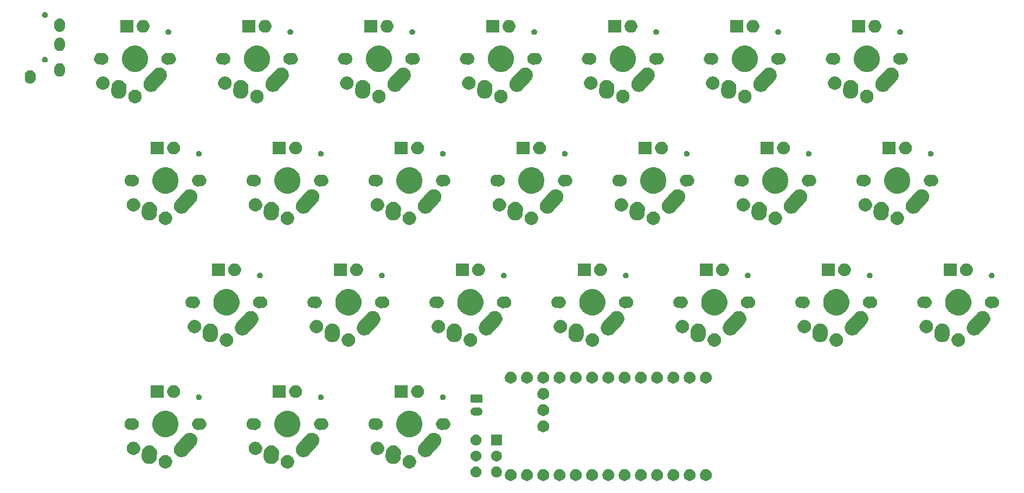
<source format=gts>
G04 #@! TF.GenerationSoftware,KiCad,Pcbnew,(5.1.4)-1*
G04 #@! TF.CreationDate,2021-01-05T09:43:52-08:00*
G04 #@! TF.ProjectId,andante-classic,616e6461-6e74-4652-9d63-6c6173736963,rev?*
G04 #@! TF.SameCoordinates,Original*
G04 #@! TF.FileFunction,Soldermask,Top*
G04 #@! TF.FilePolarity,Negative*
%FSLAX46Y46*%
G04 Gerber Fmt 4.6, Leading zero omitted, Abs format (unit mm)*
G04 Created by KiCad (PCBNEW (5.1.4)-1) date 2021-01-05 09:43:52*
%MOMM*%
%LPD*%
G04 APERTURE LIST*
%ADD10C,0.100000*%
G04 APERTURE END LIST*
D10*
G36*
X259690483Y-92808335D02*
G01*
X259859240Y-92878236D01*
X260011118Y-92979718D01*
X260140282Y-93108882D01*
X260241764Y-93260760D01*
X260311665Y-93429517D01*
X260347300Y-93608668D01*
X260347300Y-93791332D01*
X260311665Y-93970483D01*
X260241764Y-94139240D01*
X260140282Y-94291118D01*
X260011118Y-94420282D01*
X259859240Y-94521764D01*
X259690483Y-94591665D01*
X259511332Y-94627300D01*
X259328668Y-94627300D01*
X259149517Y-94591665D01*
X258980760Y-94521764D01*
X258828882Y-94420282D01*
X258699718Y-94291118D01*
X258598236Y-94139240D01*
X258528335Y-93970483D01*
X258492700Y-93791332D01*
X258492700Y-93608668D01*
X258528335Y-93429517D01*
X258598236Y-93260760D01*
X258699718Y-93108882D01*
X258828882Y-92979718D01*
X258980760Y-92878236D01*
X259149517Y-92808335D01*
X259328668Y-92772700D01*
X259511332Y-92772700D01*
X259690483Y-92808335D01*
X259690483Y-92808335D01*
G37*
G36*
X257150483Y-92808335D02*
G01*
X257319240Y-92878236D01*
X257471118Y-92979718D01*
X257600282Y-93108882D01*
X257701764Y-93260760D01*
X257771665Y-93429517D01*
X257807300Y-93608668D01*
X257807300Y-93791332D01*
X257771665Y-93970483D01*
X257701764Y-94139240D01*
X257600282Y-94291118D01*
X257471118Y-94420282D01*
X257319240Y-94521764D01*
X257150483Y-94591665D01*
X256971332Y-94627300D01*
X256788668Y-94627300D01*
X256609517Y-94591665D01*
X256440760Y-94521764D01*
X256288882Y-94420282D01*
X256159718Y-94291118D01*
X256058236Y-94139240D01*
X255988335Y-93970483D01*
X255952700Y-93791332D01*
X255952700Y-93608668D01*
X255988335Y-93429517D01*
X256058236Y-93260760D01*
X256159718Y-93108882D01*
X256288882Y-92979718D01*
X256440760Y-92878236D01*
X256609517Y-92808335D01*
X256788668Y-92772700D01*
X256971332Y-92772700D01*
X257150483Y-92808335D01*
X257150483Y-92808335D01*
G37*
G36*
X229210483Y-92808335D02*
G01*
X229379240Y-92878236D01*
X229531118Y-92979718D01*
X229660282Y-93108882D01*
X229761764Y-93260760D01*
X229831665Y-93429517D01*
X229867300Y-93608668D01*
X229867300Y-93791332D01*
X229831665Y-93970483D01*
X229761764Y-94139240D01*
X229660282Y-94291118D01*
X229531118Y-94420282D01*
X229379240Y-94521764D01*
X229210483Y-94591665D01*
X229031332Y-94627300D01*
X228848668Y-94627300D01*
X228669517Y-94591665D01*
X228500760Y-94521764D01*
X228348882Y-94420282D01*
X228219718Y-94291118D01*
X228118236Y-94139240D01*
X228048335Y-93970483D01*
X228012700Y-93791332D01*
X228012700Y-93608668D01*
X228048335Y-93429517D01*
X228118236Y-93260760D01*
X228219718Y-93108882D01*
X228348882Y-92979718D01*
X228500760Y-92878236D01*
X228669517Y-92808335D01*
X228848668Y-92772700D01*
X229031332Y-92772700D01*
X229210483Y-92808335D01*
X229210483Y-92808335D01*
G37*
G36*
X231750483Y-92808335D02*
G01*
X231919240Y-92878236D01*
X232071118Y-92979718D01*
X232200282Y-93108882D01*
X232301764Y-93260760D01*
X232371665Y-93429517D01*
X232407300Y-93608668D01*
X232407300Y-93791332D01*
X232371665Y-93970483D01*
X232301764Y-94139240D01*
X232200282Y-94291118D01*
X232071118Y-94420282D01*
X231919240Y-94521764D01*
X231750483Y-94591665D01*
X231571332Y-94627300D01*
X231388668Y-94627300D01*
X231209517Y-94591665D01*
X231040760Y-94521764D01*
X230888882Y-94420282D01*
X230759718Y-94291118D01*
X230658236Y-94139240D01*
X230588335Y-93970483D01*
X230552700Y-93791332D01*
X230552700Y-93608668D01*
X230588335Y-93429517D01*
X230658236Y-93260760D01*
X230759718Y-93108882D01*
X230888882Y-92979718D01*
X231040760Y-92878236D01*
X231209517Y-92808335D01*
X231388668Y-92772700D01*
X231571332Y-92772700D01*
X231750483Y-92808335D01*
X231750483Y-92808335D01*
G37*
G36*
X234290483Y-92808335D02*
G01*
X234459240Y-92878236D01*
X234611118Y-92979718D01*
X234740282Y-93108882D01*
X234841764Y-93260760D01*
X234911665Y-93429517D01*
X234947300Y-93608668D01*
X234947300Y-93791332D01*
X234911665Y-93970483D01*
X234841764Y-94139240D01*
X234740282Y-94291118D01*
X234611118Y-94420282D01*
X234459240Y-94521764D01*
X234290483Y-94591665D01*
X234111332Y-94627300D01*
X233928668Y-94627300D01*
X233749517Y-94591665D01*
X233580760Y-94521764D01*
X233428882Y-94420282D01*
X233299718Y-94291118D01*
X233198236Y-94139240D01*
X233128335Y-93970483D01*
X233092700Y-93791332D01*
X233092700Y-93608668D01*
X233128335Y-93429517D01*
X233198236Y-93260760D01*
X233299718Y-93108882D01*
X233428882Y-92979718D01*
X233580760Y-92878236D01*
X233749517Y-92808335D01*
X233928668Y-92772700D01*
X234111332Y-92772700D01*
X234290483Y-92808335D01*
X234290483Y-92808335D01*
G37*
G36*
X236830483Y-92808335D02*
G01*
X236999240Y-92878236D01*
X237151118Y-92979718D01*
X237280282Y-93108882D01*
X237381764Y-93260760D01*
X237451665Y-93429517D01*
X237487300Y-93608668D01*
X237487300Y-93791332D01*
X237451665Y-93970483D01*
X237381764Y-94139240D01*
X237280282Y-94291118D01*
X237151118Y-94420282D01*
X236999240Y-94521764D01*
X236830483Y-94591665D01*
X236651332Y-94627300D01*
X236468668Y-94627300D01*
X236289517Y-94591665D01*
X236120760Y-94521764D01*
X235968882Y-94420282D01*
X235839718Y-94291118D01*
X235738236Y-94139240D01*
X235668335Y-93970483D01*
X235632700Y-93791332D01*
X235632700Y-93608668D01*
X235668335Y-93429517D01*
X235738236Y-93260760D01*
X235839718Y-93108882D01*
X235968882Y-92979718D01*
X236120760Y-92878236D01*
X236289517Y-92808335D01*
X236468668Y-92772700D01*
X236651332Y-92772700D01*
X236830483Y-92808335D01*
X236830483Y-92808335D01*
G37*
G36*
X239370483Y-92808335D02*
G01*
X239539240Y-92878236D01*
X239691118Y-92979718D01*
X239820282Y-93108882D01*
X239921764Y-93260760D01*
X239991665Y-93429517D01*
X240027300Y-93608668D01*
X240027300Y-93791332D01*
X239991665Y-93970483D01*
X239921764Y-94139240D01*
X239820282Y-94291118D01*
X239691118Y-94420282D01*
X239539240Y-94521764D01*
X239370483Y-94591665D01*
X239191332Y-94627300D01*
X239008668Y-94627300D01*
X238829517Y-94591665D01*
X238660760Y-94521764D01*
X238508882Y-94420282D01*
X238379718Y-94291118D01*
X238278236Y-94139240D01*
X238208335Y-93970483D01*
X238172700Y-93791332D01*
X238172700Y-93608668D01*
X238208335Y-93429517D01*
X238278236Y-93260760D01*
X238379718Y-93108882D01*
X238508882Y-92979718D01*
X238660760Y-92878236D01*
X238829517Y-92808335D01*
X239008668Y-92772700D01*
X239191332Y-92772700D01*
X239370483Y-92808335D01*
X239370483Y-92808335D01*
G37*
G36*
X244450483Y-92808335D02*
G01*
X244619240Y-92878236D01*
X244771118Y-92979718D01*
X244900282Y-93108882D01*
X245001764Y-93260760D01*
X245071665Y-93429517D01*
X245107300Y-93608668D01*
X245107300Y-93791332D01*
X245071665Y-93970483D01*
X245001764Y-94139240D01*
X244900282Y-94291118D01*
X244771118Y-94420282D01*
X244619240Y-94521764D01*
X244450483Y-94591665D01*
X244271332Y-94627300D01*
X244088668Y-94627300D01*
X243909517Y-94591665D01*
X243740760Y-94521764D01*
X243588882Y-94420282D01*
X243459718Y-94291118D01*
X243358236Y-94139240D01*
X243288335Y-93970483D01*
X243252700Y-93791332D01*
X243252700Y-93608668D01*
X243288335Y-93429517D01*
X243358236Y-93260760D01*
X243459718Y-93108882D01*
X243588882Y-92979718D01*
X243740760Y-92878236D01*
X243909517Y-92808335D01*
X244088668Y-92772700D01*
X244271332Y-92772700D01*
X244450483Y-92808335D01*
X244450483Y-92808335D01*
G37*
G36*
X246990483Y-92808335D02*
G01*
X247159240Y-92878236D01*
X247311118Y-92979718D01*
X247440282Y-93108882D01*
X247541764Y-93260760D01*
X247611665Y-93429517D01*
X247647300Y-93608668D01*
X247647300Y-93791332D01*
X247611665Y-93970483D01*
X247541764Y-94139240D01*
X247440282Y-94291118D01*
X247311118Y-94420282D01*
X247159240Y-94521764D01*
X246990483Y-94591665D01*
X246811332Y-94627300D01*
X246628668Y-94627300D01*
X246449517Y-94591665D01*
X246280760Y-94521764D01*
X246128882Y-94420282D01*
X245999718Y-94291118D01*
X245898236Y-94139240D01*
X245828335Y-93970483D01*
X245792700Y-93791332D01*
X245792700Y-93608668D01*
X245828335Y-93429517D01*
X245898236Y-93260760D01*
X245999718Y-93108882D01*
X246128882Y-92979718D01*
X246280760Y-92878236D01*
X246449517Y-92808335D01*
X246628668Y-92772700D01*
X246811332Y-92772700D01*
X246990483Y-92808335D01*
X246990483Y-92808335D01*
G37*
G36*
X249530483Y-92808335D02*
G01*
X249699240Y-92878236D01*
X249851118Y-92979718D01*
X249980282Y-93108882D01*
X250081764Y-93260760D01*
X250151665Y-93429517D01*
X250187300Y-93608668D01*
X250187300Y-93791332D01*
X250151665Y-93970483D01*
X250081764Y-94139240D01*
X249980282Y-94291118D01*
X249851118Y-94420282D01*
X249699240Y-94521764D01*
X249530483Y-94591665D01*
X249351332Y-94627300D01*
X249168668Y-94627300D01*
X248989517Y-94591665D01*
X248820760Y-94521764D01*
X248668882Y-94420282D01*
X248539718Y-94291118D01*
X248438236Y-94139240D01*
X248368335Y-93970483D01*
X248332700Y-93791332D01*
X248332700Y-93608668D01*
X248368335Y-93429517D01*
X248438236Y-93260760D01*
X248539718Y-93108882D01*
X248668882Y-92979718D01*
X248820760Y-92878236D01*
X248989517Y-92808335D01*
X249168668Y-92772700D01*
X249351332Y-92772700D01*
X249530483Y-92808335D01*
X249530483Y-92808335D01*
G37*
G36*
X252070483Y-92808335D02*
G01*
X252239240Y-92878236D01*
X252391118Y-92979718D01*
X252520282Y-93108882D01*
X252621764Y-93260760D01*
X252691665Y-93429517D01*
X252727300Y-93608668D01*
X252727300Y-93791332D01*
X252691665Y-93970483D01*
X252621764Y-94139240D01*
X252520282Y-94291118D01*
X252391118Y-94420282D01*
X252239240Y-94521764D01*
X252070483Y-94591665D01*
X251891332Y-94627300D01*
X251708668Y-94627300D01*
X251529517Y-94591665D01*
X251360760Y-94521764D01*
X251208882Y-94420282D01*
X251079718Y-94291118D01*
X250978236Y-94139240D01*
X250908335Y-93970483D01*
X250872700Y-93791332D01*
X250872700Y-93608668D01*
X250908335Y-93429517D01*
X250978236Y-93260760D01*
X251079718Y-93108882D01*
X251208882Y-92979718D01*
X251360760Y-92878236D01*
X251529517Y-92808335D01*
X251708668Y-92772700D01*
X251891332Y-92772700D01*
X252070483Y-92808335D01*
X252070483Y-92808335D01*
G37*
G36*
X254610483Y-92808335D02*
G01*
X254779240Y-92878236D01*
X254931118Y-92979718D01*
X255060282Y-93108882D01*
X255161764Y-93260760D01*
X255231665Y-93429517D01*
X255267300Y-93608668D01*
X255267300Y-93791332D01*
X255231665Y-93970483D01*
X255161764Y-94139240D01*
X255060282Y-94291118D01*
X254931118Y-94420282D01*
X254779240Y-94521764D01*
X254610483Y-94591665D01*
X254431332Y-94627300D01*
X254248668Y-94627300D01*
X254069517Y-94591665D01*
X253900760Y-94521764D01*
X253748882Y-94420282D01*
X253619718Y-94291118D01*
X253518236Y-94139240D01*
X253448335Y-93970483D01*
X253412700Y-93791332D01*
X253412700Y-93608668D01*
X253448335Y-93429517D01*
X253518236Y-93260760D01*
X253619718Y-93108882D01*
X253748882Y-92979718D01*
X253900760Y-92878236D01*
X254069517Y-92808335D01*
X254248668Y-92772700D01*
X254431332Y-92772700D01*
X254610483Y-92808335D01*
X254610483Y-92808335D01*
G37*
G36*
X241910483Y-92808335D02*
G01*
X242079240Y-92878236D01*
X242231118Y-92979718D01*
X242360282Y-93108882D01*
X242461764Y-93260760D01*
X242531665Y-93429517D01*
X242567300Y-93608668D01*
X242567300Y-93791332D01*
X242531665Y-93970483D01*
X242461764Y-94139240D01*
X242360282Y-94291118D01*
X242231118Y-94420282D01*
X242079240Y-94521764D01*
X241910483Y-94591665D01*
X241731332Y-94627300D01*
X241548668Y-94627300D01*
X241369517Y-94591665D01*
X241200760Y-94521764D01*
X241048882Y-94420282D01*
X240919718Y-94291118D01*
X240818236Y-94139240D01*
X240748335Y-93970483D01*
X240712700Y-93791332D01*
X240712700Y-93608668D01*
X240748335Y-93429517D01*
X240818236Y-93260760D01*
X240919718Y-93108882D01*
X241048882Y-92979718D01*
X241200760Y-92878236D01*
X241369517Y-92808335D01*
X241548668Y-92772700D01*
X241731332Y-92772700D01*
X241910483Y-92808335D01*
X241910483Y-92808335D01*
G37*
G36*
X226968228Y-92401703D02*
G01*
X227123100Y-92465853D01*
X227262481Y-92558985D01*
X227381015Y-92677519D01*
X227474147Y-92816900D01*
X227538297Y-92971772D01*
X227571000Y-93136184D01*
X227571000Y-93303816D01*
X227538297Y-93468228D01*
X227474147Y-93623100D01*
X227381015Y-93762481D01*
X227262481Y-93881015D01*
X227123100Y-93974147D01*
X226968228Y-94038297D01*
X226803816Y-94071000D01*
X226636184Y-94071000D01*
X226471772Y-94038297D01*
X226316900Y-93974147D01*
X226177519Y-93881015D01*
X226058985Y-93762481D01*
X225965853Y-93623100D01*
X225901703Y-93468228D01*
X225869000Y-93303816D01*
X225869000Y-93136184D01*
X225901703Y-92971772D01*
X225965853Y-92816900D01*
X226058985Y-92677519D01*
X226177519Y-92558985D01*
X226316900Y-92465853D01*
X226471772Y-92401703D01*
X226636184Y-92369000D01*
X226803816Y-92369000D01*
X226968228Y-92401703D01*
X226968228Y-92401703D01*
G37*
G36*
X223768228Y-92401703D02*
G01*
X223923100Y-92465853D01*
X224062481Y-92558985D01*
X224181015Y-92677519D01*
X224274147Y-92816900D01*
X224338297Y-92971772D01*
X224371000Y-93136184D01*
X224371000Y-93303816D01*
X224338297Y-93468228D01*
X224274147Y-93623100D01*
X224181015Y-93762481D01*
X224062481Y-93881015D01*
X223923100Y-93974147D01*
X223768228Y-94038297D01*
X223603816Y-94071000D01*
X223436184Y-94071000D01*
X223271772Y-94038297D01*
X223116900Y-93974147D01*
X222977519Y-93881015D01*
X222858985Y-93762481D01*
X222765853Y-93623100D01*
X222701703Y-93468228D01*
X222669000Y-93303816D01*
X222669000Y-93136184D01*
X222701703Y-92971772D01*
X222765853Y-92816900D01*
X222858985Y-92677519D01*
X222977519Y-92558985D01*
X223116900Y-92465853D01*
X223271772Y-92401703D01*
X223436184Y-92369000D01*
X223603816Y-92369000D01*
X223768228Y-92401703D01*
X223768228Y-92401703D01*
G37*
G36*
X175328439Y-90614389D02*
G01*
X175508986Y-90689174D01*
X175519710Y-90693616D01*
X175691848Y-90808635D01*
X175838240Y-90955027D01*
X175944370Y-91113861D01*
X175953260Y-91127167D01*
X176032486Y-91318436D01*
X176072875Y-91521484D01*
X176072875Y-91728516D01*
X176032486Y-91931564D01*
X175953260Y-92122833D01*
X175953259Y-92122835D01*
X175838240Y-92294973D01*
X175691848Y-92441365D01*
X175519710Y-92556384D01*
X175519709Y-92556385D01*
X175519708Y-92556385D01*
X175328439Y-92635611D01*
X175125391Y-92676000D01*
X174918359Y-92676000D01*
X174715311Y-92635611D01*
X174524042Y-92556385D01*
X174524041Y-92556385D01*
X174524040Y-92556384D01*
X174351902Y-92441365D01*
X174205510Y-92294973D01*
X174090491Y-92122835D01*
X174090490Y-92122833D01*
X174011264Y-91931564D01*
X173970875Y-91728516D01*
X173970875Y-91521484D01*
X174011264Y-91318436D01*
X174090490Y-91127167D01*
X174099381Y-91113861D01*
X174205510Y-90955027D01*
X174351902Y-90808635D01*
X174524040Y-90693616D01*
X174534764Y-90689174D01*
X174715311Y-90614389D01*
X174918359Y-90574000D01*
X175125391Y-90574000D01*
X175328439Y-90614389D01*
X175328439Y-90614389D01*
G37*
G36*
X213428439Y-90614389D02*
G01*
X213608986Y-90689174D01*
X213619710Y-90693616D01*
X213791848Y-90808635D01*
X213938240Y-90955027D01*
X214044370Y-91113861D01*
X214053260Y-91127167D01*
X214132486Y-91318436D01*
X214172875Y-91521484D01*
X214172875Y-91728516D01*
X214132486Y-91931564D01*
X214053260Y-92122833D01*
X214053259Y-92122835D01*
X213938240Y-92294973D01*
X213791848Y-92441365D01*
X213619710Y-92556384D01*
X213619709Y-92556385D01*
X213619708Y-92556385D01*
X213428439Y-92635611D01*
X213225391Y-92676000D01*
X213018359Y-92676000D01*
X212815311Y-92635611D01*
X212624042Y-92556385D01*
X212624041Y-92556385D01*
X212624040Y-92556384D01*
X212451902Y-92441365D01*
X212305510Y-92294973D01*
X212190491Y-92122835D01*
X212190490Y-92122833D01*
X212111264Y-91931564D01*
X212070875Y-91728516D01*
X212070875Y-91521484D01*
X212111264Y-91318436D01*
X212190490Y-91127167D01*
X212199381Y-91113861D01*
X212305510Y-90955027D01*
X212451902Y-90808635D01*
X212624040Y-90693616D01*
X212634764Y-90689174D01*
X212815311Y-90614389D01*
X213018359Y-90574000D01*
X213225391Y-90574000D01*
X213428439Y-90614389D01*
X213428439Y-90614389D01*
G37*
G36*
X194378439Y-90614389D02*
G01*
X194558986Y-90689174D01*
X194569710Y-90693616D01*
X194741848Y-90808635D01*
X194888240Y-90955027D01*
X194994370Y-91113861D01*
X195003260Y-91127167D01*
X195082486Y-91318436D01*
X195122875Y-91521484D01*
X195122875Y-91728516D01*
X195082486Y-91931564D01*
X195003260Y-92122833D01*
X195003259Y-92122835D01*
X194888240Y-92294973D01*
X194741848Y-92441365D01*
X194569710Y-92556384D01*
X194569709Y-92556385D01*
X194569708Y-92556385D01*
X194378439Y-92635611D01*
X194175391Y-92676000D01*
X193968359Y-92676000D01*
X193765311Y-92635611D01*
X193574042Y-92556385D01*
X193574041Y-92556385D01*
X193574040Y-92556384D01*
X193401902Y-92441365D01*
X193255510Y-92294973D01*
X193140491Y-92122835D01*
X193140490Y-92122833D01*
X193061264Y-91931564D01*
X193020875Y-91728516D01*
X193020875Y-91521484D01*
X193061264Y-91318436D01*
X193140490Y-91127167D01*
X193149381Y-91113861D01*
X193255510Y-90955027D01*
X193401902Y-90808635D01*
X193574040Y-90693616D01*
X193584764Y-90689174D01*
X193765311Y-90614389D01*
X193968359Y-90574000D01*
X194175391Y-90574000D01*
X194378439Y-90614389D01*
X194378439Y-90614389D01*
G37*
G36*
X210930704Y-89084380D02*
G01*
X210930706Y-89084381D01*
X210930708Y-89084381D01*
X211031430Y-89122592D01*
X211147294Y-89166547D01*
X211343693Y-89289389D01*
X211512352Y-89448186D01*
X211646790Y-89636836D01*
X211741842Y-89848089D01*
X211741843Y-89848093D01*
X211793855Y-90073825D01*
X211796110Y-90148727D01*
X211799081Y-90247348D01*
X211758163Y-90847554D01*
X211757875Y-90856032D01*
X211757875Y-90920826D01*
X211742042Y-91000423D01*
X211741390Y-91003982D01*
X211722953Y-91113861D01*
X211722952Y-91113865D01*
X211719341Y-91123383D01*
X211713618Y-91143323D01*
X211712682Y-91148027D01*
X211681386Y-91223583D01*
X211680058Y-91226931D01*
X211640786Y-91330451D01*
X211635446Y-91338988D01*
X211625949Y-91357419D01*
X211624033Y-91362045D01*
X211624031Y-91362048D01*
X211578006Y-91430929D01*
X211575993Y-91434041D01*
X211517944Y-91526850D01*
X211511191Y-91534023D01*
X211498282Y-91550245D01*
X211495336Y-91554654D01*
X211435579Y-91614411D01*
X211432990Y-91617080D01*
X211359147Y-91695509D01*
X211351394Y-91701034D01*
X211335549Y-91714441D01*
X211331529Y-91718461D01*
X211285050Y-91749516D01*
X211259512Y-91766580D01*
X211256479Y-91768674D01*
X211170498Y-91829947D01*
X211162167Y-91833696D01*
X211144020Y-91843750D01*
X211138922Y-91847157D01*
X211138921Y-91847158D01*
X211138920Y-91847158D01*
X211056573Y-91881267D01*
X211053241Y-91882706D01*
X210959245Y-91924999D01*
X210950791Y-91926947D01*
X210931037Y-91933266D01*
X210924902Y-91935807D01*
X210834842Y-91953721D01*
X210831162Y-91954511D01*
X210733508Y-91977011D01*
X210725353Y-91977257D01*
X210704731Y-91979602D01*
X210697701Y-91981000D01*
X210602935Y-91981000D01*
X210599178Y-91981057D01*
X210501962Y-91983985D01*
X210494434Y-91982722D01*
X210473763Y-91981000D01*
X210466049Y-91981000D01*
X210370142Y-91961923D01*
X210366544Y-91961263D01*
X210273504Y-91945652D01*
X210266882Y-91943140D01*
X210246939Y-91937416D01*
X210238848Y-91935807D01*
X210145764Y-91897250D01*
X210142397Y-91895914D01*
X210056914Y-91863485D01*
X210056909Y-91863483D01*
X210051360Y-91860012D01*
X210032919Y-91850509D01*
X210024830Y-91847158D01*
X209938744Y-91789637D01*
X209935675Y-91787654D01*
X209860515Y-91740643D01*
X209856105Y-91736491D01*
X209839876Y-91723576D01*
X209832221Y-91718461D01*
X209757291Y-91643531D01*
X209754618Y-91640938D01*
X209691856Y-91581846D01*
X209688602Y-91577280D01*
X209675196Y-91561436D01*
X209668414Y-91554654D01*
X209608379Y-91464805D01*
X209606241Y-91461707D01*
X209557418Y-91393197D01*
X209555268Y-91388418D01*
X209545218Y-91370278D01*
X209539717Y-91362045D01*
X209497721Y-91260657D01*
X209496237Y-91257222D01*
X209482632Y-91226984D01*
X209462366Y-91181944D01*
X209461254Y-91177118D01*
X209454933Y-91157357D01*
X209451068Y-91148026D01*
X209429436Y-91039275D01*
X209428650Y-91035614D01*
X209410353Y-90956206D01*
X209410210Y-90951454D01*
X209407866Y-90930835D01*
X209405875Y-90920825D01*
X209405875Y-90809359D01*
X209405819Y-90805653D01*
X209405127Y-90782685D01*
X209405587Y-90775934D01*
X209405875Y-90767468D01*
X209405875Y-90689172D01*
X209412870Y-90654004D01*
X209414982Y-90638131D01*
X209452528Y-90087379D01*
X209481255Y-89916171D01*
X209563421Y-89699581D01*
X209686264Y-89503182D01*
X209845061Y-89334523D01*
X210033710Y-89200085D01*
X210244963Y-89105033D01*
X210470700Y-89053020D01*
X210593662Y-89049317D01*
X210702246Y-89046047D01*
X210930704Y-89084380D01*
X210930704Y-89084380D01*
G37*
G36*
X191880704Y-89084380D02*
G01*
X191880706Y-89084381D01*
X191880708Y-89084381D01*
X191981430Y-89122592D01*
X192097294Y-89166547D01*
X192293693Y-89289389D01*
X192462352Y-89448186D01*
X192596790Y-89636836D01*
X192691842Y-89848089D01*
X192691843Y-89848093D01*
X192743855Y-90073825D01*
X192746110Y-90148727D01*
X192749081Y-90247348D01*
X192708163Y-90847554D01*
X192707875Y-90856032D01*
X192707875Y-90920826D01*
X192692042Y-91000423D01*
X192691390Y-91003982D01*
X192672953Y-91113861D01*
X192672952Y-91113865D01*
X192669341Y-91123383D01*
X192663618Y-91143323D01*
X192662682Y-91148027D01*
X192631386Y-91223583D01*
X192630058Y-91226931D01*
X192590786Y-91330451D01*
X192585446Y-91338988D01*
X192575949Y-91357419D01*
X192574033Y-91362045D01*
X192574031Y-91362048D01*
X192528006Y-91430929D01*
X192525993Y-91434041D01*
X192467944Y-91526850D01*
X192461191Y-91534023D01*
X192448282Y-91550245D01*
X192445336Y-91554654D01*
X192385579Y-91614411D01*
X192382990Y-91617080D01*
X192309147Y-91695509D01*
X192301394Y-91701034D01*
X192285549Y-91714441D01*
X192281529Y-91718461D01*
X192235050Y-91749516D01*
X192209512Y-91766580D01*
X192206479Y-91768674D01*
X192120498Y-91829947D01*
X192112167Y-91833696D01*
X192094020Y-91843750D01*
X192088922Y-91847157D01*
X192088921Y-91847158D01*
X192088920Y-91847158D01*
X192006573Y-91881267D01*
X192003241Y-91882706D01*
X191909245Y-91924999D01*
X191900791Y-91926947D01*
X191881037Y-91933266D01*
X191874902Y-91935807D01*
X191784842Y-91953721D01*
X191781162Y-91954511D01*
X191683508Y-91977011D01*
X191675353Y-91977257D01*
X191654731Y-91979602D01*
X191647701Y-91981000D01*
X191552935Y-91981000D01*
X191549178Y-91981057D01*
X191451962Y-91983985D01*
X191444434Y-91982722D01*
X191423763Y-91981000D01*
X191416049Y-91981000D01*
X191320142Y-91961923D01*
X191316544Y-91961263D01*
X191223504Y-91945652D01*
X191216882Y-91943140D01*
X191196939Y-91937416D01*
X191188848Y-91935807D01*
X191095764Y-91897250D01*
X191092397Y-91895914D01*
X191006914Y-91863485D01*
X191006909Y-91863483D01*
X191001360Y-91860012D01*
X190982919Y-91850509D01*
X190974830Y-91847158D01*
X190888744Y-91789637D01*
X190885675Y-91787654D01*
X190810515Y-91740643D01*
X190806105Y-91736491D01*
X190789876Y-91723576D01*
X190782221Y-91718461D01*
X190707291Y-91643531D01*
X190704618Y-91640938D01*
X190641856Y-91581846D01*
X190638602Y-91577280D01*
X190625196Y-91561436D01*
X190618414Y-91554654D01*
X190558379Y-91464805D01*
X190556241Y-91461707D01*
X190507418Y-91393197D01*
X190505268Y-91388418D01*
X190495218Y-91370278D01*
X190489717Y-91362045D01*
X190447721Y-91260657D01*
X190446237Y-91257222D01*
X190432632Y-91226984D01*
X190412366Y-91181944D01*
X190411254Y-91177118D01*
X190404933Y-91157357D01*
X190401068Y-91148026D01*
X190379436Y-91039275D01*
X190378650Y-91035614D01*
X190360353Y-90956206D01*
X190360210Y-90951454D01*
X190357866Y-90930835D01*
X190355875Y-90920825D01*
X190355875Y-90809359D01*
X190355819Y-90805653D01*
X190355127Y-90782685D01*
X190355587Y-90775934D01*
X190355875Y-90767468D01*
X190355875Y-90689172D01*
X190362870Y-90654004D01*
X190364982Y-90638131D01*
X190402528Y-90087379D01*
X190431255Y-89916171D01*
X190513421Y-89699581D01*
X190636264Y-89503182D01*
X190795061Y-89334523D01*
X190983710Y-89200085D01*
X191194963Y-89105033D01*
X191420700Y-89053020D01*
X191543662Y-89049317D01*
X191652246Y-89046047D01*
X191880704Y-89084380D01*
X191880704Y-89084380D01*
G37*
G36*
X172830704Y-89084380D02*
G01*
X172830706Y-89084381D01*
X172830708Y-89084381D01*
X172931430Y-89122592D01*
X173047294Y-89166547D01*
X173243693Y-89289389D01*
X173412352Y-89448186D01*
X173546790Y-89636836D01*
X173641842Y-89848089D01*
X173641843Y-89848093D01*
X173693855Y-90073825D01*
X173696110Y-90148727D01*
X173699081Y-90247348D01*
X173658163Y-90847554D01*
X173657875Y-90856032D01*
X173657875Y-90920826D01*
X173642042Y-91000423D01*
X173641390Y-91003982D01*
X173622953Y-91113861D01*
X173622952Y-91113865D01*
X173619341Y-91123383D01*
X173613618Y-91143323D01*
X173612682Y-91148027D01*
X173581386Y-91223583D01*
X173580058Y-91226931D01*
X173540786Y-91330451D01*
X173535446Y-91338988D01*
X173525949Y-91357419D01*
X173524033Y-91362045D01*
X173524031Y-91362048D01*
X173478006Y-91430929D01*
X173475993Y-91434041D01*
X173417944Y-91526850D01*
X173411191Y-91534023D01*
X173398282Y-91550245D01*
X173395336Y-91554654D01*
X173335579Y-91614411D01*
X173332990Y-91617080D01*
X173259147Y-91695509D01*
X173251394Y-91701034D01*
X173235549Y-91714441D01*
X173231529Y-91718461D01*
X173185050Y-91749516D01*
X173159512Y-91766580D01*
X173156479Y-91768674D01*
X173070498Y-91829947D01*
X173062167Y-91833696D01*
X173044020Y-91843750D01*
X173038922Y-91847157D01*
X173038921Y-91847158D01*
X173038920Y-91847158D01*
X172956573Y-91881267D01*
X172953241Y-91882706D01*
X172859245Y-91924999D01*
X172850791Y-91926947D01*
X172831037Y-91933266D01*
X172824902Y-91935807D01*
X172734842Y-91953721D01*
X172731162Y-91954511D01*
X172633508Y-91977011D01*
X172625353Y-91977257D01*
X172604731Y-91979602D01*
X172597701Y-91981000D01*
X172502935Y-91981000D01*
X172499178Y-91981057D01*
X172401962Y-91983985D01*
X172394434Y-91982722D01*
X172373763Y-91981000D01*
X172366049Y-91981000D01*
X172270142Y-91961923D01*
X172266544Y-91961263D01*
X172173504Y-91945652D01*
X172166882Y-91943140D01*
X172146939Y-91937416D01*
X172138848Y-91935807D01*
X172045764Y-91897250D01*
X172042397Y-91895914D01*
X171956914Y-91863485D01*
X171956909Y-91863483D01*
X171951360Y-91860012D01*
X171932919Y-91850509D01*
X171924830Y-91847158D01*
X171838744Y-91789637D01*
X171835675Y-91787654D01*
X171760515Y-91740643D01*
X171756105Y-91736491D01*
X171739876Y-91723576D01*
X171732221Y-91718461D01*
X171657291Y-91643531D01*
X171654618Y-91640938D01*
X171591856Y-91581846D01*
X171588602Y-91577280D01*
X171575196Y-91561436D01*
X171568414Y-91554654D01*
X171508379Y-91464805D01*
X171506241Y-91461707D01*
X171457418Y-91393197D01*
X171455268Y-91388418D01*
X171445218Y-91370278D01*
X171439717Y-91362045D01*
X171397721Y-91260657D01*
X171396237Y-91257222D01*
X171382632Y-91226984D01*
X171362366Y-91181944D01*
X171361254Y-91177118D01*
X171354933Y-91157357D01*
X171351068Y-91148026D01*
X171329436Y-91039275D01*
X171328650Y-91035614D01*
X171310353Y-90956206D01*
X171310210Y-90951454D01*
X171307866Y-90930835D01*
X171305875Y-90920825D01*
X171305875Y-90809359D01*
X171305819Y-90805653D01*
X171305127Y-90782685D01*
X171305587Y-90775934D01*
X171305875Y-90767468D01*
X171305875Y-90689172D01*
X171312870Y-90654004D01*
X171314982Y-90638131D01*
X171352528Y-90087379D01*
X171381255Y-89916171D01*
X171463421Y-89699581D01*
X171586264Y-89503182D01*
X171745061Y-89334523D01*
X171933710Y-89200085D01*
X172144963Y-89105033D01*
X172370700Y-89053020D01*
X172493662Y-89049317D01*
X172602246Y-89046047D01*
X172830704Y-89084380D01*
X172830704Y-89084380D01*
G37*
G36*
X223768228Y-89901703D02*
G01*
X223923100Y-89965853D01*
X224062481Y-90058985D01*
X224181015Y-90177519D01*
X224274147Y-90316900D01*
X224338297Y-90471772D01*
X224371000Y-90636184D01*
X224371000Y-90803816D01*
X224338297Y-90968228D01*
X224274147Y-91123100D01*
X224181015Y-91262481D01*
X224062481Y-91381015D01*
X223923100Y-91474147D01*
X223768228Y-91538297D01*
X223603816Y-91571000D01*
X223436184Y-91571000D01*
X223271772Y-91538297D01*
X223116900Y-91474147D01*
X222977519Y-91381015D01*
X222858985Y-91262481D01*
X222765853Y-91123100D01*
X222701703Y-90968228D01*
X222669000Y-90803816D01*
X222669000Y-90636184D01*
X222701703Y-90471772D01*
X222765853Y-90316900D01*
X222858985Y-90177519D01*
X222977519Y-90058985D01*
X223116900Y-89965853D01*
X223271772Y-89901703D01*
X223436184Y-89869000D01*
X223603816Y-89869000D01*
X223768228Y-89901703D01*
X223768228Y-89901703D01*
G37*
G36*
X226968228Y-89901703D02*
G01*
X227123100Y-89965853D01*
X227262481Y-90058985D01*
X227381015Y-90177519D01*
X227474147Y-90316900D01*
X227538297Y-90471772D01*
X227571000Y-90636184D01*
X227571000Y-90803816D01*
X227538297Y-90968228D01*
X227474147Y-91123100D01*
X227381015Y-91262481D01*
X227262481Y-91381015D01*
X227123100Y-91474147D01*
X226968228Y-91538297D01*
X226803816Y-91571000D01*
X226636184Y-91571000D01*
X226471772Y-91538297D01*
X226316900Y-91474147D01*
X226177519Y-91381015D01*
X226058985Y-91262481D01*
X225965853Y-91123100D01*
X225901703Y-90968228D01*
X225869000Y-90803816D01*
X225869000Y-90636184D01*
X225901703Y-90471772D01*
X225965853Y-90316900D01*
X226058985Y-90177519D01*
X226177519Y-90058985D01*
X226316900Y-89965853D01*
X226471772Y-89901703D01*
X226636184Y-89869000D01*
X226803816Y-89869000D01*
X226968228Y-89901703D01*
X226968228Y-89901703D01*
G37*
G36*
X198049397Y-87095245D02*
G01*
X198274386Y-87150404D01*
X198379154Y-87199314D01*
X198484295Y-87248398D01*
X198572833Y-87313377D01*
X198671046Y-87385455D01*
X198827472Y-87556315D01*
X198947561Y-87754409D01*
X199026696Y-87972125D01*
X199026696Y-87972126D01*
X199061835Y-88201092D01*
X199061835Y-88201096D01*
X199051630Y-88432522D01*
X198996471Y-88657512D01*
X198947468Y-88762480D01*
X198898479Y-88867418D01*
X198864844Y-88913247D01*
X198795766Y-89007372D01*
X198795760Y-89007379D01*
X198795759Y-89007380D01*
X198542727Y-89289389D01*
X197586939Y-90354632D01*
X197509039Y-90441452D01*
X197498148Y-90455479D01*
X197487261Y-90471772D01*
X197485333Y-90474657D01*
X197428474Y-90531516D01*
X197423827Y-90536423D01*
X197408614Y-90553378D01*
X197386931Y-90573230D01*
X197382992Y-90576998D01*
X197321530Y-90638460D01*
X197307806Y-90647630D01*
X197292851Y-90659362D01*
X197280570Y-90670605D01*
X197205793Y-90715937D01*
X197201225Y-90718845D01*
X197128920Y-90767158D01*
X197113651Y-90773483D01*
X197096726Y-90782055D01*
X197082476Y-90790694D01*
X197000309Y-90820559D01*
X196995267Y-90822519D01*
X196914902Y-90855807D01*
X196898697Y-90859030D01*
X196880402Y-90864142D01*
X196864760Y-90869828D01*
X196778422Y-90883078D01*
X196773005Y-90884032D01*
X196687702Y-90901000D01*
X196671180Y-90901000D01*
X196652218Y-90902447D01*
X196635793Y-90904968D01*
X196635789Y-90904968D01*
X196548529Y-90901120D01*
X196543061Y-90901000D01*
X196456048Y-90901000D01*
X196439830Y-90897774D01*
X196420970Y-90895495D01*
X196404364Y-90894763D01*
X196319554Y-90873971D01*
X196314261Y-90872797D01*
X196245046Y-90859029D01*
X196228847Y-90855807D01*
X196213554Y-90849472D01*
X196195495Y-90843556D01*
X196179374Y-90839604D01*
X196100315Y-90802696D01*
X196095344Y-90800508D01*
X196014830Y-90767158D01*
X196001046Y-90757948D01*
X195984490Y-90748625D01*
X195969469Y-90741612D01*
X195899206Y-90690046D01*
X195894707Y-90686894D01*
X195822221Y-90638461D01*
X195810491Y-90626731D01*
X195796060Y-90614347D01*
X195782718Y-90604555D01*
X195782715Y-90604553D01*
X195723896Y-90540307D01*
X195720111Y-90536351D01*
X195658417Y-90474657D01*
X195656489Y-90471772D01*
X195649189Y-90460847D01*
X195637461Y-90445897D01*
X195626288Y-90433693D01*
X195581148Y-90359232D01*
X195578234Y-90354656D01*
X195529717Y-90282045D01*
X195523353Y-90266682D01*
X195514775Y-90249745D01*
X195506199Y-90235599D01*
X195476466Y-90153797D01*
X195474512Y-90148767D01*
X195441068Y-90068027D01*
X195437822Y-90051709D01*
X195432708Y-90033408D01*
X195427065Y-90017883D01*
X195413878Y-89931957D01*
X195412923Y-89926533D01*
X195395875Y-89840827D01*
X195395875Y-89824186D01*
X195394428Y-89805224D01*
X195391925Y-89788916D01*
X195393075Y-89762842D01*
X195395755Y-89702060D01*
X195395875Y-89696592D01*
X195395875Y-89609173D01*
X195399124Y-89592839D01*
X195401403Y-89573980D01*
X195402130Y-89557487D01*
X195422831Y-89473050D01*
X195424006Y-89467752D01*
X195441068Y-89381973D01*
X195447451Y-89366564D01*
X195453362Y-89348516D01*
X195457289Y-89332497D01*
X195494048Y-89253757D01*
X195496229Y-89248801D01*
X195529717Y-89167955D01*
X195538981Y-89154091D01*
X195548309Y-89137527D01*
X195555280Y-89122594D01*
X195568168Y-89105033D01*
X195606676Y-89052563D01*
X195609815Y-89048080D01*
X195658414Y-88975346D01*
X195715603Y-88918157D01*
X195720253Y-88913247D01*
X197045136Y-87436640D01*
X197045142Y-87436635D01*
X197045146Y-87436630D01*
X197173189Y-87319403D01*
X197371283Y-87199314D01*
X197588999Y-87120179D01*
X197665323Y-87108466D01*
X197817966Y-87085040D01*
X197817970Y-87085040D01*
X198049397Y-87095245D01*
X198049397Y-87095245D01*
G37*
G36*
X217099397Y-87095245D02*
G01*
X217324386Y-87150404D01*
X217429154Y-87199314D01*
X217534295Y-87248398D01*
X217622833Y-87313377D01*
X217721046Y-87385455D01*
X217877472Y-87556315D01*
X217997561Y-87754409D01*
X218076696Y-87972125D01*
X218076696Y-87972126D01*
X218111835Y-88201092D01*
X218111835Y-88201096D01*
X218101630Y-88432522D01*
X218046471Y-88657512D01*
X217997468Y-88762480D01*
X217948479Y-88867418D01*
X217914844Y-88913247D01*
X217845766Y-89007372D01*
X217845760Y-89007379D01*
X217845759Y-89007380D01*
X217592727Y-89289389D01*
X216636939Y-90354632D01*
X216559039Y-90441452D01*
X216548148Y-90455479D01*
X216537261Y-90471772D01*
X216535333Y-90474657D01*
X216478474Y-90531516D01*
X216473827Y-90536423D01*
X216458614Y-90553378D01*
X216436931Y-90573230D01*
X216432992Y-90576998D01*
X216371530Y-90638460D01*
X216357806Y-90647630D01*
X216342851Y-90659362D01*
X216330570Y-90670605D01*
X216255793Y-90715937D01*
X216251225Y-90718845D01*
X216178920Y-90767158D01*
X216163651Y-90773483D01*
X216146726Y-90782055D01*
X216132476Y-90790694D01*
X216050309Y-90820559D01*
X216045267Y-90822519D01*
X215964902Y-90855807D01*
X215948697Y-90859030D01*
X215930402Y-90864142D01*
X215914760Y-90869828D01*
X215828422Y-90883078D01*
X215823005Y-90884032D01*
X215737702Y-90901000D01*
X215721180Y-90901000D01*
X215702218Y-90902447D01*
X215685793Y-90904968D01*
X215685789Y-90904968D01*
X215598529Y-90901120D01*
X215593061Y-90901000D01*
X215506048Y-90901000D01*
X215489830Y-90897774D01*
X215470970Y-90895495D01*
X215454364Y-90894763D01*
X215369554Y-90873971D01*
X215364261Y-90872797D01*
X215295046Y-90859029D01*
X215278847Y-90855807D01*
X215263554Y-90849472D01*
X215245495Y-90843556D01*
X215229374Y-90839604D01*
X215150315Y-90802696D01*
X215145344Y-90800508D01*
X215064830Y-90767158D01*
X215051046Y-90757948D01*
X215034490Y-90748625D01*
X215019469Y-90741612D01*
X214949206Y-90690046D01*
X214944707Y-90686894D01*
X214872221Y-90638461D01*
X214860491Y-90626731D01*
X214846060Y-90614347D01*
X214832718Y-90604555D01*
X214832715Y-90604553D01*
X214773896Y-90540307D01*
X214770111Y-90536351D01*
X214708417Y-90474657D01*
X214706489Y-90471772D01*
X214699189Y-90460847D01*
X214687461Y-90445897D01*
X214676288Y-90433693D01*
X214631148Y-90359232D01*
X214628234Y-90354656D01*
X214579717Y-90282045D01*
X214573353Y-90266682D01*
X214564775Y-90249745D01*
X214556199Y-90235599D01*
X214526466Y-90153797D01*
X214524512Y-90148767D01*
X214491068Y-90068027D01*
X214487822Y-90051709D01*
X214482708Y-90033408D01*
X214477065Y-90017883D01*
X214463878Y-89931957D01*
X214462923Y-89926533D01*
X214445875Y-89840827D01*
X214445875Y-89824186D01*
X214444428Y-89805224D01*
X214441925Y-89788916D01*
X214443075Y-89762842D01*
X214445755Y-89702060D01*
X214445875Y-89696592D01*
X214445875Y-89609173D01*
X214449124Y-89592839D01*
X214451403Y-89573980D01*
X214452130Y-89557487D01*
X214472831Y-89473050D01*
X214474006Y-89467752D01*
X214491068Y-89381973D01*
X214497451Y-89366564D01*
X214503362Y-89348516D01*
X214507289Y-89332497D01*
X214544048Y-89253757D01*
X214546229Y-89248801D01*
X214579717Y-89167955D01*
X214588981Y-89154091D01*
X214598309Y-89137527D01*
X214605280Y-89122594D01*
X214618168Y-89105033D01*
X214656676Y-89052563D01*
X214659815Y-89048080D01*
X214708414Y-88975346D01*
X214765603Y-88918157D01*
X214770253Y-88913247D01*
X216095136Y-87436640D01*
X216095142Y-87436635D01*
X216095146Y-87436630D01*
X216223189Y-87319403D01*
X216421283Y-87199314D01*
X216638999Y-87120179D01*
X216715323Y-87108466D01*
X216867966Y-87085040D01*
X216867970Y-87085040D01*
X217099397Y-87095245D01*
X217099397Y-87095245D01*
G37*
G36*
X178999397Y-87095245D02*
G01*
X179224386Y-87150404D01*
X179329154Y-87199314D01*
X179434295Y-87248398D01*
X179522833Y-87313377D01*
X179621046Y-87385455D01*
X179777472Y-87556315D01*
X179897561Y-87754409D01*
X179976696Y-87972125D01*
X179976696Y-87972126D01*
X180011835Y-88201092D01*
X180011835Y-88201096D01*
X180001630Y-88432522D01*
X179946471Y-88657512D01*
X179897468Y-88762480D01*
X179848479Y-88867418D01*
X179814844Y-88913247D01*
X179745766Y-89007372D01*
X179745760Y-89007379D01*
X179745759Y-89007380D01*
X179492727Y-89289389D01*
X178536939Y-90354632D01*
X178459039Y-90441452D01*
X178448148Y-90455479D01*
X178437261Y-90471772D01*
X178435333Y-90474657D01*
X178378474Y-90531516D01*
X178373827Y-90536423D01*
X178358614Y-90553378D01*
X178336931Y-90573230D01*
X178332992Y-90576998D01*
X178271530Y-90638460D01*
X178257806Y-90647630D01*
X178242851Y-90659362D01*
X178230570Y-90670605D01*
X178155793Y-90715937D01*
X178151225Y-90718845D01*
X178078920Y-90767158D01*
X178063651Y-90773483D01*
X178046726Y-90782055D01*
X178032476Y-90790694D01*
X177950309Y-90820559D01*
X177945267Y-90822519D01*
X177864902Y-90855807D01*
X177848697Y-90859030D01*
X177830402Y-90864142D01*
X177814760Y-90869828D01*
X177728422Y-90883078D01*
X177723005Y-90884032D01*
X177637702Y-90901000D01*
X177621180Y-90901000D01*
X177602218Y-90902447D01*
X177585793Y-90904968D01*
X177585789Y-90904968D01*
X177498529Y-90901120D01*
X177493061Y-90901000D01*
X177406048Y-90901000D01*
X177389830Y-90897774D01*
X177370970Y-90895495D01*
X177354364Y-90894763D01*
X177269554Y-90873971D01*
X177264261Y-90872797D01*
X177195046Y-90859029D01*
X177178847Y-90855807D01*
X177163554Y-90849472D01*
X177145495Y-90843556D01*
X177129374Y-90839604D01*
X177050315Y-90802696D01*
X177045344Y-90800508D01*
X176964830Y-90767158D01*
X176951046Y-90757948D01*
X176934490Y-90748625D01*
X176919469Y-90741612D01*
X176849206Y-90690046D01*
X176844707Y-90686894D01*
X176772221Y-90638461D01*
X176760491Y-90626731D01*
X176746060Y-90614347D01*
X176732718Y-90604555D01*
X176732715Y-90604553D01*
X176673896Y-90540307D01*
X176670111Y-90536351D01*
X176608417Y-90474657D01*
X176606489Y-90471772D01*
X176599189Y-90460847D01*
X176587461Y-90445897D01*
X176576288Y-90433693D01*
X176531148Y-90359232D01*
X176528234Y-90354656D01*
X176479717Y-90282045D01*
X176473353Y-90266682D01*
X176464775Y-90249745D01*
X176456199Y-90235599D01*
X176426466Y-90153797D01*
X176424512Y-90148767D01*
X176391068Y-90068027D01*
X176387822Y-90051709D01*
X176382708Y-90033408D01*
X176377065Y-90017883D01*
X176363878Y-89931957D01*
X176362923Y-89926533D01*
X176345875Y-89840827D01*
X176345875Y-89824186D01*
X176344428Y-89805224D01*
X176341925Y-89788916D01*
X176343075Y-89762842D01*
X176345755Y-89702060D01*
X176345875Y-89696592D01*
X176345875Y-89609173D01*
X176349124Y-89592839D01*
X176351403Y-89573980D01*
X176352130Y-89557487D01*
X176372831Y-89473050D01*
X176374006Y-89467752D01*
X176391068Y-89381973D01*
X176397451Y-89366564D01*
X176403362Y-89348516D01*
X176407289Y-89332497D01*
X176444048Y-89253757D01*
X176446229Y-89248801D01*
X176479717Y-89167955D01*
X176488981Y-89154091D01*
X176498309Y-89137527D01*
X176505280Y-89122594D01*
X176518168Y-89105033D01*
X176556676Y-89052563D01*
X176559815Y-89048080D01*
X176608414Y-88975346D01*
X176665603Y-88918157D01*
X176670253Y-88913247D01*
X177995136Y-87436640D01*
X177995142Y-87436635D01*
X177995146Y-87436630D01*
X178123189Y-87319403D01*
X178321283Y-87199314D01*
X178538999Y-87120179D01*
X178615323Y-87108466D01*
X178767966Y-87085040D01*
X178767970Y-87085040D01*
X178999397Y-87095245D01*
X178999397Y-87095245D01*
G37*
G36*
X170328439Y-88514389D02*
G01*
X170519708Y-88593615D01*
X170519710Y-88593616D01*
X170691848Y-88708635D01*
X170838240Y-88855027D01*
X170940034Y-89007372D01*
X170953260Y-89027167D01*
X171032486Y-89218436D01*
X171072875Y-89421484D01*
X171072875Y-89628516D01*
X171032486Y-89831564D01*
X170990902Y-89931957D01*
X170953259Y-90022835D01*
X170838240Y-90194973D01*
X170691848Y-90341365D01*
X170519710Y-90456384D01*
X170519709Y-90456385D01*
X170519708Y-90456385D01*
X170328439Y-90535611D01*
X170125391Y-90576000D01*
X169918359Y-90576000D01*
X169715311Y-90535611D01*
X169524042Y-90456385D01*
X169524041Y-90456385D01*
X169524040Y-90456384D01*
X169351902Y-90341365D01*
X169205510Y-90194973D01*
X169090491Y-90022835D01*
X169052848Y-89931957D01*
X169011264Y-89831564D01*
X168970875Y-89628516D01*
X168970875Y-89421484D01*
X169011264Y-89218436D01*
X169090490Y-89027167D01*
X169103717Y-89007372D01*
X169205510Y-88855027D01*
X169351902Y-88708635D01*
X169524040Y-88593616D01*
X169524042Y-88593615D01*
X169715311Y-88514389D01*
X169918359Y-88474000D01*
X170125391Y-88474000D01*
X170328439Y-88514389D01*
X170328439Y-88514389D01*
G37*
G36*
X208428439Y-88514389D02*
G01*
X208619708Y-88593615D01*
X208619710Y-88593616D01*
X208791848Y-88708635D01*
X208938240Y-88855027D01*
X209040034Y-89007372D01*
X209053260Y-89027167D01*
X209132486Y-89218436D01*
X209172875Y-89421484D01*
X209172875Y-89628516D01*
X209132486Y-89831564D01*
X209090902Y-89931957D01*
X209053259Y-90022835D01*
X208938240Y-90194973D01*
X208791848Y-90341365D01*
X208619710Y-90456384D01*
X208619709Y-90456385D01*
X208619708Y-90456385D01*
X208428439Y-90535611D01*
X208225391Y-90576000D01*
X208018359Y-90576000D01*
X207815311Y-90535611D01*
X207624042Y-90456385D01*
X207624041Y-90456385D01*
X207624040Y-90456384D01*
X207451902Y-90341365D01*
X207305510Y-90194973D01*
X207190491Y-90022835D01*
X207152848Y-89931957D01*
X207111264Y-89831564D01*
X207070875Y-89628516D01*
X207070875Y-89421484D01*
X207111264Y-89218436D01*
X207190490Y-89027167D01*
X207203717Y-89007372D01*
X207305510Y-88855027D01*
X207451902Y-88708635D01*
X207624040Y-88593616D01*
X207624042Y-88593615D01*
X207815311Y-88514389D01*
X208018359Y-88474000D01*
X208225391Y-88474000D01*
X208428439Y-88514389D01*
X208428439Y-88514389D01*
G37*
G36*
X189378439Y-88514389D02*
G01*
X189569708Y-88593615D01*
X189569710Y-88593616D01*
X189741848Y-88708635D01*
X189888240Y-88855027D01*
X189990034Y-89007372D01*
X190003260Y-89027167D01*
X190082486Y-89218436D01*
X190122875Y-89421484D01*
X190122875Y-89628516D01*
X190082486Y-89831564D01*
X190040902Y-89931957D01*
X190003259Y-90022835D01*
X189888240Y-90194973D01*
X189741848Y-90341365D01*
X189569710Y-90456384D01*
X189569709Y-90456385D01*
X189569708Y-90456385D01*
X189378439Y-90535611D01*
X189175391Y-90576000D01*
X188968359Y-90576000D01*
X188765311Y-90535611D01*
X188574042Y-90456385D01*
X188574041Y-90456385D01*
X188574040Y-90456384D01*
X188401902Y-90341365D01*
X188255510Y-90194973D01*
X188140491Y-90022835D01*
X188102848Y-89931957D01*
X188061264Y-89831564D01*
X188020875Y-89628516D01*
X188020875Y-89421484D01*
X188061264Y-89218436D01*
X188140490Y-89027167D01*
X188153717Y-89007372D01*
X188255510Y-88855027D01*
X188401902Y-88708635D01*
X188574040Y-88593616D01*
X188574042Y-88593615D01*
X188765311Y-88514389D01*
X188968359Y-88474000D01*
X189175391Y-88474000D01*
X189378439Y-88514389D01*
X189378439Y-88514389D01*
G37*
G36*
X227571000Y-89071000D02*
G01*
X225869000Y-89071000D01*
X225869000Y-87369000D01*
X227571000Y-87369000D01*
X227571000Y-89071000D01*
X227571000Y-89071000D01*
G37*
G36*
X223768228Y-87401703D02*
G01*
X223923100Y-87465853D01*
X224062481Y-87558985D01*
X224181015Y-87677519D01*
X224274147Y-87816900D01*
X224338297Y-87971772D01*
X224371000Y-88136184D01*
X224371000Y-88303816D01*
X224338297Y-88468228D01*
X224274147Y-88623100D01*
X224181015Y-88762481D01*
X224062481Y-88881015D01*
X223923100Y-88974147D01*
X223768228Y-89038297D01*
X223603816Y-89071000D01*
X223436184Y-89071000D01*
X223271772Y-89038297D01*
X223116900Y-88974147D01*
X222977519Y-88881015D01*
X222858985Y-88762481D01*
X222765853Y-88623100D01*
X222701703Y-88468228D01*
X222669000Y-88303816D01*
X222669000Y-88136184D01*
X222701703Y-87971772D01*
X222765853Y-87816900D01*
X222858985Y-87677519D01*
X222977519Y-87558985D01*
X223116900Y-87465853D01*
X223271772Y-87401703D01*
X223436184Y-87369000D01*
X223603816Y-87369000D01*
X223768228Y-87401703D01*
X223768228Y-87401703D01*
G37*
G36*
X175618349Y-83758684D02*
G01*
X175836349Y-83848983D01*
X175990498Y-83912833D01*
X176325423Y-84136623D01*
X176610252Y-84421452D01*
X176834042Y-84756377D01*
X176866437Y-84834586D01*
X176988191Y-85128526D01*
X177066775Y-85523594D01*
X177066775Y-85926406D01*
X176988191Y-86321474D01*
X176906273Y-86519241D01*
X176834042Y-86693623D01*
X176610252Y-87028548D01*
X176325423Y-87313377D01*
X175990498Y-87537167D01*
X175944270Y-87556315D01*
X175618349Y-87691316D01*
X175223281Y-87769900D01*
X174820469Y-87769900D01*
X174425401Y-87691316D01*
X174099480Y-87556315D01*
X174053252Y-87537167D01*
X173718327Y-87313377D01*
X173433498Y-87028548D01*
X173209708Y-86693623D01*
X173137477Y-86519241D01*
X173055559Y-86321474D01*
X172976975Y-85926406D01*
X172976975Y-85523594D01*
X173055559Y-85128526D01*
X173177313Y-84834586D01*
X173209708Y-84756377D01*
X173433498Y-84421452D01*
X173718327Y-84136623D01*
X174053252Y-83912833D01*
X174207401Y-83848983D01*
X174425401Y-83758684D01*
X174820469Y-83680100D01*
X175223281Y-83680100D01*
X175618349Y-83758684D01*
X175618349Y-83758684D01*
G37*
G36*
X213718349Y-83758684D02*
G01*
X213936349Y-83848983D01*
X214090498Y-83912833D01*
X214425423Y-84136623D01*
X214710252Y-84421452D01*
X214934042Y-84756377D01*
X214966437Y-84834586D01*
X215088191Y-85128526D01*
X215166775Y-85523594D01*
X215166775Y-85926406D01*
X215088191Y-86321474D01*
X215006273Y-86519241D01*
X214934042Y-86693623D01*
X214710252Y-87028548D01*
X214425423Y-87313377D01*
X214090498Y-87537167D01*
X214044270Y-87556315D01*
X213718349Y-87691316D01*
X213323281Y-87769900D01*
X212920469Y-87769900D01*
X212525401Y-87691316D01*
X212199480Y-87556315D01*
X212153252Y-87537167D01*
X211818327Y-87313377D01*
X211533498Y-87028548D01*
X211309708Y-86693623D01*
X211237477Y-86519241D01*
X211155559Y-86321474D01*
X211076975Y-85926406D01*
X211076975Y-85523594D01*
X211155559Y-85128526D01*
X211277313Y-84834586D01*
X211309708Y-84756377D01*
X211533498Y-84421452D01*
X211818327Y-84136623D01*
X212153252Y-83912833D01*
X212307401Y-83848983D01*
X212525401Y-83758684D01*
X212920469Y-83680100D01*
X213323281Y-83680100D01*
X213718349Y-83758684D01*
X213718349Y-83758684D01*
G37*
G36*
X194668349Y-83758684D02*
G01*
X194886349Y-83848983D01*
X195040498Y-83912833D01*
X195375423Y-84136623D01*
X195660252Y-84421452D01*
X195884042Y-84756377D01*
X195916437Y-84834586D01*
X196038191Y-85128526D01*
X196116775Y-85523594D01*
X196116775Y-85926406D01*
X196038191Y-86321474D01*
X195956273Y-86519241D01*
X195884042Y-86693623D01*
X195660252Y-87028548D01*
X195375423Y-87313377D01*
X195040498Y-87537167D01*
X194994270Y-87556315D01*
X194668349Y-87691316D01*
X194273281Y-87769900D01*
X193870469Y-87769900D01*
X193475401Y-87691316D01*
X193149480Y-87556315D01*
X193103252Y-87537167D01*
X192768327Y-87313377D01*
X192483498Y-87028548D01*
X192259708Y-86693623D01*
X192187477Y-86519241D01*
X192105559Y-86321474D01*
X192026975Y-85926406D01*
X192026975Y-85523594D01*
X192105559Y-85128526D01*
X192227313Y-84834586D01*
X192259708Y-84756377D01*
X192483498Y-84421452D01*
X192768327Y-84136623D01*
X193103252Y-83912833D01*
X193257401Y-83848983D01*
X193475401Y-83758684D01*
X193870469Y-83680100D01*
X194273281Y-83680100D01*
X194668349Y-83758684D01*
X194668349Y-83758684D01*
G37*
G36*
X234290483Y-85188335D02*
G01*
X234459240Y-85258236D01*
X234611118Y-85359718D01*
X234740282Y-85488882D01*
X234841764Y-85640760D01*
X234911665Y-85809517D01*
X234947300Y-85988668D01*
X234947300Y-86171332D01*
X234911665Y-86350483D01*
X234841764Y-86519240D01*
X234740282Y-86671118D01*
X234611118Y-86800282D01*
X234459240Y-86901764D01*
X234290483Y-86971665D01*
X234111332Y-87007300D01*
X233928668Y-87007300D01*
X233749517Y-86971665D01*
X233580760Y-86901764D01*
X233428882Y-86800282D01*
X233299718Y-86671118D01*
X233198236Y-86519240D01*
X233128335Y-86350483D01*
X233092700Y-86171332D01*
X233092700Y-85988668D01*
X233128335Y-85809517D01*
X233198236Y-85640760D01*
X233299718Y-85488882D01*
X233428882Y-85359718D01*
X233580760Y-85258236D01*
X233749517Y-85188335D01*
X233928668Y-85152700D01*
X234111332Y-85152700D01*
X234290483Y-85188335D01*
X234290483Y-85188335D01*
G37*
G36*
X170211979Y-84834585D02*
G01*
X170380501Y-84904389D01*
X170532166Y-85005728D01*
X170661147Y-85134709D01*
X170762486Y-85286374D01*
X170832290Y-85454896D01*
X170867875Y-85633797D01*
X170867875Y-85816203D01*
X170832290Y-85995104D01*
X170762486Y-86163626D01*
X170661147Y-86315291D01*
X170532166Y-86444272D01*
X170380501Y-86545611D01*
X170211979Y-86615415D01*
X170033078Y-86651000D01*
X169850672Y-86651000D01*
X169692175Y-86619474D01*
X169667804Y-86617073D01*
X169643425Y-86619474D01*
X169610616Y-86626000D01*
X169433133Y-86626000D01*
X169400330Y-86619475D01*
X169259063Y-86591376D01*
X169095091Y-86523456D01*
X168947521Y-86424853D01*
X168822022Y-86299354D01*
X168723419Y-86151784D01*
X168655499Y-85987812D01*
X168620875Y-85813741D01*
X168620875Y-85636259D01*
X168655499Y-85462188D01*
X168723419Y-85298216D01*
X168822022Y-85150646D01*
X168947521Y-85025147D01*
X169095091Y-84926544D01*
X169259063Y-84858624D01*
X169408363Y-84828927D01*
X169433133Y-84824000D01*
X169610616Y-84824000D01*
X169643425Y-84830526D01*
X169667801Y-84832927D01*
X169692175Y-84830526D01*
X169850672Y-84799000D01*
X170033078Y-84799000D01*
X170211979Y-84834585D01*
X170211979Y-84834585D01*
G37*
G36*
X180351575Y-84830526D02*
G01*
X180375946Y-84832927D01*
X180400325Y-84830526D01*
X180433134Y-84824000D01*
X180610617Y-84824000D01*
X180635387Y-84828927D01*
X180784687Y-84858624D01*
X180948659Y-84926544D01*
X181096229Y-85025147D01*
X181221728Y-85150646D01*
X181320331Y-85298216D01*
X181388251Y-85462188D01*
X181422875Y-85636259D01*
X181422875Y-85813741D01*
X181388251Y-85987812D01*
X181320331Y-86151784D01*
X181221728Y-86299354D01*
X181096229Y-86424853D01*
X180948659Y-86523456D01*
X180784687Y-86591376D01*
X180643420Y-86619475D01*
X180610617Y-86626000D01*
X180433134Y-86626000D01*
X180400325Y-86619474D01*
X180375949Y-86617073D01*
X180351575Y-86619474D01*
X180193078Y-86651000D01*
X180010672Y-86651000D01*
X179831771Y-86615415D01*
X179663249Y-86545611D01*
X179511584Y-86444272D01*
X179382603Y-86315291D01*
X179281264Y-86163626D01*
X179211460Y-85995104D01*
X179175875Y-85816203D01*
X179175875Y-85633797D01*
X179211460Y-85454896D01*
X179281264Y-85286374D01*
X179382603Y-85134709D01*
X179511584Y-85005728D01*
X179663249Y-84904389D01*
X179831771Y-84834585D01*
X180010672Y-84799000D01*
X180193078Y-84799000D01*
X180351575Y-84830526D01*
X180351575Y-84830526D01*
G37*
G36*
X208311979Y-84834585D02*
G01*
X208480501Y-84904389D01*
X208632166Y-85005728D01*
X208761147Y-85134709D01*
X208862486Y-85286374D01*
X208932290Y-85454896D01*
X208967875Y-85633797D01*
X208967875Y-85816203D01*
X208932290Y-85995104D01*
X208862486Y-86163626D01*
X208761147Y-86315291D01*
X208632166Y-86444272D01*
X208480501Y-86545611D01*
X208311979Y-86615415D01*
X208133078Y-86651000D01*
X207950672Y-86651000D01*
X207792175Y-86619474D01*
X207767804Y-86617073D01*
X207743425Y-86619474D01*
X207710616Y-86626000D01*
X207533133Y-86626000D01*
X207500330Y-86619475D01*
X207359063Y-86591376D01*
X207195091Y-86523456D01*
X207047521Y-86424853D01*
X206922022Y-86299354D01*
X206823419Y-86151784D01*
X206755499Y-85987812D01*
X206720875Y-85813741D01*
X206720875Y-85636259D01*
X206755499Y-85462188D01*
X206823419Y-85298216D01*
X206922022Y-85150646D01*
X207047521Y-85025147D01*
X207195091Y-84926544D01*
X207359063Y-84858624D01*
X207508363Y-84828927D01*
X207533133Y-84824000D01*
X207710616Y-84824000D01*
X207743425Y-84830526D01*
X207767801Y-84832927D01*
X207792175Y-84830526D01*
X207950672Y-84799000D01*
X208133078Y-84799000D01*
X208311979Y-84834585D01*
X208311979Y-84834585D01*
G37*
G36*
X199401575Y-84830526D02*
G01*
X199425946Y-84832927D01*
X199450325Y-84830526D01*
X199483134Y-84824000D01*
X199660617Y-84824000D01*
X199685387Y-84828927D01*
X199834687Y-84858624D01*
X199998659Y-84926544D01*
X200146229Y-85025147D01*
X200271728Y-85150646D01*
X200370331Y-85298216D01*
X200438251Y-85462188D01*
X200472875Y-85636259D01*
X200472875Y-85813741D01*
X200438251Y-85987812D01*
X200370331Y-86151784D01*
X200271728Y-86299354D01*
X200146229Y-86424853D01*
X199998659Y-86523456D01*
X199834687Y-86591376D01*
X199693420Y-86619475D01*
X199660617Y-86626000D01*
X199483134Y-86626000D01*
X199450325Y-86619474D01*
X199425949Y-86617073D01*
X199401575Y-86619474D01*
X199243078Y-86651000D01*
X199060672Y-86651000D01*
X198881771Y-86615415D01*
X198713249Y-86545611D01*
X198561584Y-86444272D01*
X198432603Y-86315291D01*
X198331264Y-86163626D01*
X198261460Y-85995104D01*
X198225875Y-85816203D01*
X198225875Y-85633797D01*
X198261460Y-85454896D01*
X198331264Y-85286374D01*
X198432603Y-85134709D01*
X198561584Y-85005728D01*
X198713249Y-84904389D01*
X198881771Y-84834585D01*
X199060672Y-84799000D01*
X199243078Y-84799000D01*
X199401575Y-84830526D01*
X199401575Y-84830526D01*
G37*
G36*
X218451575Y-84830526D02*
G01*
X218475946Y-84832927D01*
X218500325Y-84830526D01*
X218533134Y-84824000D01*
X218710617Y-84824000D01*
X218735387Y-84828927D01*
X218884687Y-84858624D01*
X219048659Y-84926544D01*
X219196229Y-85025147D01*
X219321728Y-85150646D01*
X219420331Y-85298216D01*
X219488251Y-85462188D01*
X219522875Y-85636259D01*
X219522875Y-85813741D01*
X219488251Y-85987812D01*
X219420331Y-86151784D01*
X219321728Y-86299354D01*
X219196229Y-86424853D01*
X219048659Y-86523456D01*
X218884687Y-86591376D01*
X218743420Y-86619475D01*
X218710617Y-86626000D01*
X218533134Y-86626000D01*
X218500325Y-86619474D01*
X218475949Y-86617073D01*
X218451575Y-86619474D01*
X218293078Y-86651000D01*
X218110672Y-86651000D01*
X217931771Y-86615415D01*
X217763249Y-86545611D01*
X217611584Y-86444272D01*
X217482603Y-86315291D01*
X217381264Y-86163626D01*
X217311460Y-85995104D01*
X217275875Y-85816203D01*
X217275875Y-85633797D01*
X217311460Y-85454896D01*
X217381264Y-85286374D01*
X217482603Y-85134709D01*
X217611584Y-85005728D01*
X217763249Y-84904389D01*
X217931771Y-84834585D01*
X218110672Y-84799000D01*
X218293078Y-84799000D01*
X218451575Y-84830526D01*
X218451575Y-84830526D01*
G37*
G36*
X189261979Y-84834585D02*
G01*
X189430501Y-84904389D01*
X189582166Y-85005728D01*
X189711147Y-85134709D01*
X189812486Y-85286374D01*
X189882290Y-85454896D01*
X189917875Y-85633797D01*
X189917875Y-85816203D01*
X189882290Y-85995104D01*
X189812486Y-86163626D01*
X189711147Y-86315291D01*
X189582166Y-86444272D01*
X189430501Y-86545611D01*
X189261979Y-86615415D01*
X189083078Y-86651000D01*
X188900672Y-86651000D01*
X188742175Y-86619474D01*
X188717804Y-86617073D01*
X188693425Y-86619474D01*
X188660616Y-86626000D01*
X188483133Y-86626000D01*
X188450330Y-86619475D01*
X188309063Y-86591376D01*
X188145091Y-86523456D01*
X187997521Y-86424853D01*
X187872022Y-86299354D01*
X187773419Y-86151784D01*
X187705499Y-85987812D01*
X187670875Y-85813741D01*
X187670875Y-85636259D01*
X187705499Y-85462188D01*
X187773419Y-85298216D01*
X187872022Y-85150646D01*
X187997521Y-85025147D01*
X188145091Y-84926544D01*
X188309063Y-84858624D01*
X188458363Y-84828927D01*
X188483133Y-84824000D01*
X188660616Y-84824000D01*
X188693425Y-84830526D01*
X188717801Y-84832927D01*
X188742175Y-84830526D01*
X188900672Y-84799000D01*
X189083078Y-84799000D01*
X189261979Y-84834585D01*
X189261979Y-84834585D01*
G37*
G36*
X234290483Y-82648335D02*
G01*
X234459240Y-82718236D01*
X234611118Y-82819718D01*
X234740282Y-82948882D01*
X234841764Y-83100760D01*
X234911665Y-83269517D01*
X234947300Y-83448668D01*
X234947300Y-83631332D01*
X234911665Y-83810483D01*
X234841764Y-83979240D01*
X234740282Y-84131118D01*
X234611118Y-84260282D01*
X234459240Y-84361764D01*
X234290483Y-84431665D01*
X234111332Y-84467300D01*
X233928668Y-84467300D01*
X233749517Y-84431665D01*
X233580760Y-84361764D01*
X233428882Y-84260282D01*
X233299718Y-84131118D01*
X233198236Y-83979240D01*
X233128335Y-83810483D01*
X233092700Y-83631332D01*
X233092700Y-83448668D01*
X233128335Y-83269517D01*
X233198236Y-83100760D01*
X233299718Y-82948882D01*
X233428882Y-82819718D01*
X233580760Y-82718236D01*
X233749517Y-82648335D01*
X233928668Y-82612700D01*
X234111332Y-82612700D01*
X234290483Y-82648335D01*
X234290483Y-82648335D01*
G37*
G36*
X223948855Y-83112140D02*
G01*
X224012618Y-83118420D01*
X224103404Y-83145960D01*
X224135336Y-83155646D01*
X224248425Y-83216094D01*
X224347554Y-83297446D01*
X224428906Y-83396575D01*
X224489354Y-83509664D01*
X224489355Y-83509668D01*
X224526580Y-83632382D01*
X224539149Y-83760000D01*
X224526580Y-83887618D01*
X224518931Y-83912833D01*
X224489354Y-84010336D01*
X224428906Y-84123425D01*
X224347554Y-84222554D01*
X224248425Y-84303906D01*
X224135336Y-84364354D01*
X224103404Y-84374040D01*
X224012618Y-84401580D01*
X223948855Y-84407860D01*
X223916974Y-84411000D01*
X223303026Y-84411000D01*
X223271145Y-84407860D01*
X223207382Y-84401580D01*
X223116596Y-84374040D01*
X223084664Y-84364354D01*
X222971575Y-84303906D01*
X222872446Y-84222554D01*
X222791094Y-84123425D01*
X222730646Y-84010336D01*
X222701069Y-83912833D01*
X222693420Y-83887618D01*
X222680851Y-83760000D01*
X222693420Y-83632382D01*
X222730645Y-83509668D01*
X222730646Y-83509664D01*
X222791094Y-83396575D01*
X222872446Y-83297446D01*
X222971575Y-83216094D01*
X223084664Y-83155646D01*
X223116596Y-83145960D01*
X223207382Y-83118420D01*
X223271145Y-83112140D01*
X223303026Y-83109000D01*
X223916974Y-83109000D01*
X223948855Y-83112140D01*
X223948855Y-83112140D01*
G37*
G36*
X224376242Y-81113404D02*
G01*
X224413337Y-81124657D01*
X224447515Y-81142925D01*
X224477481Y-81167519D01*
X224502075Y-81197485D01*
X224520343Y-81231663D01*
X224531596Y-81268758D01*
X224536000Y-81313474D01*
X224536000Y-82206526D01*
X224531596Y-82251242D01*
X224520343Y-82288337D01*
X224502075Y-82322515D01*
X224477481Y-82352481D01*
X224447515Y-82377075D01*
X224413337Y-82395343D01*
X224376242Y-82406596D01*
X224331526Y-82411000D01*
X222888474Y-82411000D01*
X222843758Y-82406596D01*
X222806663Y-82395343D01*
X222772485Y-82377075D01*
X222742519Y-82352481D01*
X222717925Y-82322515D01*
X222699657Y-82288337D01*
X222688404Y-82251242D01*
X222684000Y-82206526D01*
X222684000Y-81313474D01*
X222688404Y-81268758D01*
X222699657Y-81231663D01*
X222717925Y-81197485D01*
X222742519Y-81167519D01*
X222772485Y-81142925D01*
X222806663Y-81124657D01*
X222843758Y-81113404D01*
X222888474Y-81109000D01*
X224331526Y-81109000D01*
X224376242Y-81113404D01*
X224376242Y-81113404D01*
G37*
G36*
X199423427Y-81091331D02*
G01*
X199493450Y-81120336D01*
X199505504Y-81125329D01*
X199531838Y-81142925D01*
X199579370Y-81174685D01*
X199642190Y-81237505D01*
X199691547Y-81311373D01*
X199725544Y-81393448D01*
X199742875Y-81480579D01*
X199742875Y-81569421D01*
X199725544Y-81656552D01*
X199691547Y-81738627D01*
X199691546Y-81738629D01*
X199642189Y-81812496D01*
X199579371Y-81875314D01*
X199505504Y-81924671D01*
X199505503Y-81924672D01*
X199505502Y-81924672D01*
X199423427Y-81958669D01*
X199336296Y-81976000D01*
X199247454Y-81976000D01*
X199160323Y-81958669D01*
X199078248Y-81924672D01*
X199078247Y-81924672D01*
X199078246Y-81924671D01*
X199004379Y-81875314D01*
X198941561Y-81812496D01*
X198892204Y-81738629D01*
X198892203Y-81738627D01*
X198858206Y-81656552D01*
X198840875Y-81569421D01*
X198840875Y-81480579D01*
X198858206Y-81393448D01*
X198892203Y-81311373D01*
X198941560Y-81237505D01*
X199004380Y-81174685D01*
X199051912Y-81142925D01*
X199078246Y-81125329D01*
X199090300Y-81120336D01*
X199160323Y-81091331D01*
X199247454Y-81074000D01*
X199336296Y-81074000D01*
X199423427Y-81091331D01*
X199423427Y-81091331D01*
G37*
G36*
X180373427Y-81091331D02*
G01*
X180443450Y-81120336D01*
X180455504Y-81125329D01*
X180481838Y-81142925D01*
X180529370Y-81174685D01*
X180592190Y-81237505D01*
X180641547Y-81311373D01*
X180675544Y-81393448D01*
X180692875Y-81480579D01*
X180692875Y-81569421D01*
X180675544Y-81656552D01*
X180641547Y-81738627D01*
X180641546Y-81738629D01*
X180592189Y-81812496D01*
X180529371Y-81875314D01*
X180455504Y-81924671D01*
X180455503Y-81924672D01*
X180455502Y-81924672D01*
X180373427Y-81958669D01*
X180286296Y-81976000D01*
X180197454Y-81976000D01*
X180110323Y-81958669D01*
X180028248Y-81924672D01*
X180028247Y-81924672D01*
X180028246Y-81924671D01*
X179954379Y-81875314D01*
X179891561Y-81812496D01*
X179842204Y-81738629D01*
X179842203Y-81738627D01*
X179808206Y-81656552D01*
X179790875Y-81569421D01*
X179790875Y-81480579D01*
X179808206Y-81393448D01*
X179842203Y-81311373D01*
X179891560Y-81237505D01*
X179954380Y-81174685D01*
X180001912Y-81142925D01*
X180028246Y-81125329D01*
X180040300Y-81120336D01*
X180110323Y-81091331D01*
X180197454Y-81074000D01*
X180286296Y-81074000D01*
X180373427Y-81091331D01*
X180373427Y-81091331D01*
G37*
G36*
X218473427Y-81091331D02*
G01*
X218543450Y-81120336D01*
X218555504Y-81125329D01*
X218581838Y-81142925D01*
X218629370Y-81174685D01*
X218692190Y-81237505D01*
X218741547Y-81311373D01*
X218775544Y-81393448D01*
X218792875Y-81480579D01*
X218792875Y-81569421D01*
X218775544Y-81656552D01*
X218741547Y-81738627D01*
X218741546Y-81738629D01*
X218692189Y-81812496D01*
X218629371Y-81875314D01*
X218555504Y-81924671D01*
X218555503Y-81924672D01*
X218555502Y-81924672D01*
X218473427Y-81958669D01*
X218386296Y-81976000D01*
X218297454Y-81976000D01*
X218210323Y-81958669D01*
X218128248Y-81924672D01*
X218128247Y-81924672D01*
X218128246Y-81924671D01*
X218054379Y-81875314D01*
X217991561Y-81812496D01*
X217942204Y-81738629D01*
X217942203Y-81738627D01*
X217908206Y-81656552D01*
X217890875Y-81569421D01*
X217890875Y-81480579D01*
X217908206Y-81393448D01*
X217942203Y-81311373D01*
X217991560Y-81237505D01*
X218054380Y-81174685D01*
X218101912Y-81142925D01*
X218128246Y-81125329D01*
X218140300Y-81120336D01*
X218210323Y-81091331D01*
X218297454Y-81074000D01*
X218386296Y-81074000D01*
X218473427Y-81091331D01*
X218473427Y-81091331D01*
G37*
G36*
X234290483Y-80108335D02*
G01*
X234459240Y-80178236D01*
X234611118Y-80279718D01*
X234740282Y-80408882D01*
X234841764Y-80560760D01*
X234911665Y-80729517D01*
X234947300Y-80908668D01*
X234947300Y-81091332D01*
X234911665Y-81270483D01*
X234841764Y-81439240D01*
X234740282Y-81591118D01*
X234611118Y-81720282D01*
X234459240Y-81821764D01*
X234290483Y-81891665D01*
X234111332Y-81927300D01*
X233928668Y-81927300D01*
X233749517Y-81891665D01*
X233580760Y-81821764D01*
X233428882Y-81720282D01*
X233299718Y-81591118D01*
X233198236Y-81439240D01*
X233128335Y-81270483D01*
X233092700Y-81091332D01*
X233092700Y-80908668D01*
X233128335Y-80729517D01*
X233198236Y-80560760D01*
X233299718Y-80408882D01*
X233428882Y-80279718D01*
X233580760Y-80178236D01*
X233749517Y-80108335D01*
X233928668Y-80072700D01*
X234111332Y-80072700D01*
X234290483Y-80108335D01*
X234290483Y-80108335D01*
G37*
G36*
X195468300Y-79646988D02*
G01*
X195634585Y-79680063D01*
X195817211Y-79755709D01*
X195981569Y-79865530D01*
X196121345Y-80005306D01*
X196231166Y-80169664D01*
X196306812Y-80352290D01*
X196345375Y-80546164D01*
X196345375Y-80743836D01*
X196306812Y-80937710D01*
X196231166Y-81120336D01*
X196121345Y-81284694D01*
X195981569Y-81424470D01*
X195817211Y-81534291D01*
X195634585Y-81609937D01*
X195468300Y-81643012D01*
X195440712Y-81648500D01*
X195243038Y-81648500D01*
X195215450Y-81643012D01*
X195049165Y-81609937D01*
X194866539Y-81534291D01*
X194702181Y-81424470D01*
X194562405Y-81284694D01*
X194452584Y-81120336D01*
X194376938Y-80937710D01*
X194338375Y-80743836D01*
X194338375Y-80546164D01*
X194376938Y-80352290D01*
X194452584Y-80169664D01*
X194562405Y-80005306D01*
X194702181Y-79865530D01*
X194866539Y-79755709D01*
X195049165Y-79680063D01*
X195215450Y-79646988D01*
X195243038Y-79641500D01*
X195440712Y-79641500D01*
X195468300Y-79646988D01*
X195468300Y-79646988D01*
G37*
G36*
X193805375Y-81648500D02*
G01*
X191798375Y-81648500D01*
X191798375Y-79641500D01*
X193805375Y-79641500D01*
X193805375Y-81648500D01*
X193805375Y-81648500D01*
G37*
G36*
X176418300Y-79646988D02*
G01*
X176584585Y-79680063D01*
X176767211Y-79755709D01*
X176931569Y-79865530D01*
X177071345Y-80005306D01*
X177181166Y-80169664D01*
X177256812Y-80352290D01*
X177295375Y-80546164D01*
X177295375Y-80743836D01*
X177256812Y-80937710D01*
X177181166Y-81120336D01*
X177071345Y-81284694D01*
X176931569Y-81424470D01*
X176767211Y-81534291D01*
X176584585Y-81609937D01*
X176418300Y-81643012D01*
X176390712Y-81648500D01*
X176193038Y-81648500D01*
X176165450Y-81643012D01*
X175999165Y-81609937D01*
X175816539Y-81534291D01*
X175652181Y-81424470D01*
X175512405Y-81284694D01*
X175402584Y-81120336D01*
X175326938Y-80937710D01*
X175288375Y-80743836D01*
X175288375Y-80546164D01*
X175326938Y-80352290D01*
X175402584Y-80169664D01*
X175512405Y-80005306D01*
X175652181Y-79865530D01*
X175816539Y-79755709D01*
X175999165Y-79680063D01*
X176165450Y-79646988D01*
X176193038Y-79641500D01*
X176390712Y-79641500D01*
X176418300Y-79646988D01*
X176418300Y-79646988D01*
G37*
G36*
X174755375Y-81648500D02*
G01*
X172748375Y-81648500D01*
X172748375Y-79641500D01*
X174755375Y-79641500D01*
X174755375Y-81648500D01*
X174755375Y-81648500D01*
G37*
G36*
X214518300Y-79646988D02*
G01*
X214684585Y-79680063D01*
X214867211Y-79755709D01*
X215031569Y-79865530D01*
X215171345Y-80005306D01*
X215281166Y-80169664D01*
X215356812Y-80352290D01*
X215395375Y-80546164D01*
X215395375Y-80743836D01*
X215356812Y-80937710D01*
X215281166Y-81120336D01*
X215171345Y-81284694D01*
X215031569Y-81424470D01*
X214867211Y-81534291D01*
X214684585Y-81609937D01*
X214518300Y-81643012D01*
X214490712Y-81648500D01*
X214293038Y-81648500D01*
X214265450Y-81643012D01*
X214099165Y-81609937D01*
X213916539Y-81534291D01*
X213752181Y-81424470D01*
X213612405Y-81284694D01*
X213502584Y-81120336D01*
X213426938Y-80937710D01*
X213388375Y-80743836D01*
X213388375Y-80546164D01*
X213426938Y-80352290D01*
X213502584Y-80169664D01*
X213612405Y-80005306D01*
X213752181Y-79865530D01*
X213916539Y-79755709D01*
X214099165Y-79680063D01*
X214265450Y-79646988D01*
X214293038Y-79641500D01*
X214490712Y-79641500D01*
X214518300Y-79646988D01*
X214518300Y-79646988D01*
G37*
G36*
X212855375Y-81648500D02*
G01*
X210848375Y-81648500D01*
X210848375Y-79641500D01*
X212855375Y-79641500D01*
X212855375Y-81648500D01*
X212855375Y-81648500D01*
G37*
G36*
X254610483Y-77568335D02*
G01*
X254779240Y-77638236D01*
X254931118Y-77739718D01*
X255060282Y-77868882D01*
X255161764Y-78020760D01*
X255231665Y-78189517D01*
X255267300Y-78368668D01*
X255267300Y-78551332D01*
X255231665Y-78730483D01*
X255161764Y-78899240D01*
X255060282Y-79051118D01*
X254931118Y-79180282D01*
X254779240Y-79281764D01*
X254610483Y-79351665D01*
X254431332Y-79387300D01*
X254248668Y-79387300D01*
X254069517Y-79351665D01*
X253900760Y-79281764D01*
X253748882Y-79180282D01*
X253619718Y-79051118D01*
X253518236Y-78899240D01*
X253448335Y-78730483D01*
X253412700Y-78551332D01*
X253412700Y-78368668D01*
X253448335Y-78189517D01*
X253518236Y-78020760D01*
X253619718Y-77868882D01*
X253748882Y-77739718D01*
X253900760Y-77638236D01*
X254069517Y-77568335D01*
X254248668Y-77532700D01*
X254431332Y-77532700D01*
X254610483Y-77568335D01*
X254610483Y-77568335D01*
G37*
G36*
X259690483Y-77568335D02*
G01*
X259859240Y-77638236D01*
X260011118Y-77739718D01*
X260140282Y-77868882D01*
X260241764Y-78020760D01*
X260311665Y-78189517D01*
X260347300Y-78368668D01*
X260347300Y-78551332D01*
X260311665Y-78730483D01*
X260241764Y-78899240D01*
X260140282Y-79051118D01*
X260011118Y-79180282D01*
X259859240Y-79281764D01*
X259690483Y-79351665D01*
X259511332Y-79387300D01*
X259328668Y-79387300D01*
X259149517Y-79351665D01*
X258980760Y-79281764D01*
X258828882Y-79180282D01*
X258699718Y-79051118D01*
X258598236Y-78899240D01*
X258528335Y-78730483D01*
X258492700Y-78551332D01*
X258492700Y-78368668D01*
X258528335Y-78189517D01*
X258598236Y-78020760D01*
X258699718Y-77868882D01*
X258828882Y-77739718D01*
X258980760Y-77638236D01*
X259149517Y-77568335D01*
X259328668Y-77532700D01*
X259511332Y-77532700D01*
X259690483Y-77568335D01*
X259690483Y-77568335D01*
G37*
G36*
X229210483Y-77568335D02*
G01*
X229379240Y-77638236D01*
X229531118Y-77739718D01*
X229660282Y-77868882D01*
X229761764Y-78020760D01*
X229831665Y-78189517D01*
X229867300Y-78368668D01*
X229867300Y-78551332D01*
X229831665Y-78730483D01*
X229761764Y-78899240D01*
X229660282Y-79051118D01*
X229531118Y-79180282D01*
X229379240Y-79281764D01*
X229210483Y-79351665D01*
X229031332Y-79387300D01*
X228848668Y-79387300D01*
X228669517Y-79351665D01*
X228500760Y-79281764D01*
X228348882Y-79180282D01*
X228219718Y-79051118D01*
X228118236Y-78899240D01*
X228048335Y-78730483D01*
X228012700Y-78551332D01*
X228012700Y-78368668D01*
X228048335Y-78189517D01*
X228118236Y-78020760D01*
X228219718Y-77868882D01*
X228348882Y-77739718D01*
X228500760Y-77638236D01*
X228669517Y-77568335D01*
X228848668Y-77532700D01*
X229031332Y-77532700D01*
X229210483Y-77568335D01*
X229210483Y-77568335D01*
G37*
G36*
X231750483Y-77568335D02*
G01*
X231919240Y-77638236D01*
X232071118Y-77739718D01*
X232200282Y-77868882D01*
X232301764Y-78020760D01*
X232371665Y-78189517D01*
X232407300Y-78368668D01*
X232407300Y-78551332D01*
X232371665Y-78730483D01*
X232301764Y-78899240D01*
X232200282Y-79051118D01*
X232071118Y-79180282D01*
X231919240Y-79281764D01*
X231750483Y-79351665D01*
X231571332Y-79387300D01*
X231388668Y-79387300D01*
X231209517Y-79351665D01*
X231040760Y-79281764D01*
X230888882Y-79180282D01*
X230759718Y-79051118D01*
X230658236Y-78899240D01*
X230588335Y-78730483D01*
X230552700Y-78551332D01*
X230552700Y-78368668D01*
X230588335Y-78189517D01*
X230658236Y-78020760D01*
X230759718Y-77868882D01*
X230888882Y-77739718D01*
X231040760Y-77638236D01*
X231209517Y-77568335D01*
X231388668Y-77532700D01*
X231571332Y-77532700D01*
X231750483Y-77568335D01*
X231750483Y-77568335D01*
G37*
G36*
X234290483Y-77568335D02*
G01*
X234459240Y-77638236D01*
X234611118Y-77739718D01*
X234740282Y-77868882D01*
X234841764Y-78020760D01*
X234911665Y-78189517D01*
X234947300Y-78368668D01*
X234947300Y-78551332D01*
X234911665Y-78730483D01*
X234841764Y-78899240D01*
X234740282Y-79051118D01*
X234611118Y-79180282D01*
X234459240Y-79281764D01*
X234290483Y-79351665D01*
X234111332Y-79387300D01*
X233928668Y-79387300D01*
X233749517Y-79351665D01*
X233580760Y-79281764D01*
X233428882Y-79180282D01*
X233299718Y-79051118D01*
X233198236Y-78899240D01*
X233128335Y-78730483D01*
X233092700Y-78551332D01*
X233092700Y-78368668D01*
X233128335Y-78189517D01*
X233198236Y-78020760D01*
X233299718Y-77868882D01*
X233428882Y-77739718D01*
X233580760Y-77638236D01*
X233749517Y-77568335D01*
X233928668Y-77532700D01*
X234111332Y-77532700D01*
X234290483Y-77568335D01*
X234290483Y-77568335D01*
G37*
G36*
X257150483Y-77568335D02*
G01*
X257319240Y-77638236D01*
X257471118Y-77739718D01*
X257600282Y-77868882D01*
X257701764Y-78020760D01*
X257771665Y-78189517D01*
X257807300Y-78368668D01*
X257807300Y-78551332D01*
X257771665Y-78730483D01*
X257701764Y-78899240D01*
X257600282Y-79051118D01*
X257471118Y-79180282D01*
X257319240Y-79281764D01*
X257150483Y-79351665D01*
X256971332Y-79387300D01*
X256788668Y-79387300D01*
X256609517Y-79351665D01*
X256440760Y-79281764D01*
X256288882Y-79180282D01*
X256159718Y-79051118D01*
X256058236Y-78899240D01*
X255988335Y-78730483D01*
X255952700Y-78551332D01*
X255952700Y-78368668D01*
X255988335Y-78189517D01*
X256058236Y-78020760D01*
X256159718Y-77868882D01*
X256288882Y-77739718D01*
X256440760Y-77638236D01*
X256609517Y-77568335D01*
X256788668Y-77532700D01*
X256971332Y-77532700D01*
X257150483Y-77568335D01*
X257150483Y-77568335D01*
G37*
G36*
X252070483Y-77568335D02*
G01*
X252239240Y-77638236D01*
X252391118Y-77739718D01*
X252520282Y-77868882D01*
X252621764Y-78020760D01*
X252691665Y-78189517D01*
X252727300Y-78368668D01*
X252727300Y-78551332D01*
X252691665Y-78730483D01*
X252621764Y-78899240D01*
X252520282Y-79051118D01*
X252391118Y-79180282D01*
X252239240Y-79281764D01*
X252070483Y-79351665D01*
X251891332Y-79387300D01*
X251708668Y-79387300D01*
X251529517Y-79351665D01*
X251360760Y-79281764D01*
X251208882Y-79180282D01*
X251079718Y-79051118D01*
X250978236Y-78899240D01*
X250908335Y-78730483D01*
X250872700Y-78551332D01*
X250872700Y-78368668D01*
X250908335Y-78189517D01*
X250978236Y-78020760D01*
X251079718Y-77868882D01*
X251208882Y-77739718D01*
X251360760Y-77638236D01*
X251529517Y-77568335D01*
X251708668Y-77532700D01*
X251891332Y-77532700D01*
X252070483Y-77568335D01*
X252070483Y-77568335D01*
G37*
G36*
X249530483Y-77568335D02*
G01*
X249699240Y-77638236D01*
X249851118Y-77739718D01*
X249980282Y-77868882D01*
X250081764Y-78020760D01*
X250151665Y-78189517D01*
X250187300Y-78368668D01*
X250187300Y-78551332D01*
X250151665Y-78730483D01*
X250081764Y-78899240D01*
X249980282Y-79051118D01*
X249851118Y-79180282D01*
X249699240Y-79281764D01*
X249530483Y-79351665D01*
X249351332Y-79387300D01*
X249168668Y-79387300D01*
X248989517Y-79351665D01*
X248820760Y-79281764D01*
X248668882Y-79180282D01*
X248539718Y-79051118D01*
X248438236Y-78899240D01*
X248368335Y-78730483D01*
X248332700Y-78551332D01*
X248332700Y-78368668D01*
X248368335Y-78189517D01*
X248438236Y-78020760D01*
X248539718Y-77868882D01*
X248668882Y-77739718D01*
X248820760Y-77638236D01*
X248989517Y-77568335D01*
X249168668Y-77532700D01*
X249351332Y-77532700D01*
X249530483Y-77568335D01*
X249530483Y-77568335D01*
G37*
G36*
X246990483Y-77568335D02*
G01*
X247159240Y-77638236D01*
X247311118Y-77739718D01*
X247440282Y-77868882D01*
X247541764Y-78020760D01*
X247611665Y-78189517D01*
X247647300Y-78368668D01*
X247647300Y-78551332D01*
X247611665Y-78730483D01*
X247541764Y-78899240D01*
X247440282Y-79051118D01*
X247311118Y-79180282D01*
X247159240Y-79281764D01*
X246990483Y-79351665D01*
X246811332Y-79387300D01*
X246628668Y-79387300D01*
X246449517Y-79351665D01*
X246280760Y-79281764D01*
X246128882Y-79180282D01*
X245999718Y-79051118D01*
X245898236Y-78899240D01*
X245828335Y-78730483D01*
X245792700Y-78551332D01*
X245792700Y-78368668D01*
X245828335Y-78189517D01*
X245898236Y-78020760D01*
X245999718Y-77868882D01*
X246128882Y-77739718D01*
X246280760Y-77638236D01*
X246449517Y-77568335D01*
X246628668Y-77532700D01*
X246811332Y-77532700D01*
X246990483Y-77568335D01*
X246990483Y-77568335D01*
G37*
G36*
X241910483Y-77568335D02*
G01*
X242079240Y-77638236D01*
X242231118Y-77739718D01*
X242360282Y-77868882D01*
X242461764Y-78020760D01*
X242531665Y-78189517D01*
X242567300Y-78368668D01*
X242567300Y-78551332D01*
X242531665Y-78730483D01*
X242461764Y-78899240D01*
X242360282Y-79051118D01*
X242231118Y-79180282D01*
X242079240Y-79281764D01*
X241910483Y-79351665D01*
X241731332Y-79387300D01*
X241548668Y-79387300D01*
X241369517Y-79351665D01*
X241200760Y-79281764D01*
X241048882Y-79180282D01*
X240919718Y-79051118D01*
X240818236Y-78899240D01*
X240748335Y-78730483D01*
X240712700Y-78551332D01*
X240712700Y-78368668D01*
X240748335Y-78189517D01*
X240818236Y-78020760D01*
X240919718Y-77868882D01*
X241048882Y-77739718D01*
X241200760Y-77638236D01*
X241369517Y-77568335D01*
X241548668Y-77532700D01*
X241731332Y-77532700D01*
X241910483Y-77568335D01*
X241910483Y-77568335D01*
G37*
G36*
X236830483Y-77568335D02*
G01*
X236999240Y-77638236D01*
X237151118Y-77739718D01*
X237280282Y-77868882D01*
X237381764Y-78020760D01*
X237451665Y-78189517D01*
X237487300Y-78368668D01*
X237487300Y-78551332D01*
X237451665Y-78730483D01*
X237381764Y-78899240D01*
X237280282Y-79051118D01*
X237151118Y-79180282D01*
X236999240Y-79281764D01*
X236830483Y-79351665D01*
X236651332Y-79387300D01*
X236468668Y-79387300D01*
X236289517Y-79351665D01*
X236120760Y-79281764D01*
X235968882Y-79180282D01*
X235839718Y-79051118D01*
X235738236Y-78899240D01*
X235668335Y-78730483D01*
X235632700Y-78551332D01*
X235632700Y-78368668D01*
X235668335Y-78189517D01*
X235738236Y-78020760D01*
X235839718Y-77868882D01*
X235968882Y-77739718D01*
X236120760Y-77638236D01*
X236289517Y-77568335D01*
X236468668Y-77532700D01*
X236651332Y-77532700D01*
X236830483Y-77568335D01*
X236830483Y-77568335D01*
G37*
G36*
X239370483Y-77568335D02*
G01*
X239539240Y-77638236D01*
X239691118Y-77739718D01*
X239820282Y-77868882D01*
X239921764Y-78020760D01*
X239991665Y-78189517D01*
X240027300Y-78368668D01*
X240027300Y-78551332D01*
X239991665Y-78730483D01*
X239921764Y-78899240D01*
X239820282Y-79051118D01*
X239691118Y-79180282D01*
X239539240Y-79281764D01*
X239370483Y-79351665D01*
X239191332Y-79387300D01*
X239008668Y-79387300D01*
X238829517Y-79351665D01*
X238660760Y-79281764D01*
X238508882Y-79180282D01*
X238379718Y-79051118D01*
X238278236Y-78899240D01*
X238208335Y-78730483D01*
X238172700Y-78551332D01*
X238172700Y-78368668D01*
X238208335Y-78189517D01*
X238278236Y-78020760D01*
X238379718Y-77868882D01*
X238508882Y-77739718D01*
X238660760Y-77638236D01*
X238829517Y-77568335D01*
X239008668Y-77532700D01*
X239191332Y-77532700D01*
X239370483Y-77568335D01*
X239370483Y-77568335D01*
G37*
G36*
X244450483Y-77568335D02*
G01*
X244619240Y-77638236D01*
X244771118Y-77739718D01*
X244900282Y-77868882D01*
X245001764Y-78020760D01*
X245071665Y-78189517D01*
X245107300Y-78368668D01*
X245107300Y-78551332D01*
X245071665Y-78730483D01*
X245001764Y-78899240D01*
X244900282Y-79051118D01*
X244771118Y-79180282D01*
X244619240Y-79281764D01*
X244450483Y-79351665D01*
X244271332Y-79387300D01*
X244088668Y-79387300D01*
X243909517Y-79351665D01*
X243740760Y-79281764D01*
X243588882Y-79180282D01*
X243459718Y-79051118D01*
X243358236Y-78899240D01*
X243288335Y-78730483D01*
X243252700Y-78551332D01*
X243252700Y-78368668D01*
X243288335Y-78189517D01*
X243358236Y-78020760D01*
X243459718Y-77868882D01*
X243588882Y-77739718D01*
X243740760Y-77638236D01*
X243909517Y-77568335D01*
X244088668Y-77532700D01*
X244271332Y-77532700D01*
X244450483Y-77568335D01*
X244450483Y-77568335D01*
G37*
G36*
X184853439Y-71564389D02*
G01*
X185033986Y-71639174D01*
X185044710Y-71643616D01*
X185216848Y-71758635D01*
X185363240Y-71905027D01*
X185469370Y-72063861D01*
X185478260Y-72077167D01*
X185557486Y-72268436D01*
X185597875Y-72471484D01*
X185597875Y-72678516D01*
X185557486Y-72881564D01*
X185478260Y-73072833D01*
X185478259Y-73072835D01*
X185363240Y-73244973D01*
X185216848Y-73391365D01*
X185044710Y-73506384D01*
X185044709Y-73506385D01*
X185044708Y-73506385D01*
X184853439Y-73585611D01*
X184650391Y-73626000D01*
X184443359Y-73626000D01*
X184240311Y-73585611D01*
X184049042Y-73506385D01*
X184049041Y-73506385D01*
X184049040Y-73506384D01*
X183876902Y-73391365D01*
X183730510Y-73244973D01*
X183615491Y-73072835D01*
X183615490Y-73072833D01*
X183536264Y-72881564D01*
X183495875Y-72678516D01*
X183495875Y-72471484D01*
X183536264Y-72268436D01*
X183615490Y-72077167D01*
X183624381Y-72063861D01*
X183730510Y-71905027D01*
X183876902Y-71758635D01*
X184049040Y-71643616D01*
X184059764Y-71639174D01*
X184240311Y-71564389D01*
X184443359Y-71524000D01*
X184650391Y-71524000D01*
X184853439Y-71564389D01*
X184853439Y-71564389D01*
G37*
G36*
X280103439Y-71564389D02*
G01*
X280283986Y-71639174D01*
X280294710Y-71643616D01*
X280466848Y-71758635D01*
X280613240Y-71905027D01*
X280719370Y-72063861D01*
X280728260Y-72077167D01*
X280807486Y-72268436D01*
X280847875Y-72471484D01*
X280847875Y-72678516D01*
X280807486Y-72881564D01*
X280728260Y-73072833D01*
X280728259Y-73072835D01*
X280613240Y-73244973D01*
X280466848Y-73391365D01*
X280294710Y-73506384D01*
X280294709Y-73506385D01*
X280294708Y-73506385D01*
X280103439Y-73585611D01*
X279900391Y-73626000D01*
X279693359Y-73626000D01*
X279490311Y-73585611D01*
X279299042Y-73506385D01*
X279299041Y-73506385D01*
X279299040Y-73506384D01*
X279126902Y-73391365D01*
X278980510Y-73244973D01*
X278865491Y-73072835D01*
X278865490Y-73072833D01*
X278786264Y-72881564D01*
X278745875Y-72678516D01*
X278745875Y-72471484D01*
X278786264Y-72268436D01*
X278865490Y-72077167D01*
X278874381Y-72063861D01*
X278980510Y-71905027D01*
X279126902Y-71758635D01*
X279299040Y-71643616D01*
X279309764Y-71639174D01*
X279490311Y-71564389D01*
X279693359Y-71524000D01*
X279900391Y-71524000D01*
X280103439Y-71564389D01*
X280103439Y-71564389D01*
G37*
G36*
X299153439Y-71564389D02*
G01*
X299333986Y-71639174D01*
X299344710Y-71643616D01*
X299516848Y-71758635D01*
X299663240Y-71905027D01*
X299769370Y-72063861D01*
X299778260Y-72077167D01*
X299857486Y-72268436D01*
X299897875Y-72471484D01*
X299897875Y-72678516D01*
X299857486Y-72881564D01*
X299778260Y-73072833D01*
X299778259Y-73072835D01*
X299663240Y-73244973D01*
X299516848Y-73391365D01*
X299344710Y-73506384D01*
X299344709Y-73506385D01*
X299344708Y-73506385D01*
X299153439Y-73585611D01*
X298950391Y-73626000D01*
X298743359Y-73626000D01*
X298540311Y-73585611D01*
X298349042Y-73506385D01*
X298349041Y-73506385D01*
X298349040Y-73506384D01*
X298176902Y-73391365D01*
X298030510Y-73244973D01*
X297915491Y-73072835D01*
X297915490Y-73072833D01*
X297836264Y-72881564D01*
X297795875Y-72678516D01*
X297795875Y-72471484D01*
X297836264Y-72268436D01*
X297915490Y-72077167D01*
X297924381Y-72063861D01*
X298030510Y-71905027D01*
X298176902Y-71758635D01*
X298349040Y-71643616D01*
X298359764Y-71639174D01*
X298540311Y-71564389D01*
X298743359Y-71524000D01*
X298950391Y-71524000D01*
X299153439Y-71564389D01*
X299153439Y-71564389D01*
G37*
G36*
X222953439Y-71564389D02*
G01*
X223133986Y-71639174D01*
X223144710Y-71643616D01*
X223316848Y-71758635D01*
X223463240Y-71905027D01*
X223569370Y-72063861D01*
X223578260Y-72077167D01*
X223657486Y-72268436D01*
X223697875Y-72471484D01*
X223697875Y-72678516D01*
X223657486Y-72881564D01*
X223578260Y-73072833D01*
X223578259Y-73072835D01*
X223463240Y-73244973D01*
X223316848Y-73391365D01*
X223144710Y-73506384D01*
X223144709Y-73506385D01*
X223144708Y-73506385D01*
X222953439Y-73585611D01*
X222750391Y-73626000D01*
X222543359Y-73626000D01*
X222340311Y-73585611D01*
X222149042Y-73506385D01*
X222149041Y-73506385D01*
X222149040Y-73506384D01*
X221976902Y-73391365D01*
X221830510Y-73244973D01*
X221715491Y-73072835D01*
X221715490Y-73072833D01*
X221636264Y-72881564D01*
X221595875Y-72678516D01*
X221595875Y-72471484D01*
X221636264Y-72268436D01*
X221715490Y-72077167D01*
X221724381Y-72063861D01*
X221830510Y-71905027D01*
X221976902Y-71758635D01*
X222149040Y-71643616D01*
X222159764Y-71639174D01*
X222340311Y-71564389D01*
X222543359Y-71524000D01*
X222750391Y-71524000D01*
X222953439Y-71564389D01*
X222953439Y-71564389D01*
G37*
G36*
X203903439Y-71564389D02*
G01*
X204083986Y-71639174D01*
X204094710Y-71643616D01*
X204266848Y-71758635D01*
X204413240Y-71905027D01*
X204519370Y-72063861D01*
X204528260Y-72077167D01*
X204607486Y-72268436D01*
X204647875Y-72471484D01*
X204647875Y-72678516D01*
X204607486Y-72881564D01*
X204528260Y-73072833D01*
X204528259Y-73072835D01*
X204413240Y-73244973D01*
X204266848Y-73391365D01*
X204094710Y-73506384D01*
X204094709Y-73506385D01*
X204094708Y-73506385D01*
X203903439Y-73585611D01*
X203700391Y-73626000D01*
X203493359Y-73626000D01*
X203290311Y-73585611D01*
X203099042Y-73506385D01*
X203099041Y-73506385D01*
X203099040Y-73506384D01*
X202926902Y-73391365D01*
X202780510Y-73244973D01*
X202665491Y-73072835D01*
X202665490Y-73072833D01*
X202586264Y-72881564D01*
X202545875Y-72678516D01*
X202545875Y-72471484D01*
X202586264Y-72268436D01*
X202665490Y-72077167D01*
X202674381Y-72063861D01*
X202780510Y-71905027D01*
X202926902Y-71758635D01*
X203099040Y-71643616D01*
X203109764Y-71639174D01*
X203290311Y-71564389D01*
X203493359Y-71524000D01*
X203700391Y-71524000D01*
X203903439Y-71564389D01*
X203903439Y-71564389D01*
G37*
G36*
X261053439Y-71564389D02*
G01*
X261233986Y-71639174D01*
X261244710Y-71643616D01*
X261416848Y-71758635D01*
X261563240Y-71905027D01*
X261669370Y-72063861D01*
X261678260Y-72077167D01*
X261757486Y-72268436D01*
X261797875Y-72471484D01*
X261797875Y-72678516D01*
X261757486Y-72881564D01*
X261678260Y-73072833D01*
X261678259Y-73072835D01*
X261563240Y-73244973D01*
X261416848Y-73391365D01*
X261244710Y-73506384D01*
X261244709Y-73506385D01*
X261244708Y-73506385D01*
X261053439Y-73585611D01*
X260850391Y-73626000D01*
X260643359Y-73626000D01*
X260440311Y-73585611D01*
X260249042Y-73506385D01*
X260249041Y-73506385D01*
X260249040Y-73506384D01*
X260076902Y-73391365D01*
X259930510Y-73244973D01*
X259815491Y-73072835D01*
X259815490Y-73072833D01*
X259736264Y-72881564D01*
X259695875Y-72678516D01*
X259695875Y-72471484D01*
X259736264Y-72268436D01*
X259815490Y-72077167D01*
X259824381Y-72063861D01*
X259930510Y-71905027D01*
X260076902Y-71758635D01*
X260249040Y-71643616D01*
X260259764Y-71639174D01*
X260440311Y-71564389D01*
X260643359Y-71524000D01*
X260850391Y-71524000D01*
X261053439Y-71564389D01*
X261053439Y-71564389D01*
G37*
G36*
X242003439Y-71564389D02*
G01*
X242183986Y-71639174D01*
X242194710Y-71643616D01*
X242366848Y-71758635D01*
X242513240Y-71905027D01*
X242619370Y-72063861D01*
X242628260Y-72077167D01*
X242707486Y-72268436D01*
X242747875Y-72471484D01*
X242747875Y-72678516D01*
X242707486Y-72881564D01*
X242628260Y-73072833D01*
X242628259Y-73072835D01*
X242513240Y-73244973D01*
X242366848Y-73391365D01*
X242194710Y-73506384D01*
X242194709Y-73506385D01*
X242194708Y-73506385D01*
X242003439Y-73585611D01*
X241800391Y-73626000D01*
X241593359Y-73626000D01*
X241390311Y-73585611D01*
X241199042Y-73506385D01*
X241199041Y-73506385D01*
X241199040Y-73506384D01*
X241026902Y-73391365D01*
X240880510Y-73244973D01*
X240765491Y-73072835D01*
X240765490Y-73072833D01*
X240686264Y-72881564D01*
X240645875Y-72678516D01*
X240645875Y-72471484D01*
X240686264Y-72268436D01*
X240765490Y-72077167D01*
X240774381Y-72063861D01*
X240880510Y-71905027D01*
X241026902Y-71758635D01*
X241199040Y-71643616D01*
X241209764Y-71639174D01*
X241390311Y-71564389D01*
X241593359Y-71524000D01*
X241800391Y-71524000D01*
X242003439Y-71564389D01*
X242003439Y-71564389D01*
G37*
G36*
X277605704Y-70034380D02*
G01*
X277605706Y-70034381D01*
X277605708Y-70034381D01*
X277706430Y-70072592D01*
X277822294Y-70116547D01*
X278018693Y-70239389D01*
X278187352Y-70398186D01*
X278321790Y-70586836D01*
X278416842Y-70798089D01*
X278416843Y-70798093D01*
X278468855Y-71023825D01*
X278471110Y-71098727D01*
X278474081Y-71197348D01*
X278433163Y-71797554D01*
X278432875Y-71806032D01*
X278432875Y-71870826D01*
X278417042Y-71950423D01*
X278416390Y-71953982D01*
X278397953Y-72063861D01*
X278397952Y-72063865D01*
X278394341Y-72073383D01*
X278388618Y-72093323D01*
X278387682Y-72098027D01*
X278356386Y-72173583D01*
X278355058Y-72176931D01*
X278315786Y-72280451D01*
X278310446Y-72288988D01*
X278300949Y-72307419D01*
X278299033Y-72312045D01*
X278299031Y-72312048D01*
X278253006Y-72380929D01*
X278250993Y-72384041D01*
X278192944Y-72476850D01*
X278186191Y-72484023D01*
X278173282Y-72500245D01*
X278170336Y-72504654D01*
X278110579Y-72564411D01*
X278107990Y-72567080D01*
X278034147Y-72645509D01*
X278026394Y-72651034D01*
X278010549Y-72664441D01*
X278006529Y-72668461D01*
X277960050Y-72699516D01*
X277934512Y-72716580D01*
X277931479Y-72718674D01*
X277845498Y-72779947D01*
X277837167Y-72783696D01*
X277819020Y-72793750D01*
X277813922Y-72797157D01*
X277813921Y-72797158D01*
X277813920Y-72797158D01*
X277731573Y-72831267D01*
X277728241Y-72832706D01*
X277634245Y-72874999D01*
X277625791Y-72876947D01*
X277606037Y-72883266D01*
X277599902Y-72885807D01*
X277509842Y-72903721D01*
X277506162Y-72904511D01*
X277408508Y-72927011D01*
X277400353Y-72927257D01*
X277379731Y-72929602D01*
X277372701Y-72931000D01*
X277277935Y-72931000D01*
X277274178Y-72931057D01*
X277176962Y-72933985D01*
X277169434Y-72932722D01*
X277148763Y-72931000D01*
X277141049Y-72931000D01*
X277045142Y-72911923D01*
X277041544Y-72911263D01*
X276948504Y-72895652D01*
X276941882Y-72893140D01*
X276921939Y-72887416D01*
X276913848Y-72885807D01*
X276820764Y-72847250D01*
X276817397Y-72845914D01*
X276731914Y-72813485D01*
X276731909Y-72813483D01*
X276726360Y-72810012D01*
X276707919Y-72800509D01*
X276699830Y-72797158D01*
X276613744Y-72739637D01*
X276610675Y-72737654D01*
X276535515Y-72690643D01*
X276531105Y-72686491D01*
X276514876Y-72673576D01*
X276507221Y-72668461D01*
X276432291Y-72593531D01*
X276429618Y-72590938D01*
X276366856Y-72531846D01*
X276363602Y-72527280D01*
X276350196Y-72511436D01*
X276343414Y-72504654D01*
X276283379Y-72414805D01*
X276281241Y-72411707D01*
X276232418Y-72343197D01*
X276230268Y-72338418D01*
X276220218Y-72320278D01*
X276214717Y-72312045D01*
X276172721Y-72210657D01*
X276171237Y-72207222D01*
X276157632Y-72176984D01*
X276137366Y-72131944D01*
X276136254Y-72127118D01*
X276129933Y-72107357D01*
X276126068Y-72098026D01*
X276104436Y-71989275D01*
X276103650Y-71985614D01*
X276085353Y-71906206D01*
X276085210Y-71901454D01*
X276082866Y-71880835D01*
X276080875Y-71870825D01*
X276080875Y-71759359D01*
X276080819Y-71755653D01*
X276080127Y-71732685D01*
X276080587Y-71725934D01*
X276080875Y-71717468D01*
X276080875Y-71639172D01*
X276087870Y-71604004D01*
X276089982Y-71588131D01*
X276127528Y-71037379D01*
X276156255Y-70866171D01*
X276238421Y-70649581D01*
X276361264Y-70453182D01*
X276520061Y-70284523D01*
X276708710Y-70150085D01*
X276919963Y-70055033D01*
X277145700Y-70003020D01*
X277268662Y-69999317D01*
X277377246Y-69996047D01*
X277605704Y-70034380D01*
X277605704Y-70034380D01*
G37*
G36*
X239505704Y-70034380D02*
G01*
X239505706Y-70034381D01*
X239505708Y-70034381D01*
X239606430Y-70072592D01*
X239722294Y-70116547D01*
X239918693Y-70239389D01*
X240087352Y-70398186D01*
X240221790Y-70586836D01*
X240316842Y-70798089D01*
X240316843Y-70798093D01*
X240368855Y-71023825D01*
X240371110Y-71098727D01*
X240374081Y-71197348D01*
X240333163Y-71797554D01*
X240332875Y-71806032D01*
X240332875Y-71870826D01*
X240317042Y-71950423D01*
X240316390Y-71953982D01*
X240297953Y-72063861D01*
X240297952Y-72063865D01*
X240294341Y-72073383D01*
X240288618Y-72093323D01*
X240287682Y-72098027D01*
X240256386Y-72173583D01*
X240255058Y-72176931D01*
X240215786Y-72280451D01*
X240210446Y-72288988D01*
X240200949Y-72307419D01*
X240199033Y-72312045D01*
X240199031Y-72312048D01*
X240153006Y-72380929D01*
X240150993Y-72384041D01*
X240092944Y-72476850D01*
X240086191Y-72484023D01*
X240073282Y-72500245D01*
X240070336Y-72504654D01*
X240010579Y-72564411D01*
X240007990Y-72567080D01*
X239934147Y-72645509D01*
X239926394Y-72651034D01*
X239910549Y-72664441D01*
X239906529Y-72668461D01*
X239860050Y-72699516D01*
X239834512Y-72716580D01*
X239831479Y-72718674D01*
X239745498Y-72779947D01*
X239737167Y-72783696D01*
X239719020Y-72793750D01*
X239713922Y-72797157D01*
X239713921Y-72797158D01*
X239713920Y-72797158D01*
X239631573Y-72831267D01*
X239628241Y-72832706D01*
X239534245Y-72874999D01*
X239525791Y-72876947D01*
X239506037Y-72883266D01*
X239499902Y-72885807D01*
X239409842Y-72903721D01*
X239406162Y-72904511D01*
X239308508Y-72927011D01*
X239300353Y-72927257D01*
X239279731Y-72929602D01*
X239272701Y-72931000D01*
X239177935Y-72931000D01*
X239174178Y-72931057D01*
X239076962Y-72933985D01*
X239069434Y-72932722D01*
X239048763Y-72931000D01*
X239041049Y-72931000D01*
X238945142Y-72911923D01*
X238941544Y-72911263D01*
X238848504Y-72895652D01*
X238841882Y-72893140D01*
X238821939Y-72887416D01*
X238813848Y-72885807D01*
X238720764Y-72847250D01*
X238717397Y-72845914D01*
X238631914Y-72813485D01*
X238631909Y-72813483D01*
X238626360Y-72810012D01*
X238607919Y-72800509D01*
X238599830Y-72797158D01*
X238513744Y-72739637D01*
X238510675Y-72737654D01*
X238435515Y-72690643D01*
X238431105Y-72686491D01*
X238414876Y-72673576D01*
X238407221Y-72668461D01*
X238332291Y-72593531D01*
X238329618Y-72590938D01*
X238266856Y-72531846D01*
X238263602Y-72527280D01*
X238250196Y-72511436D01*
X238243414Y-72504654D01*
X238183379Y-72414805D01*
X238181241Y-72411707D01*
X238132418Y-72343197D01*
X238130268Y-72338418D01*
X238120218Y-72320278D01*
X238114717Y-72312045D01*
X238072721Y-72210657D01*
X238071237Y-72207222D01*
X238057632Y-72176984D01*
X238037366Y-72131944D01*
X238036254Y-72127118D01*
X238029933Y-72107357D01*
X238026068Y-72098026D01*
X238004436Y-71989275D01*
X238003650Y-71985614D01*
X237985353Y-71906206D01*
X237985210Y-71901454D01*
X237982866Y-71880835D01*
X237980875Y-71870825D01*
X237980875Y-71759359D01*
X237980819Y-71755653D01*
X237980127Y-71732685D01*
X237980587Y-71725934D01*
X237980875Y-71717468D01*
X237980875Y-71639172D01*
X237987870Y-71604004D01*
X237989982Y-71588131D01*
X238027528Y-71037379D01*
X238056255Y-70866171D01*
X238138421Y-70649581D01*
X238261264Y-70453182D01*
X238420061Y-70284523D01*
X238608710Y-70150085D01*
X238819963Y-70055033D01*
X239045700Y-70003020D01*
X239168662Y-69999317D01*
X239277246Y-69996047D01*
X239505704Y-70034380D01*
X239505704Y-70034380D01*
G37*
G36*
X258555704Y-70034380D02*
G01*
X258555706Y-70034381D01*
X258555708Y-70034381D01*
X258656430Y-70072592D01*
X258772294Y-70116547D01*
X258968693Y-70239389D01*
X259137352Y-70398186D01*
X259271790Y-70586836D01*
X259366842Y-70798089D01*
X259366843Y-70798093D01*
X259418855Y-71023825D01*
X259421110Y-71098727D01*
X259424081Y-71197348D01*
X259383163Y-71797554D01*
X259382875Y-71806032D01*
X259382875Y-71870826D01*
X259367042Y-71950423D01*
X259366390Y-71953982D01*
X259347953Y-72063861D01*
X259347952Y-72063865D01*
X259344341Y-72073383D01*
X259338618Y-72093323D01*
X259337682Y-72098027D01*
X259306386Y-72173583D01*
X259305058Y-72176931D01*
X259265786Y-72280451D01*
X259260446Y-72288988D01*
X259250949Y-72307419D01*
X259249033Y-72312045D01*
X259249031Y-72312048D01*
X259203006Y-72380929D01*
X259200993Y-72384041D01*
X259142944Y-72476850D01*
X259136191Y-72484023D01*
X259123282Y-72500245D01*
X259120336Y-72504654D01*
X259060579Y-72564411D01*
X259057990Y-72567080D01*
X258984147Y-72645509D01*
X258976394Y-72651034D01*
X258960549Y-72664441D01*
X258956529Y-72668461D01*
X258910050Y-72699516D01*
X258884512Y-72716580D01*
X258881479Y-72718674D01*
X258795498Y-72779947D01*
X258787167Y-72783696D01*
X258769020Y-72793750D01*
X258763922Y-72797157D01*
X258763921Y-72797158D01*
X258763920Y-72797158D01*
X258681573Y-72831267D01*
X258678241Y-72832706D01*
X258584245Y-72874999D01*
X258575791Y-72876947D01*
X258556037Y-72883266D01*
X258549902Y-72885807D01*
X258459842Y-72903721D01*
X258456162Y-72904511D01*
X258358508Y-72927011D01*
X258350353Y-72927257D01*
X258329731Y-72929602D01*
X258322701Y-72931000D01*
X258227935Y-72931000D01*
X258224178Y-72931057D01*
X258126962Y-72933985D01*
X258119434Y-72932722D01*
X258098763Y-72931000D01*
X258091049Y-72931000D01*
X257995142Y-72911923D01*
X257991544Y-72911263D01*
X257898504Y-72895652D01*
X257891882Y-72893140D01*
X257871939Y-72887416D01*
X257863848Y-72885807D01*
X257770764Y-72847250D01*
X257767397Y-72845914D01*
X257681914Y-72813485D01*
X257681909Y-72813483D01*
X257676360Y-72810012D01*
X257657919Y-72800509D01*
X257649830Y-72797158D01*
X257563744Y-72739637D01*
X257560675Y-72737654D01*
X257485515Y-72690643D01*
X257481105Y-72686491D01*
X257464876Y-72673576D01*
X257457221Y-72668461D01*
X257382291Y-72593531D01*
X257379618Y-72590938D01*
X257316856Y-72531846D01*
X257313602Y-72527280D01*
X257300196Y-72511436D01*
X257293414Y-72504654D01*
X257233379Y-72414805D01*
X257231241Y-72411707D01*
X257182418Y-72343197D01*
X257180268Y-72338418D01*
X257170218Y-72320278D01*
X257164717Y-72312045D01*
X257122721Y-72210657D01*
X257121237Y-72207222D01*
X257107632Y-72176984D01*
X257087366Y-72131944D01*
X257086254Y-72127118D01*
X257079933Y-72107357D01*
X257076068Y-72098026D01*
X257054436Y-71989275D01*
X257053650Y-71985614D01*
X257035353Y-71906206D01*
X257035210Y-71901454D01*
X257032866Y-71880835D01*
X257030875Y-71870825D01*
X257030875Y-71759359D01*
X257030819Y-71755653D01*
X257030127Y-71732685D01*
X257030587Y-71725934D01*
X257030875Y-71717468D01*
X257030875Y-71639172D01*
X257037870Y-71604004D01*
X257039982Y-71588131D01*
X257077528Y-71037379D01*
X257106255Y-70866171D01*
X257188421Y-70649581D01*
X257311264Y-70453182D01*
X257470061Y-70284523D01*
X257658710Y-70150085D01*
X257869963Y-70055033D01*
X258095700Y-70003020D01*
X258218662Y-69999317D01*
X258327246Y-69996047D01*
X258555704Y-70034380D01*
X258555704Y-70034380D01*
G37*
G36*
X201405704Y-70034380D02*
G01*
X201405706Y-70034381D01*
X201405708Y-70034381D01*
X201506430Y-70072592D01*
X201622294Y-70116547D01*
X201818693Y-70239389D01*
X201987352Y-70398186D01*
X202121790Y-70586836D01*
X202216842Y-70798089D01*
X202216843Y-70798093D01*
X202268855Y-71023825D01*
X202271110Y-71098727D01*
X202274081Y-71197348D01*
X202233163Y-71797554D01*
X202232875Y-71806032D01*
X202232875Y-71870826D01*
X202217042Y-71950423D01*
X202216390Y-71953982D01*
X202197953Y-72063861D01*
X202197952Y-72063865D01*
X202194341Y-72073383D01*
X202188618Y-72093323D01*
X202187682Y-72098027D01*
X202156386Y-72173583D01*
X202155058Y-72176931D01*
X202115786Y-72280451D01*
X202110446Y-72288988D01*
X202100949Y-72307419D01*
X202099033Y-72312045D01*
X202099031Y-72312048D01*
X202053006Y-72380929D01*
X202050993Y-72384041D01*
X201992944Y-72476850D01*
X201986191Y-72484023D01*
X201973282Y-72500245D01*
X201970336Y-72504654D01*
X201910579Y-72564411D01*
X201907990Y-72567080D01*
X201834147Y-72645509D01*
X201826394Y-72651034D01*
X201810549Y-72664441D01*
X201806529Y-72668461D01*
X201760050Y-72699516D01*
X201734512Y-72716580D01*
X201731479Y-72718674D01*
X201645498Y-72779947D01*
X201637167Y-72783696D01*
X201619020Y-72793750D01*
X201613922Y-72797157D01*
X201613921Y-72797158D01*
X201613920Y-72797158D01*
X201531573Y-72831267D01*
X201528241Y-72832706D01*
X201434245Y-72874999D01*
X201425791Y-72876947D01*
X201406037Y-72883266D01*
X201399902Y-72885807D01*
X201309842Y-72903721D01*
X201306162Y-72904511D01*
X201208508Y-72927011D01*
X201200353Y-72927257D01*
X201179731Y-72929602D01*
X201172701Y-72931000D01*
X201077935Y-72931000D01*
X201074178Y-72931057D01*
X200976962Y-72933985D01*
X200969434Y-72932722D01*
X200948763Y-72931000D01*
X200941049Y-72931000D01*
X200845142Y-72911923D01*
X200841544Y-72911263D01*
X200748504Y-72895652D01*
X200741882Y-72893140D01*
X200721939Y-72887416D01*
X200713848Y-72885807D01*
X200620764Y-72847250D01*
X200617397Y-72845914D01*
X200531914Y-72813485D01*
X200531909Y-72813483D01*
X200526360Y-72810012D01*
X200507919Y-72800509D01*
X200499830Y-72797158D01*
X200413744Y-72739637D01*
X200410675Y-72737654D01*
X200335515Y-72690643D01*
X200331105Y-72686491D01*
X200314876Y-72673576D01*
X200307221Y-72668461D01*
X200232291Y-72593531D01*
X200229618Y-72590938D01*
X200166856Y-72531846D01*
X200163602Y-72527280D01*
X200150196Y-72511436D01*
X200143414Y-72504654D01*
X200083379Y-72414805D01*
X200081241Y-72411707D01*
X200032418Y-72343197D01*
X200030268Y-72338418D01*
X200020218Y-72320278D01*
X200014717Y-72312045D01*
X199972721Y-72210657D01*
X199971237Y-72207222D01*
X199957632Y-72176984D01*
X199937366Y-72131944D01*
X199936254Y-72127118D01*
X199929933Y-72107357D01*
X199926068Y-72098026D01*
X199904436Y-71989275D01*
X199903650Y-71985614D01*
X199885353Y-71906206D01*
X199885210Y-71901454D01*
X199882866Y-71880835D01*
X199880875Y-71870825D01*
X199880875Y-71759359D01*
X199880819Y-71755653D01*
X199880127Y-71732685D01*
X199880587Y-71725934D01*
X199880875Y-71717468D01*
X199880875Y-71639172D01*
X199887870Y-71604004D01*
X199889982Y-71588131D01*
X199927528Y-71037379D01*
X199956255Y-70866171D01*
X200038421Y-70649581D01*
X200161264Y-70453182D01*
X200320061Y-70284523D01*
X200508710Y-70150085D01*
X200719963Y-70055033D01*
X200945700Y-70003020D01*
X201068662Y-69999317D01*
X201177246Y-69996047D01*
X201405704Y-70034380D01*
X201405704Y-70034380D01*
G37*
G36*
X220455704Y-70034380D02*
G01*
X220455706Y-70034381D01*
X220455708Y-70034381D01*
X220556430Y-70072592D01*
X220672294Y-70116547D01*
X220868693Y-70239389D01*
X221037352Y-70398186D01*
X221171790Y-70586836D01*
X221266842Y-70798089D01*
X221266843Y-70798093D01*
X221318855Y-71023825D01*
X221321110Y-71098727D01*
X221324081Y-71197348D01*
X221283163Y-71797554D01*
X221282875Y-71806032D01*
X221282875Y-71870826D01*
X221267042Y-71950423D01*
X221266390Y-71953982D01*
X221247953Y-72063861D01*
X221247952Y-72063865D01*
X221244341Y-72073383D01*
X221238618Y-72093323D01*
X221237682Y-72098027D01*
X221206386Y-72173583D01*
X221205058Y-72176931D01*
X221165786Y-72280451D01*
X221160446Y-72288988D01*
X221150949Y-72307419D01*
X221149033Y-72312045D01*
X221149031Y-72312048D01*
X221103006Y-72380929D01*
X221100993Y-72384041D01*
X221042944Y-72476850D01*
X221036191Y-72484023D01*
X221023282Y-72500245D01*
X221020336Y-72504654D01*
X220960579Y-72564411D01*
X220957990Y-72567080D01*
X220884147Y-72645509D01*
X220876394Y-72651034D01*
X220860549Y-72664441D01*
X220856529Y-72668461D01*
X220810050Y-72699516D01*
X220784512Y-72716580D01*
X220781479Y-72718674D01*
X220695498Y-72779947D01*
X220687167Y-72783696D01*
X220669020Y-72793750D01*
X220663922Y-72797157D01*
X220663921Y-72797158D01*
X220663920Y-72797158D01*
X220581573Y-72831267D01*
X220578241Y-72832706D01*
X220484245Y-72874999D01*
X220475791Y-72876947D01*
X220456037Y-72883266D01*
X220449902Y-72885807D01*
X220359842Y-72903721D01*
X220356162Y-72904511D01*
X220258508Y-72927011D01*
X220250353Y-72927257D01*
X220229731Y-72929602D01*
X220222701Y-72931000D01*
X220127935Y-72931000D01*
X220124178Y-72931057D01*
X220026962Y-72933985D01*
X220019434Y-72932722D01*
X219998763Y-72931000D01*
X219991049Y-72931000D01*
X219895142Y-72911923D01*
X219891544Y-72911263D01*
X219798504Y-72895652D01*
X219791882Y-72893140D01*
X219771939Y-72887416D01*
X219763848Y-72885807D01*
X219670764Y-72847250D01*
X219667397Y-72845914D01*
X219581914Y-72813485D01*
X219581909Y-72813483D01*
X219576360Y-72810012D01*
X219557919Y-72800509D01*
X219549830Y-72797158D01*
X219463744Y-72739637D01*
X219460675Y-72737654D01*
X219385515Y-72690643D01*
X219381105Y-72686491D01*
X219364876Y-72673576D01*
X219357221Y-72668461D01*
X219282291Y-72593531D01*
X219279618Y-72590938D01*
X219216856Y-72531846D01*
X219213602Y-72527280D01*
X219200196Y-72511436D01*
X219193414Y-72504654D01*
X219133379Y-72414805D01*
X219131241Y-72411707D01*
X219082418Y-72343197D01*
X219080268Y-72338418D01*
X219070218Y-72320278D01*
X219064717Y-72312045D01*
X219022721Y-72210657D01*
X219021237Y-72207222D01*
X219007632Y-72176984D01*
X218987366Y-72131944D01*
X218986254Y-72127118D01*
X218979933Y-72107357D01*
X218976068Y-72098026D01*
X218954436Y-71989275D01*
X218953650Y-71985614D01*
X218935353Y-71906206D01*
X218935210Y-71901454D01*
X218932866Y-71880835D01*
X218930875Y-71870825D01*
X218930875Y-71759359D01*
X218930819Y-71755653D01*
X218930127Y-71732685D01*
X218930587Y-71725934D01*
X218930875Y-71717468D01*
X218930875Y-71639172D01*
X218937870Y-71604004D01*
X218939982Y-71588131D01*
X218977528Y-71037379D01*
X219006255Y-70866171D01*
X219088421Y-70649581D01*
X219211264Y-70453182D01*
X219370061Y-70284523D01*
X219558710Y-70150085D01*
X219769963Y-70055033D01*
X219995700Y-70003020D01*
X220118662Y-69999317D01*
X220227246Y-69996047D01*
X220455704Y-70034380D01*
X220455704Y-70034380D01*
G37*
G36*
X296655704Y-70034380D02*
G01*
X296655706Y-70034381D01*
X296655708Y-70034381D01*
X296756430Y-70072592D01*
X296872294Y-70116547D01*
X297068693Y-70239389D01*
X297237352Y-70398186D01*
X297371790Y-70586836D01*
X297466842Y-70798089D01*
X297466843Y-70798093D01*
X297518855Y-71023825D01*
X297521110Y-71098727D01*
X297524081Y-71197348D01*
X297483163Y-71797554D01*
X297482875Y-71806032D01*
X297482875Y-71870826D01*
X297467042Y-71950423D01*
X297466390Y-71953982D01*
X297447953Y-72063861D01*
X297447952Y-72063865D01*
X297444341Y-72073383D01*
X297438618Y-72093323D01*
X297437682Y-72098027D01*
X297406386Y-72173583D01*
X297405058Y-72176931D01*
X297365786Y-72280451D01*
X297360446Y-72288988D01*
X297350949Y-72307419D01*
X297349033Y-72312045D01*
X297349031Y-72312048D01*
X297303006Y-72380929D01*
X297300993Y-72384041D01*
X297242944Y-72476850D01*
X297236191Y-72484023D01*
X297223282Y-72500245D01*
X297220336Y-72504654D01*
X297160579Y-72564411D01*
X297157990Y-72567080D01*
X297084147Y-72645509D01*
X297076394Y-72651034D01*
X297060549Y-72664441D01*
X297056529Y-72668461D01*
X297010050Y-72699516D01*
X296984512Y-72716580D01*
X296981479Y-72718674D01*
X296895498Y-72779947D01*
X296887167Y-72783696D01*
X296869020Y-72793750D01*
X296863922Y-72797157D01*
X296863921Y-72797158D01*
X296863920Y-72797158D01*
X296781573Y-72831267D01*
X296778241Y-72832706D01*
X296684245Y-72874999D01*
X296675791Y-72876947D01*
X296656037Y-72883266D01*
X296649902Y-72885807D01*
X296559842Y-72903721D01*
X296556162Y-72904511D01*
X296458508Y-72927011D01*
X296450353Y-72927257D01*
X296429731Y-72929602D01*
X296422701Y-72931000D01*
X296327935Y-72931000D01*
X296324178Y-72931057D01*
X296226962Y-72933985D01*
X296219434Y-72932722D01*
X296198763Y-72931000D01*
X296191049Y-72931000D01*
X296095142Y-72911923D01*
X296091544Y-72911263D01*
X295998504Y-72895652D01*
X295991882Y-72893140D01*
X295971939Y-72887416D01*
X295963848Y-72885807D01*
X295870764Y-72847250D01*
X295867397Y-72845914D01*
X295781914Y-72813485D01*
X295781909Y-72813483D01*
X295776360Y-72810012D01*
X295757919Y-72800509D01*
X295749830Y-72797158D01*
X295663744Y-72739637D01*
X295660675Y-72737654D01*
X295585515Y-72690643D01*
X295581105Y-72686491D01*
X295564876Y-72673576D01*
X295557221Y-72668461D01*
X295482291Y-72593531D01*
X295479618Y-72590938D01*
X295416856Y-72531846D01*
X295413602Y-72527280D01*
X295400196Y-72511436D01*
X295393414Y-72504654D01*
X295333379Y-72414805D01*
X295331241Y-72411707D01*
X295282418Y-72343197D01*
X295280268Y-72338418D01*
X295270218Y-72320278D01*
X295264717Y-72312045D01*
X295222721Y-72210657D01*
X295221237Y-72207222D01*
X295207632Y-72176984D01*
X295187366Y-72131944D01*
X295186254Y-72127118D01*
X295179933Y-72107357D01*
X295176068Y-72098026D01*
X295154436Y-71989275D01*
X295153650Y-71985614D01*
X295135353Y-71906206D01*
X295135210Y-71901454D01*
X295132866Y-71880835D01*
X295130875Y-71870825D01*
X295130875Y-71759359D01*
X295130819Y-71755653D01*
X295130127Y-71732685D01*
X295130587Y-71725934D01*
X295130875Y-71717468D01*
X295130875Y-71639172D01*
X295137870Y-71604004D01*
X295139982Y-71588131D01*
X295177528Y-71037379D01*
X295206255Y-70866171D01*
X295288421Y-70649581D01*
X295411264Y-70453182D01*
X295570061Y-70284523D01*
X295758710Y-70150085D01*
X295969963Y-70055033D01*
X296195700Y-70003020D01*
X296318662Y-69999317D01*
X296427246Y-69996047D01*
X296655704Y-70034380D01*
X296655704Y-70034380D01*
G37*
G36*
X182355704Y-70034380D02*
G01*
X182355706Y-70034381D01*
X182355708Y-70034381D01*
X182456430Y-70072592D01*
X182572294Y-70116547D01*
X182768693Y-70239389D01*
X182937352Y-70398186D01*
X183071790Y-70586836D01*
X183166842Y-70798089D01*
X183166843Y-70798093D01*
X183218855Y-71023825D01*
X183221110Y-71098727D01*
X183224081Y-71197348D01*
X183183163Y-71797554D01*
X183182875Y-71806032D01*
X183182875Y-71870826D01*
X183167042Y-71950423D01*
X183166390Y-71953982D01*
X183147953Y-72063861D01*
X183147952Y-72063865D01*
X183144341Y-72073383D01*
X183138618Y-72093323D01*
X183137682Y-72098027D01*
X183106386Y-72173583D01*
X183105058Y-72176931D01*
X183065786Y-72280451D01*
X183060446Y-72288988D01*
X183050949Y-72307419D01*
X183049033Y-72312045D01*
X183049031Y-72312048D01*
X183003006Y-72380929D01*
X183000993Y-72384041D01*
X182942944Y-72476850D01*
X182936191Y-72484023D01*
X182923282Y-72500245D01*
X182920336Y-72504654D01*
X182860579Y-72564411D01*
X182857990Y-72567080D01*
X182784147Y-72645509D01*
X182776394Y-72651034D01*
X182760549Y-72664441D01*
X182756529Y-72668461D01*
X182710050Y-72699516D01*
X182684512Y-72716580D01*
X182681479Y-72718674D01*
X182595498Y-72779947D01*
X182587167Y-72783696D01*
X182569020Y-72793750D01*
X182563922Y-72797157D01*
X182563921Y-72797158D01*
X182563920Y-72797158D01*
X182481573Y-72831267D01*
X182478241Y-72832706D01*
X182384245Y-72874999D01*
X182375791Y-72876947D01*
X182356037Y-72883266D01*
X182349902Y-72885807D01*
X182259842Y-72903721D01*
X182256162Y-72904511D01*
X182158508Y-72927011D01*
X182150353Y-72927257D01*
X182129731Y-72929602D01*
X182122701Y-72931000D01*
X182027935Y-72931000D01*
X182024178Y-72931057D01*
X181926962Y-72933985D01*
X181919434Y-72932722D01*
X181898763Y-72931000D01*
X181891049Y-72931000D01*
X181795142Y-72911923D01*
X181791544Y-72911263D01*
X181698504Y-72895652D01*
X181691882Y-72893140D01*
X181671939Y-72887416D01*
X181663848Y-72885807D01*
X181570764Y-72847250D01*
X181567397Y-72845914D01*
X181481914Y-72813485D01*
X181481909Y-72813483D01*
X181476360Y-72810012D01*
X181457919Y-72800509D01*
X181449830Y-72797158D01*
X181363744Y-72739637D01*
X181360675Y-72737654D01*
X181285515Y-72690643D01*
X181281105Y-72686491D01*
X181264876Y-72673576D01*
X181257221Y-72668461D01*
X181182291Y-72593531D01*
X181179618Y-72590938D01*
X181116856Y-72531846D01*
X181113602Y-72527280D01*
X181100196Y-72511436D01*
X181093414Y-72504654D01*
X181033379Y-72414805D01*
X181031241Y-72411707D01*
X180982418Y-72343197D01*
X180980268Y-72338418D01*
X180970218Y-72320278D01*
X180964717Y-72312045D01*
X180922721Y-72210657D01*
X180921237Y-72207222D01*
X180907632Y-72176984D01*
X180887366Y-72131944D01*
X180886254Y-72127118D01*
X180879933Y-72107357D01*
X180876068Y-72098026D01*
X180854436Y-71989275D01*
X180853650Y-71985614D01*
X180835353Y-71906206D01*
X180835210Y-71901454D01*
X180832866Y-71880835D01*
X180830875Y-71870825D01*
X180830875Y-71759359D01*
X180830819Y-71755653D01*
X180830127Y-71732685D01*
X180830587Y-71725934D01*
X180830875Y-71717468D01*
X180830875Y-71639172D01*
X180837870Y-71604004D01*
X180839982Y-71588131D01*
X180877528Y-71037379D01*
X180906255Y-70866171D01*
X180988421Y-70649581D01*
X181111264Y-70453182D01*
X181270061Y-70284523D01*
X181458710Y-70150085D01*
X181669963Y-70055033D01*
X181895700Y-70003020D01*
X182018662Y-69999317D01*
X182127246Y-69996047D01*
X182355704Y-70034380D01*
X182355704Y-70034380D01*
G37*
G36*
X188524397Y-68045245D02*
G01*
X188749386Y-68100404D01*
X188854154Y-68149314D01*
X188959295Y-68198398D01*
X189047833Y-68263377D01*
X189146046Y-68335455D01*
X189302472Y-68506315D01*
X189422561Y-68704409D01*
X189501696Y-68922125D01*
X189501696Y-68922126D01*
X189536835Y-69151092D01*
X189536835Y-69151096D01*
X189526630Y-69382522D01*
X189471471Y-69607512D01*
X189406143Y-69747449D01*
X189373479Y-69817418D01*
X189339844Y-69863247D01*
X189270766Y-69957372D01*
X189270760Y-69957379D01*
X189270759Y-69957380D01*
X189017727Y-70239389D01*
X188061939Y-71304632D01*
X187984039Y-71391452D01*
X187973148Y-71405479D01*
X187960334Y-71424656D01*
X187903474Y-71481516D01*
X187898827Y-71486423D01*
X187883614Y-71503378D01*
X187861931Y-71523230D01*
X187857992Y-71526998D01*
X187796530Y-71588460D01*
X187782806Y-71597630D01*
X187767851Y-71609362D01*
X187755570Y-71620605D01*
X187680793Y-71665937D01*
X187676225Y-71668845D01*
X187603920Y-71717158D01*
X187588651Y-71723483D01*
X187571726Y-71732055D01*
X187557476Y-71740694D01*
X187475309Y-71770559D01*
X187470267Y-71772519D01*
X187389902Y-71805807D01*
X187373697Y-71809030D01*
X187355402Y-71814142D01*
X187339760Y-71819828D01*
X187253422Y-71833078D01*
X187248005Y-71834032D01*
X187162702Y-71851000D01*
X187146180Y-71851000D01*
X187127218Y-71852447D01*
X187110793Y-71854968D01*
X187110789Y-71854968D01*
X187023529Y-71851120D01*
X187018061Y-71851000D01*
X186931048Y-71851000D01*
X186914830Y-71847774D01*
X186895970Y-71845495D01*
X186879364Y-71844763D01*
X186794554Y-71823971D01*
X186789261Y-71822797D01*
X186720046Y-71809029D01*
X186703847Y-71805807D01*
X186688554Y-71799472D01*
X186670495Y-71793556D01*
X186654374Y-71789604D01*
X186575315Y-71752696D01*
X186570344Y-71750508D01*
X186489830Y-71717158D01*
X186476046Y-71707948D01*
X186459490Y-71698625D01*
X186444469Y-71691612D01*
X186374206Y-71640046D01*
X186369707Y-71636894D01*
X186297221Y-71588461D01*
X186285491Y-71576731D01*
X186271060Y-71564347D01*
X186257718Y-71554555D01*
X186257715Y-71554553D01*
X186198896Y-71490307D01*
X186195111Y-71486351D01*
X186133416Y-71424656D01*
X186124189Y-71410847D01*
X186112461Y-71395897D01*
X186101288Y-71383693D01*
X186056148Y-71309232D01*
X186053234Y-71304656D01*
X186004717Y-71232045D01*
X185998353Y-71216682D01*
X185989775Y-71199745D01*
X185981199Y-71185599D01*
X185951466Y-71103797D01*
X185949512Y-71098767D01*
X185916068Y-71018027D01*
X185912822Y-71001709D01*
X185907708Y-70983408D01*
X185902065Y-70967883D01*
X185888878Y-70881957D01*
X185887923Y-70876533D01*
X185870875Y-70790827D01*
X185870875Y-70774186D01*
X185869428Y-70755224D01*
X185866925Y-70738916D01*
X185868075Y-70712842D01*
X185870755Y-70652060D01*
X185870875Y-70646592D01*
X185870875Y-70559173D01*
X185874124Y-70542839D01*
X185876403Y-70523980D01*
X185877130Y-70507487D01*
X185897831Y-70423050D01*
X185899006Y-70417752D01*
X185916068Y-70331973D01*
X185922451Y-70316564D01*
X185928362Y-70298516D01*
X185932289Y-70282497D01*
X185969048Y-70203757D01*
X185971229Y-70198801D01*
X186004717Y-70117955D01*
X186013981Y-70104091D01*
X186023309Y-70087527D01*
X186030280Y-70072594D01*
X186043168Y-70055033D01*
X186081676Y-70002563D01*
X186084815Y-69998080D01*
X186133414Y-69925346D01*
X186190603Y-69868157D01*
X186195253Y-69863247D01*
X187520136Y-68386640D01*
X187520142Y-68386635D01*
X187520146Y-68386630D01*
X187648189Y-68269403D01*
X187846283Y-68149314D01*
X188063999Y-68070179D01*
X188140323Y-68058466D01*
X188292966Y-68035040D01*
X188292970Y-68035040D01*
X188524397Y-68045245D01*
X188524397Y-68045245D01*
G37*
G36*
X207574397Y-68045245D02*
G01*
X207799386Y-68100404D01*
X207904154Y-68149314D01*
X208009295Y-68198398D01*
X208097833Y-68263377D01*
X208196046Y-68335455D01*
X208352472Y-68506315D01*
X208472561Y-68704409D01*
X208551696Y-68922125D01*
X208551696Y-68922126D01*
X208586835Y-69151092D01*
X208586835Y-69151096D01*
X208576630Y-69382522D01*
X208521471Y-69607512D01*
X208456143Y-69747449D01*
X208423479Y-69817418D01*
X208389844Y-69863247D01*
X208320766Y-69957372D01*
X208320760Y-69957379D01*
X208320759Y-69957380D01*
X208067727Y-70239389D01*
X207111939Y-71304632D01*
X207034039Y-71391452D01*
X207023148Y-71405479D01*
X207010334Y-71424656D01*
X206953474Y-71481516D01*
X206948827Y-71486423D01*
X206933614Y-71503378D01*
X206911931Y-71523230D01*
X206907992Y-71526998D01*
X206846530Y-71588460D01*
X206832806Y-71597630D01*
X206817851Y-71609362D01*
X206805570Y-71620605D01*
X206730793Y-71665937D01*
X206726225Y-71668845D01*
X206653920Y-71717158D01*
X206638651Y-71723483D01*
X206621726Y-71732055D01*
X206607476Y-71740694D01*
X206525309Y-71770559D01*
X206520267Y-71772519D01*
X206439902Y-71805807D01*
X206423697Y-71809030D01*
X206405402Y-71814142D01*
X206389760Y-71819828D01*
X206303422Y-71833078D01*
X206298005Y-71834032D01*
X206212702Y-71851000D01*
X206196180Y-71851000D01*
X206177218Y-71852447D01*
X206160793Y-71854968D01*
X206160789Y-71854968D01*
X206073529Y-71851120D01*
X206068061Y-71851000D01*
X205981048Y-71851000D01*
X205964830Y-71847774D01*
X205945970Y-71845495D01*
X205929364Y-71844763D01*
X205844554Y-71823971D01*
X205839261Y-71822797D01*
X205770046Y-71809029D01*
X205753847Y-71805807D01*
X205738554Y-71799472D01*
X205720495Y-71793556D01*
X205704374Y-71789604D01*
X205625315Y-71752696D01*
X205620344Y-71750508D01*
X205539830Y-71717158D01*
X205526046Y-71707948D01*
X205509490Y-71698625D01*
X205494469Y-71691612D01*
X205424206Y-71640046D01*
X205419707Y-71636894D01*
X205347221Y-71588461D01*
X205335491Y-71576731D01*
X205321060Y-71564347D01*
X205307718Y-71554555D01*
X205307715Y-71554553D01*
X205248896Y-71490307D01*
X205245111Y-71486351D01*
X205183416Y-71424656D01*
X205174189Y-71410847D01*
X205162461Y-71395897D01*
X205151288Y-71383693D01*
X205106148Y-71309232D01*
X205103234Y-71304656D01*
X205054717Y-71232045D01*
X205048353Y-71216682D01*
X205039775Y-71199745D01*
X205031199Y-71185599D01*
X205001466Y-71103797D01*
X204999512Y-71098767D01*
X204966068Y-71018027D01*
X204962822Y-71001709D01*
X204957708Y-70983408D01*
X204952065Y-70967883D01*
X204938878Y-70881957D01*
X204937923Y-70876533D01*
X204920875Y-70790827D01*
X204920875Y-70774186D01*
X204919428Y-70755224D01*
X204916925Y-70738916D01*
X204918075Y-70712842D01*
X204920755Y-70652060D01*
X204920875Y-70646592D01*
X204920875Y-70559173D01*
X204924124Y-70542839D01*
X204926403Y-70523980D01*
X204927130Y-70507487D01*
X204947831Y-70423050D01*
X204949006Y-70417752D01*
X204966068Y-70331973D01*
X204972451Y-70316564D01*
X204978362Y-70298516D01*
X204982289Y-70282497D01*
X205019048Y-70203757D01*
X205021229Y-70198801D01*
X205054717Y-70117955D01*
X205063981Y-70104091D01*
X205073309Y-70087527D01*
X205080280Y-70072594D01*
X205093168Y-70055033D01*
X205131676Y-70002563D01*
X205134815Y-69998080D01*
X205183414Y-69925346D01*
X205240603Y-69868157D01*
X205245253Y-69863247D01*
X206570136Y-68386640D01*
X206570142Y-68386635D01*
X206570146Y-68386630D01*
X206698189Y-68269403D01*
X206896283Y-68149314D01*
X207113999Y-68070179D01*
X207190323Y-68058466D01*
X207342966Y-68035040D01*
X207342970Y-68035040D01*
X207574397Y-68045245D01*
X207574397Y-68045245D01*
G37*
G36*
X302824397Y-68045245D02*
G01*
X303049386Y-68100404D01*
X303154154Y-68149314D01*
X303259295Y-68198398D01*
X303347833Y-68263377D01*
X303446046Y-68335455D01*
X303602472Y-68506315D01*
X303722561Y-68704409D01*
X303801696Y-68922125D01*
X303801696Y-68922126D01*
X303836835Y-69151092D01*
X303836835Y-69151096D01*
X303826630Y-69382522D01*
X303771471Y-69607512D01*
X303706143Y-69747449D01*
X303673479Y-69817418D01*
X303639844Y-69863247D01*
X303570766Y-69957372D01*
X303570760Y-69957379D01*
X303570759Y-69957380D01*
X303317727Y-70239389D01*
X302361939Y-71304632D01*
X302284039Y-71391452D01*
X302273148Y-71405479D01*
X302260334Y-71424656D01*
X302203474Y-71481516D01*
X302198827Y-71486423D01*
X302183614Y-71503378D01*
X302161931Y-71523230D01*
X302157992Y-71526998D01*
X302096530Y-71588460D01*
X302082806Y-71597630D01*
X302067851Y-71609362D01*
X302055570Y-71620605D01*
X301980793Y-71665937D01*
X301976225Y-71668845D01*
X301903920Y-71717158D01*
X301888651Y-71723483D01*
X301871726Y-71732055D01*
X301857476Y-71740694D01*
X301775309Y-71770559D01*
X301770267Y-71772519D01*
X301689902Y-71805807D01*
X301673697Y-71809030D01*
X301655402Y-71814142D01*
X301639760Y-71819828D01*
X301553422Y-71833078D01*
X301548005Y-71834032D01*
X301462702Y-71851000D01*
X301446180Y-71851000D01*
X301427218Y-71852447D01*
X301410793Y-71854968D01*
X301410789Y-71854968D01*
X301323529Y-71851120D01*
X301318061Y-71851000D01*
X301231048Y-71851000D01*
X301214830Y-71847774D01*
X301195970Y-71845495D01*
X301179364Y-71844763D01*
X301094554Y-71823971D01*
X301089261Y-71822797D01*
X301020046Y-71809029D01*
X301003847Y-71805807D01*
X300988554Y-71799472D01*
X300970495Y-71793556D01*
X300954374Y-71789604D01*
X300875315Y-71752696D01*
X300870344Y-71750508D01*
X300789830Y-71717158D01*
X300776046Y-71707948D01*
X300759490Y-71698625D01*
X300744469Y-71691612D01*
X300674206Y-71640046D01*
X300669707Y-71636894D01*
X300597221Y-71588461D01*
X300585491Y-71576731D01*
X300571060Y-71564347D01*
X300557718Y-71554555D01*
X300557715Y-71554553D01*
X300498896Y-71490307D01*
X300495111Y-71486351D01*
X300433416Y-71424656D01*
X300424189Y-71410847D01*
X300412461Y-71395897D01*
X300401288Y-71383693D01*
X300356148Y-71309232D01*
X300353234Y-71304656D01*
X300304717Y-71232045D01*
X300298353Y-71216682D01*
X300289775Y-71199745D01*
X300281199Y-71185599D01*
X300251466Y-71103797D01*
X300249512Y-71098767D01*
X300216068Y-71018027D01*
X300212822Y-71001709D01*
X300207708Y-70983408D01*
X300202065Y-70967883D01*
X300188878Y-70881957D01*
X300187923Y-70876533D01*
X300170875Y-70790827D01*
X300170875Y-70774186D01*
X300169428Y-70755224D01*
X300166925Y-70738916D01*
X300168075Y-70712842D01*
X300170755Y-70652060D01*
X300170875Y-70646592D01*
X300170875Y-70559173D01*
X300174124Y-70542839D01*
X300176403Y-70523980D01*
X300177130Y-70507487D01*
X300197831Y-70423050D01*
X300199006Y-70417752D01*
X300216068Y-70331973D01*
X300222451Y-70316564D01*
X300228362Y-70298516D01*
X300232289Y-70282497D01*
X300269048Y-70203757D01*
X300271229Y-70198801D01*
X300304717Y-70117955D01*
X300313981Y-70104091D01*
X300323309Y-70087527D01*
X300330280Y-70072594D01*
X300343168Y-70055033D01*
X300381676Y-70002563D01*
X300384815Y-69998080D01*
X300433414Y-69925346D01*
X300490603Y-69868157D01*
X300495253Y-69863247D01*
X301820136Y-68386640D01*
X301820142Y-68386635D01*
X301820146Y-68386630D01*
X301948189Y-68269403D01*
X302146283Y-68149314D01*
X302363999Y-68070179D01*
X302440323Y-68058466D01*
X302592966Y-68035040D01*
X302592970Y-68035040D01*
X302824397Y-68045245D01*
X302824397Y-68045245D01*
G37*
G36*
X245674397Y-68045245D02*
G01*
X245899386Y-68100404D01*
X246004154Y-68149314D01*
X246109295Y-68198398D01*
X246197833Y-68263377D01*
X246296046Y-68335455D01*
X246452472Y-68506315D01*
X246572561Y-68704409D01*
X246651696Y-68922125D01*
X246651696Y-68922126D01*
X246686835Y-69151092D01*
X246686835Y-69151096D01*
X246676630Y-69382522D01*
X246621471Y-69607512D01*
X246556143Y-69747449D01*
X246523479Y-69817418D01*
X246489844Y-69863247D01*
X246420766Y-69957372D01*
X246420760Y-69957379D01*
X246420759Y-69957380D01*
X246167727Y-70239389D01*
X245211939Y-71304632D01*
X245134039Y-71391452D01*
X245123148Y-71405479D01*
X245110334Y-71424656D01*
X245053474Y-71481516D01*
X245048827Y-71486423D01*
X245033614Y-71503378D01*
X245011931Y-71523230D01*
X245007992Y-71526998D01*
X244946530Y-71588460D01*
X244932806Y-71597630D01*
X244917851Y-71609362D01*
X244905570Y-71620605D01*
X244830793Y-71665937D01*
X244826225Y-71668845D01*
X244753920Y-71717158D01*
X244738651Y-71723483D01*
X244721726Y-71732055D01*
X244707476Y-71740694D01*
X244625309Y-71770559D01*
X244620267Y-71772519D01*
X244539902Y-71805807D01*
X244523697Y-71809030D01*
X244505402Y-71814142D01*
X244489760Y-71819828D01*
X244403422Y-71833078D01*
X244398005Y-71834032D01*
X244312702Y-71851000D01*
X244296180Y-71851000D01*
X244277218Y-71852447D01*
X244260793Y-71854968D01*
X244260789Y-71854968D01*
X244173529Y-71851120D01*
X244168061Y-71851000D01*
X244081048Y-71851000D01*
X244064830Y-71847774D01*
X244045970Y-71845495D01*
X244029364Y-71844763D01*
X243944554Y-71823971D01*
X243939261Y-71822797D01*
X243870046Y-71809029D01*
X243853847Y-71805807D01*
X243838554Y-71799472D01*
X243820495Y-71793556D01*
X243804374Y-71789604D01*
X243725315Y-71752696D01*
X243720344Y-71750508D01*
X243639830Y-71717158D01*
X243626046Y-71707948D01*
X243609490Y-71698625D01*
X243594469Y-71691612D01*
X243524206Y-71640046D01*
X243519707Y-71636894D01*
X243447221Y-71588461D01*
X243435491Y-71576731D01*
X243421060Y-71564347D01*
X243407718Y-71554555D01*
X243407715Y-71554553D01*
X243348896Y-71490307D01*
X243345111Y-71486351D01*
X243283416Y-71424656D01*
X243274189Y-71410847D01*
X243262461Y-71395897D01*
X243251288Y-71383693D01*
X243206148Y-71309232D01*
X243203234Y-71304656D01*
X243154717Y-71232045D01*
X243148353Y-71216682D01*
X243139775Y-71199745D01*
X243131199Y-71185599D01*
X243101466Y-71103797D01*
X243099512Y-71098767D01*
X243066068Y-71018027D01*
X243062822Y-71001709D01*
X243057708Y-70983408D01*
X243052065Y-70967883D01*
X243038878Y-70881957D01*
X243037923Y-70876533D01*
X243020875Y-70790827D01*
X243020875Y-70774186D01*
X243019428Y-70755224D01*
X243016925Y-70738916D01*
X243018075Y-70712842D01*
X243020755Y-70652060D01*
X243020875Y-70646592D01*
X243020875Y-70559173D01*
X243024124Y-70542839D01*
X243026403Y-70523980D01*
X243027130Y-70507487D01*
X243047831Y-70423050D01*
X243049006Y-70417752D01*
X243066068Y-70331973D01*
X243072451Y-70316564D01*
X243078362Y-70298516D01*
X243082289Y-70282497D01*
X243119048Y-70203757D01*
X243121229Y-70198801D01*
X243154717Y-70117955D01*
X243163981Y-70104091D01*
X243173309Y-70087527D01*
X243180280Y-70072594D01*
X243193168Y-70055033D01*
X243231676Y-70002563D01*
X243234815Y-69998080D01*
X243283414Y-69925346D01*
X243340603Y-69868157D01*
X243345253Y-69863247D01*
X244670136Y-68386640D01*
X244670142Y-68386635D01*
X244670146Y-68386630D01*
X244798189Y-68269403D01*
X244996283Y-68149314D01*
X245213999Y-68070179D01*
X245290323Y-68058466D01*
X245442966Y-68035040D01*
X245442970Y-68035040D01*
X245674397Y-68045245D01*
X245674397Y-68045245D01*
G37*
G36*
X226624397Y-68045245D02*
G01*
X226849386Y-68100404D01*
X226954154Y-68149314D01*
X227059295Y-68198398D01*
X227147833Y-68263377D01*
X227246046Y-68335455D01*
X227402472Y-68506315D01*
X227522561Y-68704409D01*
X227601696Y-68922125D01*
X227601696Y-68922126D01*
X227636835Y-69151092D01*
X227636835Y-69151096D01*
X227626630Y-69382522D01*
X227571471Y-69607512D01*
X227506143Y-69747449D01*
X227473479Y-69817418D01*
X227439844Y-69863247D01*
X227370766Y-69957372D01*
X227370760Y-69957379D01*
X227370759Y-69957380D01*
X227117727Y-70239389D01*
X226161939Y-71304632D01*
X226084039Y-71391452D01*
X226073148Y-71405479D01*
X226060334Y-71424656D01*
X226003474Y-71481516D01*
X225998827Y-71486423D01*
X225983614Y-71503378D01*
X225961931Y-71523230D01*
X225957992Y-71526998D01*
X225896530Y-71588460D01*
X225882806Y-71597630D01*
X225867851Y-71609362D01*
X225855570Y-71620605D01*
X225780793Y-71665937D01*
X225776225Y-71668845D01*
X225703920Y-71717158D01*
X225688651Y-71723483D01*
X225671726Y-71732055D01*
X225657476Y-71740694D01*
X225575309Y-71770559D01*
X225570267Y-71772519D01*
X225489902Y-71805807D01*
X225473697Y-71809030D01*
X225455402Y-71814142D01*
X225439760Y-71819828D01*
X225353422Y-71833078D01*
X225348005Y-71834032D01*
X225262702Y-71851000D01*
X225246180Y-71851000D01*
X225227218Y-71852447D01*
X225210793Y-71854968D01*
X225210789Y-71854968D01*
X225123529Y-71851120D01*
X225118061Y-71851000D01*
X225031048Y-71851000D01*
X225014830Y-71847774D01*
X224995970Y-71845495D01*
X224979364Y-71844763D01*
X224894554Y-71823971D01*
X224889261Y-71822797D01*
X224820046Y-71809029D01*
X224803847Y-71805807D01*
X224788554Y-71799472D01*
X224770495Y-71793556D01*
X224754374Y-71789604D01*
X224675315Y-71752696D01*
X224670344Y-71750508D01*
X224589830Y-71717158D01*
X224576046Y-71707948D01*
X224559490Y-71698625D01*
X224544469Y-71691612D01*
X224474206Y-71640046D01*
X224469707Y-71636894D01*
X224397221Y-71588461D01*
X224385491Y-71576731D01*
X224371060Y-71564347D01*
X224357718Y-71554555D01*
X224357715Y-71554553D01*
X224298896Y-71490307D01*
X224295111Y-71486351D01*
X224233416Y-71424656D01*
X224224189Y-71410847D01*
X224212461Y-71395897D01*
X224201288Y-71383693D01*
X224156148Y-71309232D01*
X224153234Y-71304656D01*
X224104717Y-71232045D01*
X224098353Y-71216682D01*
X224089775Y-71199745D01*
X224081199Y-71185599D01*
X224051466Y-71103797D01*
X224049512Y-71098767D01*
X224016068Y-71018027D01*
X224012822Y-71001709D01*
X224007708Y-70983408D01*
X224002065Y-70967883D01*
X223988878Y-70881957D01*
X223987923Y-70876533D01*
X223970875Y-70790827D01*
X223970875Y-70774186D01*
X223969428Y-70755224D01*
X223966925Y-70738916D01*
X223968075Y-70712842D01*
X223970755Y-70652060D01*
X223970875Y-70646592D01*
X223970875Y-70559173D01*
X223974124Y-70542839D01*
X223976403Y-70523980D01*
X223977130Y-70507487D01*
X223997831Y-70423050D01*
X223999006Y-70417752D01*
X224016068Y-70331973D01*
X224022451Y-70316564D01*
X224028362Y-70298516D01*
X224032289Y-70282497D01*
X224069048Y-70203757D01*
X224071229Y-70198801D01*
X224104717Y-70117955D01*
X224113981Y-70104091D01*
X224123309Y-70087527D01*
X224130280Y-70072594D01*
X224143168Y-70055033D01*
X224181676Y-70002563D01*
X224184815Y-69998080D01*
X224233414Y-69925346D01*
X224290603Y-69868157D01*
X224295253Y-69863247D01*
X225620136Y-68386640D01*
X225620142Y-68386635D01*
X225620146Y-68386630D01*
X225748189Y-68269403D01*
X225946283Y-68149314D01*
X226163999Y-68070179D01*
X226240323Y-68058466D01*
X226392966Y-68035040D01*
X226392970Y-68035040D01*
X226624397Y-68045245D01*
X226624397Y-68045245D01*
G37*
G36*
X264724397Y-68045245D02*
G01*
X264949386Y-68100404D01*
X265054154Y-68149314D01*
X265159295Y-68198398D01*
X265247833Y-68263377D01*
X265346046Y-68335455D01*
X265502472Y-68506315D01*
X265622561Y-68704409D01*
X265701696Y-68922125D01*
X265701696Y-68922126D01*
X265736835Y-69151092D01*
X265736835Y-69151096D01*
X265726630Y-69382522D01*
X265671471Y-69607512D01*
X265606143Y-69747449D01*
X265573479Y-69817418D01*
X265539844Y-69863247D01*
X265470766Y-69957372D01*
X265470760Y-69957379D01*
X265470759Y-69957380D01*
X265217727Y-70239389D01*
X264261939Y-71304632D01*
X264184039Y-71391452D01*
X264173148Y-71405479D01*
X264160334Y-71424656D01*
X264103474Y-71481516D01*
X264098827Y-71486423D01*
X264083614Y-71503378D01*
X264061931Y-71523230D01*
X264057992Y-71526998D01*
X263996530Y-71588460D01*
X263982806Y-71597630D01*
X263967851Y-71609362D01*
X263955570Y-71620605D01*
X263880793Y-71665937D01*
X263876225Y-71668845D01*
X263803920Y-71717158D01*
X263788651Y-71723483D01*
X263771726Y-71732055D01*
X263757476Y-71740694D01*
X263675309Y-71770559D01*
X263670267Y-71772519D01*
X263589902Y-71805807D01*
X263573697Y-71809030D01*
X263555402Y-71814142D01*
X263539760Y-71819828D01*
X263453422Y-71833078D01*
X263448005Y-71834032D01*
X263362702Y-71851000D01*
X263346180Y-71851000D01*
X263327218Y-71852447D01*
X263310793Y-71854968D01*
X263310789Y-71854968D01*
X263223529Y-71851120D01*
X263218061Y-71851000D01*
X263131048Y-71851000D01*
X263114830Y-71847774D01*
X263095970Y-71845495D01*
X263079364Y-71844763D01*
X262994554Y-71823971D01*
X262989261Y-71822797D01*
X262920046Y-71809029D01*
X262903847Y-71805807D01*
X262888554Y-71799472D01*
X262870495Y-71793556D01*
X262854374Y-71789604D01*
X262775315Y-71752696D01*
X262770344Y-71750508D01*
X262689830Y-71717158D01*
X262676046Y-71707948D01*
X262659490Y-71698625D01*
X262644469Y-71691612D01*
X262574206Y-71640046D01*
X262569707Y-71636894D01*
X262497221Y-71588461D01*
X262485491Y-71576731D01*
X262471060Y-71564347D01*
X262457718Y-71554555D01*
X262457715Y-71554553D01*
X262398896Y-71490307D01*
X262395111Y-71486351D01*
X262333416Y-71424656D01*
X262324189Y-71410847D01*
X262312461Y-71395897D01*
X262301288Y-71383693D01*
X262256148Y-71309232D01*
X262253234Y-71304656D01*
X262204717Y-71232045D01*
X262198353Y-71216682D01*
X262189775Y-71199745D01*
X262181199Y-71185599D01*
X262151466Y-71103797D01*
X262149512Y-71098767D01*
X262116068Y-71018027D01*
X262112822Y-71001709D01*
X262107708Y-70983408D01*
X262102065Y-70967883D01*
X262088878Y-70881957D01*
X262087923Y-70876533D01*
X262070875Y-70790827D01*
X262070875Y-70774186D01*
X262069428Y-70755224D01*
X262066925Y-70738916D01*
X262068075Y-70712842D01*
X262070755Y-70652060D01*
X262070875Y-70646592D01*
X262070875Y-70559173D01*
X262074124Y-70542839D01*
X262076403Y-70523980D01*
X262077130Y-70507487D01*
X262097831Y-70423050D01*
X262099006Y-70417752D01*
X262116068Y-70331973D01*
X262122451Y-70316564D01*
X262128362Y-70298516D01*
X262132289Y-70282497D01*
X262169048Y-70203757D01*
X262171229Y-70198801D01*
X262204717Y-70117955D01*
X262213981Y-70104091D01*
X262223309Y-70087527D01*
X262230280Y-70072594D01*
X262243168Y-70055033D01*
X262281676Y-70002563D01*
X262284815Y-69998080D01*
X262333414Y-69925346D01*
X262390603Y-69868157D01*
X262395253Y-69863247D01*
X263720136Y-68386640D01*
X263720142Y-68386635D01*
X263720146Y-68386630D01*
X263848189Y-68269403D01*
X264046283Y-68149314D01*
X264263999Y-68070179D01*
X264340323Y-68058466D01*
X264492966Y-68035040D01*
X264492970Y-68035040D01*
X264724397Y-68045245D01*
X264724397Y-68045245D01*
G37*
G36*
X283774397Y-68045245D02*
G01*
X283999386Y-68100404D01*
X284104154Y-68149314D01*
X284209295Y-68198398D01*
X284297833Y-68263377D01*
X284396046Y-68335455D01*
X284552472Y-68506315D01*
X284672561Y-68704409D01*
X284751696Y-68922125D01*
X284751696Y-68922126D01*
X284786835Y-69151092D01*
X284786835Y-69151096D01*
X284776630Y-69382522D01*
X284721471Y-69607512D01*
X284656143Y-69747449D01*
X284623479Y-69817418D01*
X284589844Y-69863247D01*
X284520766Y-69957372D01*
X284520760Y-69957379D01*
X284520759Y-69957380D01*
X284267727Y-70239389D01*
X283311939Y-71304632D01*
X283234039Y-71391452D01*
X283223148Y-71405479D01*
X283210334Y-71424656D01*
X283153474Y-71481516D01*
X283148827Y-71486423D01*
X283133614Y-71503378D01*
X283111931Y-71523230D01*
X283107992Y-71526998D01*
X283046530Y-71588460D01*
X283032806Y-71597630D01*
X283017851Y-71609362D01*
X283005570Y-71620605D01*
X282930793Y-71665937D01*
X282926225Y-71668845D01*
X282853920Y-71717158D01*
X282838651Y-71723483D01*
X282821726Y-71732055D01*
X282807476Y-71740694D01*
X282725309Y-71770559D01*
X282720267Y-71772519D01*
X282639902Y-71805807D01*
X282623697Y-71809030D01*
X282605402Y-71814142D01*
X282589760Y-71819828D01*
X282503422Y-71833078D01*
X282498005Y-71834032D01*
X282412702Y-71851000D01*
X282396180Y-71851000D01*
X282377218Y-71852447D01*
X282360793Y-71854968D01*
X282360789Y-71854968D01*
X282273529Y-71851120D01*
X282268061Y-71851000D01*
X282181048Y-71851000D01*
X282164830Y-71847774D01*
X282145970Y-71845495D01*
X282129364Y-71844763D01*
X282044554Y-71823971D01*
X282039261Y-71822797D01*
X281970046Y-71809029D01*
X281953847Y-71805807D01*
X281938554Y-71799472D01*
X281920495Y-71793556D01*
X281904374Y-71789604D01*
X281825315Y-71752696D01*
X281820344Y-71750508D01*
X281739830Y-71717158D01*
X281726046Y-71707948D01*
X281709490Y-71698625D01*
X281694469Y-71691612D01*
X281624206Y-71640046D01*
X281619707Y-71636894D01*
X281547221Y-71588461D01*
X281535491Y-71576731D01*
X281521060Y-71564347D01*
X281507718Y-71554555D01*
X281507715Y-71554553D01*
X281448896Y-71490307D01*
X281445111Y-71486351D01*
X281383416Y-71424656D01*
X281374189Y-71410847D01*
X281362461Y-71395897D01*
X281351288Y-71383693D01*
X281306148Y-71309232D01*
X281303234Y-71304656D01*
X281254717Y-71232045D01*
X281248353Y-71216682D01*
X281239775Y-71199745D01*
X281231199Y-71185599D01*
X281201466Y-71103797D01*
X281199512Y-71098767D01*
X281166068Y-71018027D01*
X281162822Y-71001709D01*
X281157708Y-70983408D01*
X281152065Y-70967883D01*
X281138878Y-70881957D01*
X281137923Y-70876533D01*
X281120875Y-70790827D01*
X281120875Y-70774186D01*
X281119428Y-70755224D01*
X281116925Y-70738916D01*
X281118075Y-70712842D01*
X281120755Y-70652060D01*
X281120875Y-70646592D01*
X281120875Y-70559173D01*
X281124124Y-70542839D01*
X281126403Y-70523980D01*
X281127130Y-70507487D01*
X281147831Y-70423050D01*
X281149006Y-70417752D01*
X281166068Y-70331973D01*
X281172451Y-70316564D01*
X281178362Y-70298516D01*
X281182289Y-70282497D01*
X281219048Y-70203757D01*
X281221229Y-70198801D01*
X281254717Y-70117955D01*
X281263981Y-70104091D01*
X281273309Y-70087527D01*
X281280280Y-70072594D01*
X281293168Y-70055033D01*
X281331676Y-70002563D01*
X281334815Y-69998080D01*
X281383414Y-69925346D01*
X281440603Y-69868157D01*
X281445253Y-69863247D01*
X282770136Y-68386640D01*
X282770142Y-68386635D01*
X282770146Y-68386630D01*
X282898189Y-68269403D01*
X283096283Y-68149314D01*
X283313999Y-68070179D01*
X283390323Y-68058466D01*
X283542966Y-68035040D01*
X283542970Y-68035040D01*
X283774397Y-68045245D01*
X283774397Y-68045245D01*
G37*
G36*
X217953439Y-69464389D02*
G01*
X218144708Y-69543615D01*
X218144710Y-69543616D01*
X218316848Y-69658635D01*
X218463240Y-69805027D01*
X218565034Y-69957372D01*
X218578260Y-69977167D01*
X218657486Y-70168436D01*
X218697875Y-70371484D01*
X218697875Y-70578516D01*
X218657486Y-70781564D01*
X218615902Y-70881957D01*
X218578259Y-70972835D01*
X218463240Y-71144973D01*
X218316848Y-71291365D01*
X218144710Y-71406384D01*
X218144709Y-71406385D01*
X218144708Y-71406385D01*
X217953439Y-71485611D01*
X217750391Y-71526000D01*
X217543359Y-71526000D01*
X217340311Y-71485611D01*
X217149042Y-71406385D01*
X217149041Y-71406385D01*
X217149040Y-71406384D01*
X216976902Y-71291365D01*
X216830510Y-71144973D01*
X216715491Y-70972835D01*
X216677848Y-70881957D01*
X216636264Y-70781564D01*
X216595875Y-70578516D01*
X216595875Y-70371484D01*
X216636264Y-70168436D01*
X216715490Y-69977167D01*
X216728717Y-69957372D01*
X216830510Y-69805027D01*
X216976902Y-69658635D01*
X217149040Y-69543616D01*
X217149042Y-69543615D01*
X217340311Y-69464389D01*
X217543359Y-69424000D01*
X217750391Y-69424000D01*
X217953439Y-69464389D01*
X217953439Y-69464389D01*
G37*
G36*
X237003439Y-69464389D02*
G01*
X237194708Y-69543615D01*
X237194710Y-69543616D01*
X237366848Y-69658635D01*
X237513240Y-69805027D01*
X237615034Y-69957372D01*
X237628260Y-69977167D01*
X237707486Y-70168436D01*
X237747875Y-70371484D01*
X237747875Y-70578516D01*
X237707486Y-70781564D01*
X237665902Y-70881957D01*
X237628259Y-70972835D01*
X237513240Y-71144973D01*
X237366848Y-71291365D01*
X237194710Y-71406384D01*
X237194709Y-71406385D01*
X237194708Y-71406385D01*
X237003439Y-71485611D01*
X236800391Y-71526000D01*
X236593359Y-71526000D01*
X236390311Y-71485611D01*
X236199042Y-71406385D01*
X236199041Y-71406385D01*
X236199040Y-71406384D01*
X236026902Y-71291365D01*
X235880510Y-71144973D01*
X235765491Y-70972835D01*
X235727848Y-70881957D01*
X235686264Y-70781564D01*
X235645875Y-70578516D01*
X235645875Y-70371484D01*
X235686264Y-70168436D01*
X235765490Y-69977167D01*
X235778717Y-69957372D01*
X235880510Y-69805027D01*
X236026902Y-69658635D01*
X236199040Y-69543616D01*
X236199042Y-69543615D01*
X236390311Y-69464389D01*
X236593359Y-69424000D01*
X236800391Y-69424000D01*
X237003439Y-69464389D01*
X237003439Y-69464389D01*
G37*
G36*
X275103439Y-69464389D02*
G01*
X275294708Y-69543615D01*
X275294710Y-69543616D01*
X275466848Y-69658635D01*
X275613240Y-69805027D01*
X275715034Y-69957372D01*
X275728260Y-69977167D01*
X275807486Y-70168436D01*
X275847875Y-70371484D01*
X275847875Y-70578516D01*
X275807486Y-70781564D01*
X275765902Y-70881957D01*
X275728259Y-70972835D01*
X275613240Y-71144973D01*
X275466848Y-71291365D01*
X275294710Y-71406384D01*
X275294709Y-71406385D01*
X275294708Y-71406385D01*
X275103439Y-71485611D01*
X274900391Y-71526000D01*
X274693359Y-71526000D01*
X274490311Y-71485611D01*
X274299042Y-71406385D01*
X274299041Y-71406385D01*
X274299040Y-71406384D01*
X274126902Y-71291365D01*
X273980510Y-71144973D01*
X273865491Y-70972835D01*
X273827848Y-70881957D01*
X273786264Y-70781564D01*
X273745875Y-70578516D01*
X273745875Y-70371484D01*
X273786264Y-70168436D01*
X273865490Y-69977167D01*
X273878717Y-69957372D01*
X273980510Y-69805027D01*
X274126902Y-69658635D01*
X274299040Y-69543616D01*
X274299042Y-69543615D01*
X274490311Y-69464389D01*
X274693359Y-69424000D01*
X274900391Y-69424000D01*
X275103439Y-69464389D01*
X275103439Y-69464389D01*
G37*
G36*
X179853439Y-69464389D02*
G01*
X180044708Y-69543615D01*
X180044710Y-69543616D01*
X180216848Y-69658635D01*
X180363240Y-69805027D01*
X180465034Y-69957372D01*
X180478260Y-69977167D01*
X180557486Y-70168436D01*
X180597875Y-70371484D01*
X180597875Y-70578516D01*
X180557486Y-70781564D01*
X180515902Y-70881957D01*
X180478259Y-70972835D01*
X180363240Y-71144973D01*
X180216848Y-71291365D01*
X180044710Y-71406384D01*
X180044709Y-71406385D01*
X180044708Y-71406385D01*
X179853439Y-71485611D01*
X179650391Y-71526000D01*
X179443359Y-71526000D01*
X179240311Y-71485611D01*
X179049042Y-71406385D01*
X179049041Y-71406385D01*
X179049040Y-71406384D01*
X178876902Y-71291365D01*
X178730510Y-71144973D01*
X178615491Y-70972835D01*
X178577848Y-70881957D01*
X178536264Y-70781564D01*
X178495875Y-70578516D01*
X178495875Y-70371484D01*
X178536264Y-70168436D01*
X178615490Y-69977167D01*
X178628717Y-69957372D01*
X178730510Y-69805027D01*
X178876902Y-69658635D01*
X179049040Y-69543616D01*
X179049042Y-69543615D01*
X179240311Y-69464389D01*
X179443359Y-69424000D01*
X179650391Y-69424000D01*
X179853439Y-69464389D01*
X179853439Y-69464389D01*
G37*
G36*
X198903439Y-69464389D02*
G01*
X199094708Y-69543615D01*
X199094710Y-69543616D01*
X199266848Y-69658635D01*
X199413240Y-69805027D01*
X199515034Y-69957372D01*
X199528260Y-69977167D01*
X199607486Y-70168436D01*
X199647875Y-70371484D01*
X199647875Y-70578516D01*
X199607486Y-70781564D01*
X199565902Y-70881957D01*
X199528259Y-70972835D01*
X199413240Y-71144973D01*
X199266848Y-71291365D01*
X199094710Y-71406384D01*
X199094709Y-71406385D01*
X199094708Y-71406385D01*
X198903439Y-71485611D01*
X198700391Y-71526000D01*
X198493359Y-71526000D01*
X198290311Y-71485611D01*
X198099042Y-71406385D01*
X198099041Y-71406385D01*
X198099040Y-71406384D01*
X197926902Y-71291365D01*
X197780510Y-71144973D01*
X197665491Y-70972835D01*
X197627848Y-70881957D01*
X197586264Y-70781564D01*
X197545875Y-70578516D01*
X197545875Y-70371484D01*
X197586264Y-70168436D01*
X197665490Y-69977167D01*
X197678717Y-69957372D01*
X197780510Y-69805027D01*
X197926902Y-69658635D01*
X198099040Y-69543616D01*
X198099042Y-69543615D01*
X198290311Y-69464389D01*
X198493359Y-69424000D01*
X198700391Y-69424000D01*
X198903439Y-69464389D01*
X198903439Y-69464389D01*
G37*
G36*
X256053439Y-69464389D02*
G01*
X256244708Y-69543615D01*
X256244710Y-69543616D01*
X256416848Y-69658635D01*
X256563240Y-69805027D01*
X256665034Y-69957372D01*
X256678260Y-69977167D01*
X256757486Y-70168436D01*
X256797875Y-70371484D01*
X256797875Y-70578516D01*
X256757486Y-70781564D01*
X256715902Y-70881957D01*
X256678259Y-70972835D01*
X256563240Y-71144973D01*
X256416848Y-71291365D01*
X256244710Y-71406384D01*
X256244709Y-71406385D01*
X256244708Y-71406385D01*
X256053439Y-71485611D01*
X255850391Y-71526000D01*
X255643359Y-71526000D01*
X255440311Y-71485611D01*
X255249042Y-71406385D01*
X255249041Y-71406385D01*
X255249040Y-71406384D01*
X255076902Y-71291365D01*
X254930510Y-71144973D01*
X254815491Y-70972835D01*
X254777848Y-70881957D01*
X254736264Y-70781564D01*
X254695875Y-70578516D01*
X254695875Y-70371484D01*
X254736264Y-70168436D01*
X254815490Y-69977167D01*
X254828717Y-69957372D01*
X254930510Y-69805027D01*
X255076902Y-69658635D01*
X255249040Y-69543616D01*
X255249042Y-69543615D01*
X255440311Y-69464389D01*
X255643359Y-69424000D01*
X255850391Y-69424000D01*
X256053439Y-69464389D01*
X256053439Y-69464389D01*
G37*
G36*
X294153439Y-69464389D02*
G01*
X294344708Y-69543615D01*
X294344710Y-69543616D01*
X294516848Y-69658635D01*
X294663240Y-69805027D01*
X294765034Y-69957372D01*
X294778260Y-69977167D01*
X294857486Y-70168436D01*
X294897875Y-70371484D01*
X294897875Y-70578516D01*
X294857486Y-70781564D01*
X294815902Y-70881957D01*
X294778259Y-70972835D01*
X294663240Y-71144973D01*
X294516848Y-71291365D01*
X294344710Y-71406384D01*
X294344709Y-71406385D01*
X294344708Y-71406385D01*
X294153439Y-71485611D01*
X293950391Y-71526000D01*
X293743359Y-71526000D01*
X293540311Y-71485611D01*
X293349042Y-71406385D01*
X293349041Y-71406385D01*
X293349040Y-71406384D01*
X293176902Y-71291365D01*
X293030510Y-71144973D01*
X292915491Y-70972835D01*
X292877848Y-70881957D01*
X292836264Y-70781564D01*
X292795875Y-70578516D01*
X292795875Y-70371484D01*
X292836264Y-70168436D01*
X292915490Y-69977167D01*
X292928717Y-69957372D01*
X293030510Y-69805027D01*
X293176902Y-69658635D01*
X293349040Y-69543616D01*
X293349042Y-69543615D01*
X293540311Y-69464389D01*
X293743359Y-69424000D01*
X293950391Y-69424000D01*
X294153439Y-69464389D01*
X294153439Y-69464389D01*
G37*
G36*
X223243349Y-64708684D02*
G01*
X223461349Y-64798983D01*
X223615498Y-64862833D01*
X223950423Y-65086623D01*
X224235252Y-65371452D01*
X224459042Y-65706377D01*
X224491437Y-65784586D01*
X224613191Y-66078526D01*
X224691775Y-66473594D01*
X224691775Y-66876406D01*
X224613191Y-67271474D01*
X224562326Y-67394272D01*
X224459042Y-67643623D01*
X224235252Y-67978548D01*
X223950423Y-68263377D01*
X223615498Y-68487167D01*
X223569270Y-68506315D01*
X223243349Y-68641316D01*
X222848281Y-68719900D01*
X222445469Y-68719900D01*
X222050401Y-68641316D01*
X221724480Y-68506315D01*
X221678252Y-68487167D01*
X221343327Y-68263377D01*
X221058498Y-67978548D01*
X220834708Y-67643623D01*
X220731424Y-67394272D01*
X220680559Y-67271474D01*
X220601975Y-66876406D01*
X220601975Y-66473594D01*
X220680559Y-66078526D01*
X220802313Y-65784586D01*
X220834708Y-65706377D01*
X221058498Y-65371452D01*
X221343327Y-65086623D01*
X221678252Y-64862833D01*
X221832401Y-64798983D01*
X222050401Y-64708684D01*
X222445469Y-64630100D01*
X222848281Y-64630100D01*
X223243349Y-64708684D01*
X223243349Y-64708684D01*
G37*
G36*
X242293349Y-64708684D02*
G01*
X242511349Y-64798983D01*
X242665498Y-64862833D01*
X243000423Y-65086623D01*
X243285252Y-65371452D01*
X243509042Y-65706377D01*
X243541437Y-65784586D01*
X243663191Y-66078526D01*
X243741775Y-66473594D01*
X243741775Y-66876406D01*
X243663191Y-67271474D01*
X243612326Y-67394272D01*
X243509042Y-67643623D01*
X243285252Y-67978548D01*
X243000423Y-68263377D01*
X242665498Y-68487167D01*
X242619270Y-68506315D01*
X242293349Y-68641316D01*
X241898281Y-68719900D01*
X241495469Y-68719900D01*
X241100401Y-68641316D01*
X240774480Y-68506315D01*
X240728252Y-68487167D01*
X240393327Y-68263377D01*
X240108498Y-67978548D01*
X239884708Y-67643623D01*
X239781424Y-67394272D01*
X239730559Y-67271474D01*
X239651975Y-66876406D01*
X239651975Y-66473594D01*
X239730559Y-66078526D01*
X239852313Y-65784586D01*
X239884708Y-65706377D01*
X240108498Y-65371452D01*
X240393327Y-65086623D01*
X240728252Y-64862833D01*
X240882401Y-64798983D01*
X241100401Y-64708684D01*
X241495469Y-64630100D01*
X241898281Y-64630100D01*
X242293349Y-64708684D01*
X242293349Y-64708684D01*
G37*
G36*
X280393349Y-64708684D02*
G01*
X280611349Y-64798983D01*
X280765498Y-64862833D01*
X281100423Y-65086623D01*
X281385252Y-65371452D01*
X281609042Y-65706377D01*
X281641437Y-65784586D01*
X281763191Y-66078526D01*
X281841775Y-66473594D01*
X281841775Y-66876406D01*
X281763191Y-67271474D01*
X281712326Y-67394272D01*
X281609042Y-67643623D01*
X281385252Y-67978548D01*
X281100423Y-68263377D01*
X280765498Y-68487167D01*
X280719270Y-68506315D01*
X280393349Y-68641316D01*
X279998281Y-68719900D01*
X279595469Y-68719900D01*
X279200401Y-68641316D01*
X278874480Y-68506315D01*
X278828252Y-68487167D01*
X278493327Y-68263377D01*
X278208498Y-67978548D01*
X277984708Y-67643623D01*
X277881424Y-67394272D01*
X277830559Y-67271474D01*
X277751975Y-66876406D01*
X277751975Y-66473594D01*
X277830559Y-66078526D01*
X277952313Y-65784586D01*
X277984708Y-65706377D01*
X278208498Y-65371452D01*
X278493327Y-65086623D01*
X278828252Y-64862833D01*
X278982401Y-64798983D01*
X279200401Y-64708684D01*
X279595469Y-64630100D01*
X279998281Y-64630100D01*
X280393349Y-64708684D01*
X280393349Y-64708684D01*
G37*
G36*
X299443349Y-64708684D02*
G01*
X299661349Y-64798983D01*
X299815498Y-64862833D01*
X300150423Y-65086623D01*
X300435252Y-65371452D01*
X300659042Y-65706377D01*
X300691437Y-65784586D01*
X300813191Y-66078526D01*
X300891775Y-66473594D01*
X300891775Y-66876406D01*
X300813191Y-67271474D01*
X300762326Y-67394272D01*
X300659042Y-67643623D01*
X300435252Y-67978548D01*
X300150423Y-68263377D01*
X299815498Y-68487167D01*
X299769270Y-68506315D01*
X299443349Y-68641316D01*
X299048281Y-68719900D01*
X298645469Y-68719900D01*
X298250401Y-68641316D01*
X297924480Y-68506315D01*
X297878252Y-68487167D01*
X297543327Y-68263377D01*
X297258498Y-67978548D01*
X297034708Y-67643623D01*
X296931424Y-67394272D01*
X296880559Y-67271474D01*
X296801975Y-66876406D01*
X296801975Y-66473594D01*
X296880559Y-66078526D01*
X297002313Y-65784586D01*
X297034708Y-65706377D01*
X297258498Y-65371452D01*
X297543327Y-65086623D01*
X297878252Y-64862833D01*
X298032401Y-64798983D01*
X298250401Y-64708684D01*
X298645469Y-64630100D01*
X299048281Y-64630100D01*
X299443349Y-64708684D01*
X299443349Y-64708684D01*
G37*
G36*
X261343349Y-64708684D02*
G01*
X261561349Y-64798983D01*
X261715498Y-64862833D01*
X262050423Y-65086623D01*
X262335252Y-65371452D01*
X262559042Y-65706377D01*
X262591437Y-65784586D01*
X262713191Y-66078526D01*
X262791775Y-66473594D01*
X262791775Y-66876406D01*
X262713191Y-67271474D01*
X262662326Y-67394272D01*
X262559042Y-67643623D01*
X262335252Y-67978548D01*
X262050423Y-68263377D01*
X261715498Y-68487167D01*
X261669270Y-68506315D01*
X261343349Y-68641316D01*
X260948281Y-68719900D01*
X260545469Y-68719900D01*
X260150401Y-68641316D01*
X259824480Y-68506315D01*
X259778252Y-68487167D01*
X259443327Y-68263377D01*
X259158498Y-67978548D01*
X258934708Y-67643623D01*
X258831424Y-67394272D01*
X258780559Y-67271474D01*
X258701975Y-66876406D01*
X258701975Y-66473594D01*
X258780559Y-66078526D01*
X258902313Y-65784586D01*
X258934708Y-65706377D01*
X259158498Y-65371452D01*
X259443327Y-65086623D01*
X259778252Y-64862833D01*
X259932401Y-64798983D01*
X260150401Y-64708684D01*
X260545469Y-64630100D01*
X260948281Y-64630100D01*
X261343349Y-64708684D01*
X261343349Y-64708684D01*
G37*
G36*
X204193349Y-64708684D02*
G01*
X204411349Y-64798983D01*
X204565498Y-64862833D01*
X204900423Y-65086623D01*
X205185252Y-65371452D01*
X205409042Y-65706377D01*
X205441437Y-65784586D01*
X205563191Y-66078526D01*
X205641775Y-66473594D01*
X205641775Y-66876406D01*
X205563191Y-67271474D01*
X205512326Y-67394272D01*
X205409042Y-67643623D01*
X205185252Y-67978548D01*
X204900423Y-68263377D01*
X204565498Y-68487167D01*
X204519270Y-68506315D01*
X204193349Y-68641316D01*
X203798281Y-68719900D01*
X203395469Y-68719900D01*
X203000401Y-68641316D01*
X202674480Y-68506315D01*
X202628252Y-68487167D01*
X202293327Y-68263377D01*
X202008498Y-67978548D01*
X201784708Y-67643623D01*
X201681424Y-67394272D01*
X201630559Y-67271474D01*
X201551975Y-66876406D01*
X201551975Y-66473594D01*
X201630559Y-66078526D01*
X201752313Y-65784586D01*
X201784708Y-65706377D01*
X202008498Y-65371452D01*
X202293327Y-65086623D01*
X202628252Y-64862833D01*
X202782401Y-64798983D01*
X203000401Y-64708684D01*
X203395469Y-64630100D01*
X203798281Y-64630100D01*
X204193349Y-64708684D01*
X204193349Y-64708684D01*
G37*
G36*
X185143349Y-64708684D02*
G01*
X185361349Y-64798983D01*
X185515498Y-64862833D01*
X185850423Y-65086623D01*
X186135252Y-65371452D01*
X186359042Y-65706377D01*
X186391437Y-65784586D01*
X186513191Y-66078526D01*
X186591775Y-66473594D01*
X186591775Y-66876406D01*
X186513191Y-67271474D01*
X186462326Y-67394272D01*
X186359042Y-67643623D01*
X186135252Y-67978548D01*
X185850423Y-68263377D01*
X185515498Y-68487167D01*
X185469270Y-68506315D01*
X185143349Y-68641316D01*
X184748281Y-68719900D01*
X184345469Y-68719900D01*
X183950401Y-68641316D01*
X183624480Y-68506315D01*
X183578252Y-68487167D01*
X183243327Y-68263377D01*
X182958498Y-67978548D01*
X182734708Y-67643623D01*
X182631424Y-67394272D01*
X182580559Y-67271474D01*
X182501975Y-66876406D01*
X182501975Y-66473594D01*
X182580559Y-66078526D01*
X182702313Y-65784586D01*
X182734708Y-65706377D01*
X182958498Y-65371452D01*
X183243327Y-65086623D01*
X183578252Y-64862833D01*
X183732401Y-64798983D01*
X183950401Y-64708684D01*
X184345469Y-64630100D01*
X184748281Y-64630100D01*
X185143349Y-64708684D01*
X185143349Y-64708684D01*
G37*
G36*
X189876575Y-65780526D02*
G01*
X189900946Y-65782927D01*
X189925325Y-65780526D01*
X189958134Y-65774000D01*
X190135617Y-65774000D01*
X190160387Y-65778927D01*
X190309687Y-65808624D01*
X190473659Y-65876544D01*
X190621229Y-65975147D01*
X190746728Y-66100646D01*
X190845331Y-66248216D01*
X190913251Y-66412188D01*
X190947875Y-66586259D01*
X190947875Y-66763741D01*
X190913251Y-66937812D01*
X190845331Y-67101784D01*
X190746728Y-67249354D01*
X190621229Y-67374853D01*
X190473659Y-67473456D01*
X190309687Y-67541376D01*
X190168420Y-67569475D01*
X190135617Y-67576000D01*
X189958134Y-67576000D01*
X189925325Y-67569474D01*
X189900949Y-67567073D01*
X189876575Y-67569474D01*
X189718078Y-67601000D01*
X189535672Y-67601000D01*
X189356771Y-67565415D01*
X189188249Y-67495611D01*
X189036584Y-67394272D01*
X188907603Y-67265291D01*
X188806264Y-67113626D01*
X188736460Y-66945104D01*
X188700875Y-66766203D01*
X188700875Y-66583797D01*
X188736460Y-66404896D01*
X188806264Y-66236374D01*
X188907603Y-66084709D01*
X189036584Y-65955728D01*
X189188249Y-65854389D01*
X189356771Y-65784585D01*
X189535672Y-65749000D01*
X189718078Y-65749000D01*
X189876575Y-65780526D01*
X189876575Y-65780526D01*
G37*
G36*
X274986979Y-65784585D02*
G01*
X275155501Y-65854389D01*
X275307166Y-65955728D01*
X275436147Y-66084709D01*
X275537486Y-66236374D01*
X275607290Y-66404896D01*
X275642875Y-66583797D01*
X275642875Y-66766203D01*
X275607290Y-66945104D01*
X275537486Y-67113626D01*
X275436147Y-67265291D01*
X275307166Y-67394272D01*
X275155501Y-67495611D01*
X274986979Y-67565415D01*
X274808078Y-67601000D01*
X274625672Y-67601000D01*
X274467175Y-67569474D01*
X274442804Y-67567073D01*
X274418425Y-67569474D01*
X274385616Y-67576000D01*
X274208133Y-67576000D01*
X274175330Y-67569475D01*
X274034063Y-67541376D01*
X273870091Y-67473456D01*
X273722521Y-67374853D01*
X273597022Y-67249354D01*
X273498419Y-67101784D01*
X273430499Y-66937812D01*
X273395875Y-66763741D01*
X273395875Y-66586259D01*
X273430499Y-66412188D01*
X273498419Y-66248216D01*
X273597022Y-66100646D01*
X273722521Y-65975147D01*
X273870091Y-65876544D01*
X274034063Y-65808624D01*
X274183363Y-65778927D01*
X274208133Y-65774000D01*
X274385616Y-65774000D01*
X274418425Y-65780526D01*
X274442801Y-65782927D01*
X274467175Y-65780526D01*
X274625672Y-65749000D01*
X274808078Y-65749000D01*
X274986979Y-65784585D01*
X274986979Y-65784585D01*
G37*
G36*
X285126575Y-65780526D02*
G01*
X285150946Y-65782927D01*
X285175325Y-65780526D01*
X285208134Y-65774000D01*
X285385617Y-65774000D01*
X285410387Y-65778927D01*
X285559687Y-65808624D01*
X285723659Y-65876544D01*
X285871229Y-65975147D01*
X285996728Y-66100646D01*
X286095331Y-66248216D01*
X286163251Y-66412188D01*
X286197875Y-66586259D01*
X286197875Y-66763741D01*
X286163251Y-66937812D01*
X286095331Y-67101784D01*
X285996728Y-67249354D01*
X285871229Y-67374853D01*
X285723659Y-67473456D01*
X285559687Y-67541376D01*
X285418420Y-67569475D01*
X285385617Y-67576000D01*
X285208134Y-67576000D01*
X285175325Y-67569474D01*
X285150949Y-67567073D01*
X285126575Y-67569474D01*
X284968078Y-67601000D01*
X284785672Y-67601000D01*
X284606771Y-67565415D01*
X284438249Y-67495611D01*
X284286584Y-67394272D01*
X284157603Y-67265291D01*
X284056264Y-67113626D01*
X283986460Y-66945104D01*
X283950875Y-66766203D01*
X283950875Y-66583797D01*
X283986460Y-66404896D01*
X284056264Y-66236374D01*
X284157603Y-66084709D01*
X284286584Y-65955728D01*
X284438249Y-65854389D01*
X284606771Y-65784585D01*
X284785672Y-65749000D01*
X284968078Y-65749000D01*
X285126575Y-65780526D01*
X285126575Y-65780526D01*
G37*
G36*
X179736979Y-65784585D02*
G01*
X179905501Y-65854389D01*
X180057166Y-65955728D01*
X180186147Y-66084709D01*
X180287486Y-66236374D01*
X180357290Y-66404896D01*
X180392875Y-66583797D01*
X180392875Y-66766203D01*
X180357290Y-66945104D01*
X180287486Y-67113626D01*
X180186147Y-67265291D01*
X180057166Y-67394272D01*
X179905501Y-67495611D01*
X179736979Y-67565415D01*
X179558078Y-67601000D01*
X179375672Y-67601000D01*
X179217175Y-67569474D01*
X179192804Y-67567073D01*
X179168425Y-67569474D01*
X179135616Y-67576000D01*
X178958133Y-67576000D01*
X178925330Y-67569475D01*
X178784063Y-67541376D01*
X178620091Y-67473456D01*
X178472521Y-67374853D01*
X178347022Y-67249354D01*
X178248419Y-67101784D01*
X178180499Y-66937812D01*
X178145875Y-66763741D01*
X178145875Y-66586259D01*
X178180499Y-66412188D01*
X178248419Y-66248216D01*
X178347022Y-66100646D01*
X178472521Y-65975147D01*
X178620091Y-65876544D01*
X178784063Y-65808624D01*
X178933363Y-65778927D01*
X178958133Y-65774000D01*
X179135616Y-65774000D01*
X179168425Y-65780526D01*
X179192801Y-65782927D01*
X179217175Y-65780526D01*
X179375672Y-65749000D01*
X179558078Y-65749000D01*
X179736979Y-65784585D01*
X179736979Y-65784585D01*
G37*
G36*
X294036979Y-65784585D02*
G01*
X294205501Y-65854389D01*
X294357166Y-65955728D01*
X294486147Y-66084709D01*
X294587486Y-66236374D01*
X294657290Y-66404896D01*
X294692875Y-66583797D01*
X294692875Y-66766203D01*
X294657290Y-66945104D01*
X294587486Y-67113626D01*
X294486147Y-67265291D01*
X294357166Y-67394272D01*
X294205501Y-67495611D01*
X294036979Y-67565415D01*
X293858078Y-67601000D01*
X293675672Y-67601000D01*
X293517175Y-67569474D01*
X293492804Y-67567073D01*
X293468425Y-67569474D01*
X293435616Y-67576000D01*
X293258133Y-67576000D01*
X293225330Y-67569475D01*
X293084063Y-67541376D01*
X292920091Y-67473456D01*
X292772521Y-67374853D01*
X292647022Y-67249354D01*
X292548419Y-67101784D01*
X292480499Y-66937812D01*
X292445875Y-66763741D01*
X292445875Y-66586259D01*
X292480499Y-66412188D01*
X292548419Y-66248216D01*
X292647022Y-66100646D01*
X292772521Y-65975147D01*
X292920091Y-65876544D01*
X293084063Y-65808624D01*
X293233363Y-65778927D01*
X293258133Y-65774000D01*
X293435616Y-65774000D01*
X293468425Y-65780526D01*
X293492801Y-65782927D01*
X293517175Y-65780526D01*
X293675672Y-65749000D01*
X293858078Y-65749000D01*
X294036979Y-65784585D01*
X294036979Y-65784585D01*
G37*
G36*
X208926575Y-65780526D02*
G01*
X208950946Y-65782927D01*
X208975325Y-65780526D01*
X209008134Y-65774000D01*
X209185617Y-65774000D01*
X209210387Y-65778927D01*
X209359687Y-65808624D01*
X209523659Y-65876544D01*
X209671229Y-65975147D01*
X209796728Y-66100646D01*
X209895331Y-66248216D01*
X209963251Y-66412188D01*
X209997875Y-66586259D01*
X209997875Y-66763741D01*
X209963251Y-66937812D01*
X209895331Y-67101784D01*
X209796728Y-67249354D01*
X209671229Y-67374853D01*
X209523659Y-67473456D01*
X209359687Y-67541376D01*
X209218420Y-67569475D01*
X209185617Y-67576000D01*
X209008134Y-67576000D01*
X208975325Y-67569474D01*
X208950949Y-67567073D01*
X208926575Y-67569474D01*
X208768078Y-67601000D01*
X208585672Y-67601000D01*
X208406771Y-67565415D01*
X208238249Y-67495611D01*
X208086584Y-67394272D01*
X207957603Y-67265291D01*
X207856264Y-67113626D01*
X207786460Y-66945104D01*
X207750875Y-66766203D01*
X207750875Y-66583797D01*
X207786460Y-66404896D01*
X207856264Y-66236374D01*
X207957603Y-66084709D01*
X208086584Y-65955728D01*
X208238249Y-65854389D01*
X208406771Y-65784585D01*
X208585672Y-65749000D01*
X208768078Y-65749000D01*
X208926575Y-65780526D01*
X208926575Y-65780526D01*
G37*
G36*
X304176575Y-65780526D02*
G01*
X304200946Y-65782927D01*
X304225325Y-65780526D01*
X304258134Y-65774000D01*
X304435617Y-65774000D01*
X304460387Y-65778927D01*
X304609687Y-65808624D01*
X304773659Y-65876544D01*
X304921229Y-65975147D01*
X305046728Y-66100646D01*
X305145331Y-66248216D01*
X305213251Y-66412188D01*
X305247875Y-66586259D01*
X305247875Y-66763741D01*
X305213251Y-66937812D01*
X305145331Y-67101784D01*
X305046728Y-67249354D01*
X304921229Y-67374853D01*
X304773659Y-67473456D01*
X304609687Y-67541376D01*
X304468420Y-67569475D01*
X304435617Y-67576000D01*
X304258134Y-67576000D01*
X304225325Y-67569474D01*
X304200949Y-67567073D01*
X304176575Y-67569474D01*
X304018078Y-67601000D01*
X303835672Y-67601000D01*
X303656771Y-67565415D01*
X303488249Y-67495611D01*
X303336584Y-67394272D01*
X303207603Y-67265291D01*
X303106264Y-67113626D01*
X303036460Y-66945104D01*
X303000875Y-66766203D01*
X303000875Y-66583797D01*
X303036460Y-66404896D01*
X303106264Y-66236374D01*
X303207603Y-66084709D01*
X303336584Y-65955728D01*
X303488249Y-65854389D01*
X303656771Y-65784585D01*
X303835672Y-65749000D01*
X304018078Y-65749000D01*
X304176575Y-65780526D01*
X304176575Y-65780526D01*
G37*
G36*
X255936979Y-65784585D02*
G01*
X256105501Y-65854389D01*
X256257166Y-65955728D01*
X256386147Y-66084709D01*
X256487486Y-66236374D01*
X256557290Y-66404896D01*
X256592875Y-66583797D01*
X256592875Y-66766203D01*
X256557290Y-66945104D01*
X256487486Y-67113626D01*
X256386147Y-67265291D01*
X256257166Y-67394272D01*
X256105501Y-67495611D01*
X255936979Y-67565415D01*
X255758078Y-67601000D01*
X255575672Y-67601000D01*
X255417175Y-67569474D01*
X255392804Y-67567073D01*
X255368425Y-67569474D01*
X255335616Y-67576000D01*
X255158133Y-67576000D01*
X255125330Y-67569475D01*
X254984063Y-67541376D01*
X254820091Y-67473456D01*
X254672521Y-67374853D01*
X254547022Y-67249354D01*
X254448419Y-67101784D01*
X254380499Y-66937812D01*
X254345875Y-66763741D01*
X254345875Y-66586259D01*
X254380499Y-66412188D01*
X254448419Y-66248216D01*
X254547022Y-66100646D01*
X254672521Y-65975147D01*
X254820091Y-65876544D01*
X254984063Y-65808624D01*
X255133363Y-65778927D01*
X255158133Y-65774000D01*
X255335616Y-65774000D01*
X255368425Y-65780526D01*
X255392801Y-65782927D01*
X255417175Y-65780526D01*
X255575672Y-65749000D01*
X255758078Y-65749000D01*
X255936979Y-65784585D01*
X255936979Y-65784585D01*
G37*
G36*
X236886979Y-65784585D02*
G01*
X237055501Y-65854389D01*
X237207166Y-65955728D01*
X237336147Y-66084709D01*
X237437486Y-66236374D01*
X237507290Y-66404896D01*
X237542875Y-66583797D01*
X237542875Y-66766203D01*
X237507290Y-66945104D01*
X237437486Y-67113626D01*
X237336147Y-67265291D01*
X237207166Y-67394272D01*
X237055501Y-67495611D01*
X236886979Y-67565415D01*
X236708078Y-67601000D01*
X236525672Y-67601000D01*
X236367175Y-67569474D01*
X236342804Y-67567073D01*
X236318425Y-67569474D01*
X236285616Y-67576000D01*
X236108133Y-67576000D01*
X236075330Y-67569475D01*
X235934063Y-67541376D01*
X235770091Y-67473456D01*
X235622521Y-67374853D01*
X235497022Y-67249354D01*
X235398419Y-67101784D01*
X235330499Y-66937812D01*
X235295875Y-66763741D01*
X235295875Y-66586259D01*
X235330499Y-66412188D01*
X235398419Y-66248216D01*
X235497022Y-66100646D01*
X235622521Y-65975147D01*
X235770091Y-65876544D01*
X235934063Y-65808624D01*
X236083363Y-65778927D01*
X236108133Y-65774000D01*
X236285616Y-65774000D01*
X236318425Y-65780526D01*
X236342801Y-65782927D01*
X236367175Y-65780526D01*
X236525672Y-65749000D01*
X236708078Y-65749000D01*
X236886979Y-65784585D01*
X236886979Y-65784585D01*
G37*
G36*
X266076575Y-65780526D02*
G01*
X266100946Y-65782927D01*
X266125325Y-65780526D01*
X266158134Y-65774000D01*
X266335617Y-65774000D01*
X266360387Y-65778927D01*
X266509687Y-65808624D01*
X266673659Y-65876544D01*
X266821229Y-65975147D01*
X266946728Y-66100646D01*
X267045331Y-66248216D01*
X267113251Y-66412188D01*
X267147875Y-66586259D01*
X267147875Y-66763741D01*
X267113251Y-66937812D01*
X267045331Y-67101784D01*
X266946728Y-67249354D01*
X266821229Y-67374853D01*
X266673659Y-67473456D01*
X266509687Y-67541376D01*
X266368420Y-67569475D01*
X266335617Y-67576000D01*
X266158134Y-67576000D01*
X266125325Y-67569474D01*
X266100949Y-67567073D01*
X266076575Y-67569474D01*
X265918078Y-67601000D01*
X265735672Y-67601000D01*
X265556771Y-67565415D01*
X265388249Y-67495611D01*
X265236584Y-67394272D01*
X265107603Y-67265291D01*
X265006264Y-67113626D01*
X264936460Y-66945104D01*
X264900875Y-66766203D01*
X264900875Y-66583797D01*
X264936460Y-66404896D01*
X265006264Y-66236374D01*
X265107603Y-66084709D01*
X265236584Y-65955728D01*
X265388249Y-65854389D01*
X265556771Y-65784585D01*
X265735672Y-65749000D01*
X265918078Y-65749000D01*
X266076575Y-65780526D01*
X266076575Y-65780526D01*
G37*
G36*
X217836979Y-65784585D02*
G01*
X218005501Y-65854389D01*
X218157166Y-65955728D01*
X218286147Y-66084709D01*
X218387486Y-66236374D01*
X218457290Y-66404896D01*
X218492875Y-66583797D01*
X218492875Y-66766203D01*
X218457290Y-66945104D01*
X218387486Y-67113626D01*
X218286147Y-67265291D01*
X218157166Y-67394272D01*
X218005501Y-67495611D01*
X217836979Y-67565415D01*
X217658078Y-67601000D01*
X217475672Y-67601000D01*
X217317175Y-67569474D01*
X217292804Y-67567073D01*
X217268425Y-67569474D01*
X217235616Y-67576000D01*
X217058133Y-67576000D01*
X217025330Y-67569475D01*
X216884063Y-67541376D01*
X216720091Y-67473456D01*
X216572521Y-67374853D01*
X216447022Y-67249354D01*
X216348419Y-67101784D01*
X216280499Y-66937812D01*
X216245875Y-66763741D01*
X216245875Y-66586259D01*
X216280499Y-66412188D01*
X216348419Y-66248216D01*
X216447022Y-66100646D01*
X216572521Y-65975147D01*
X216720091Y-65876544D01*
X216884063Y-65808624D01*
X217033363Y-65778927D01*
X217058133Y-65774000D01*
X217235616Y-65774000D01*
X217268425Y-65780526D01*
X217292801Y-65782927D01*
X217317175Y-65780526D01*
X217475672Y-65749000D01*
X217658078Y-65749000D01*
X217836979Y-65784585D01*
X217836979Y-65784585D01*
G37*
G36*
X198786979Y-65784585D02*
G01*
X198955501Y-65854389D01*
X199107166Y-65955728D01*
X199236147Y-66084709D01*
X199337486Y-66236374D01*
X199407290Y-66404896D01*
X199442875Y-66583797D01*
X199442875Y-66766203D01*
X199407290Y-66945104D01*
X199337486Y-67113626D01*
X199236147Y-67265291D01*
X199107166Y-67394272D01*
X198955501Y-67495611D01*
X198786979Y-67565415D01*
X198608078Y-67601000D01*
X198425672Y-67601000D01*
X198267175Y-67569474D01*
X198242804Y-67567073D01*
X198218425Y-67569474D01*
X198185616Y-67576000D01*
X198008133Y-67576000D01*
X197975330Y-67569475D01*
X197834063Y-67541376D01*
X197670091Y-67473456D01*
X197522521Y-67374853D01*
X197397022Y-67249354D01*
X197298419Y-67101784D01*
X197230499Y-66937812D01*
X197195875Y-66763741D01*
X197195875Y-66586259D01*
X197230499Y-66412188D01*
X197298419Y-66248216D01*
X197397022Y-66100646D01*
X197522521Y-65975147D01*
X197670091Y-65876544D01*
X197834063Y-65808624D01*
X197983363Y-65778927D01*
X198008133Y-65774000D01*
X198185616Y-65774000D01*
X198218425Y-65780526D01*
X198242801Y-65782927D01*
X198267175Y-65780526D01*
X198425672Y-65749000D01*
X198608078Y-65749000D01*
X198786979Y-65784585D01*
X198786979Y-65784585D01*
G37*
G36*
X247026575Y-65780526D02*
G01*
X247050946Y-65782927D01*
X247075325Y-65780526D01*
X247108134Y-65774000D01*
X247285617Y-65774000D01*
X247310387Y-65778927D01*
X247459687Y-65808624D01*
X247623659Y-65876544D01*
X247771229Y-65975147D01*
X247896728Y-66100646D01*
X247995331Y-66248216D01*
X248063251Y-66412188D01*
X248097875Y-66586259D01*
X248097875Y-66763741D01*
X248063251Y-66937812D01*
X247995331Y-67101784D01*
X247896728Y-67249354D01*
X247771229Y-67374853D01*
X247623659Y-67473456D01*
X247459687Y-67541376D01*
X247318420Y-67569475D01*
X247285617Y-67576000D01*
X247108134Y-67576000D01*
X247075325Y-67569474D01*
X247050949Y-67567073D01*
X247026575Y-67569474D01*
X246868078Y-67601000D01*
X246685672Y-67601000D01*
X246506771Y-67565415D01*
X246338249Y-67495611D01*
X246186584Y-67394272D01*
X246057603Y-67265291D01*
X245956264Y-67113626D01*
X245886460Y-66945104D01*
X245850875Y-66766203D01*
X245850875Y-66583797D01*
X245886460Y-66404896D01*
X245956264Y-66236374D01*
X246057603Y-66084709D01*
X246186584Y-65955728D01*
X246338249Y-65854389D01*
X246506771Y-65784585D01*
X246685672Y-65749000D01*
X246868078Y-65749000D01*
X247026575Y-65780526D01*
X247026575Y-65780526D01*
G37*
G36*
X227976575Y-65780526D02*
G01*
X228000946Y-65782927D01*
X228025325Y-65780526D01*
X228058134Y-65774000D01*
X228235617Y-65774000D01*
X228260387Y-65778927D01*
X228409687Y-65808624D01*
X228573659Y-65876544D01*
X228721229Y-65975147D01*
X228846728Y-66100646D01*
X228945331Y-66248216D01*
X229013251Y-66412188D01*
X229047875Y-66586259D01*
X229047875Y-66763741D01*
X229013251Y-66937812D01*
X228945331Y-67101784D01*
X228846728Y-67249354D01*
X228721229Y-67374853D01*
X228573659Y-67473456D01*
X228409687Y-67541376D01*
X228268420Y-67569475D01*
X228235617Y-67576000D01*
X228058134Y-67576000D01*
X228025325Y-67569474D01*
X228000949Y-67567073D01*
X227976575Y-67569474D01*
X227818078Y-67601000D01*
X227635672Y-67601000D01*
X227456771Y-67565415D01*
X227288249Y-67495611D01*
X227136584Y-67394272D01*
X227007603Y-67265291D01*
X226906264Y-67113626D01*
X226836460Y-66945104D01*
X226800875Y-66766203D01*
X226800875Y-66583797D01*
X226836460Y-66404896D01*
X226906264Y-66236374D01*
X227007603Y-66084709D01*
X227136584Y-65955728D01*
X227288249Y-65854389D01*
X227456771Y-65784585D01*
X227635672Y-65749000D01*
X227818078Y-65749000D01*
X227976575Y-65780526D01*
X227976575Y-65780526D01*
G37*
G36*
X247048427Y-62041331D02*
G01*
X247118450Y-62070336D01*
X247130504Y-62075329D01*
X247167688Y-62100175D01*
X247204370Y-62124685D01*
X247267190Y-62187505D01*
X247316547Y-62261373D01*
X247350544Y-62343448D01*
X247367875Y-62430579D01*
X247367875Y-62519421D01*
X247350544Y-62606552D01*
X247316547Y-62688627D01*
X247316546Y-62688629D01*
X247267189Y-62762496D01*
X247204371Y-62825314D01*
X247130504Y-62874671D01*
X247130503Y-62874672D01*
X247130502Y-62874672D01*
X247048427Y-62908669D01*
X246961296Y-62926000D01*
X246872454Y-62926000D01*
X246785323Y-62908669D01*
X246703248Y-62874672D01*
X246703247Y-62874672D01*
X246703246Y-62874671D01*
X246629379Y-62825314D01*
X246566561Y-62762496D01*
X246517204Y-62688629D01*
X246517203Y-62688627D01*
X246483206Y-62606552D01*
X246465875Y-62519421D01*
X246465875Y-62430579D01*
X246483206Y-62343448D01*
X246517203Y-62261373D01*
X246566560Y-62187505D01*
X246629380Y-62124685D01*
X246666062Y-62100175D01*
X246703246Y-62075329D01*
X246715300Y-62070336D01*
X246785323Y-62041331D01*
X246872454Y-62024000D01*
X246961296Y-62024000D01*
X247048427Y-62041331D01*
X247048427Y-62041331D01*
G37*
G36*
X266098427Y-62041331D02*
G01*
X266168450Y-62070336D01*
X266180504Y-62075329D01*
X266217688Y-62100175D01*
X266254370Y-62124685D01*
X266317190Y-62187505D01*
X266366547Y-62261373D01*
X266400544Y-62343448D01*
X266417875Y-62430579D01*
X266417875Y-62519421D01*
X266400544Y-62606552D01*
X266366547Y-62688627D01*
X266366546Y-62688629D01*
X266317189Y-62762496D01*
X266254371Y-62825314D01*
X266180504Y-62874671D01*
X266180503Y-62874672D01*
X266180502Y-62874672D01*
X266098427Y-62908669D01*
X266011296Y-62926000D01*
X265922454Y-62926000D01*
X265835323Y-62908669D01*
X265753248Y-62874672D01*
X265753247Y-62874672D01*
X265753246Y-62874671D01*
X265679379Y-62825314D01*
X265616561Y-62762496D01*
X265567204Y-62688629D01*
X265567203Y-62688627D01*
X265533206Y-62606552D01*
X265515875Y-62519421D01*
X265515875Y-62430579D01*
X265533206Y-62343448D01*
X265567203Y-62261373D01*
X265616560Y-62187505D01*
X265679380Y-62124685D01*
X265716062Y-62100175D01*
X265753246Y-62075329D01*
X265765300Y-62070336D01*
X265835323Y-62041331D01*
X265922454Y-62024000D01*
X266011296Y-62024000D01*
X266098427Y-62041331D01*
X266098427Y-62041331D01*
G37*
G36*
X189898427Y-62041331D02*
G01*
X189968450Y-62070336D01*
X189980504Y-62075329D01*
X190017688Y-62100175D01*
X190054370Y-62124685D01*
X190117190Y-62187505D01*
X190166547Y-62261373D01*
X190200544Y-62343448D01*
X190217875Y-62430579D01*
X190217875Y-62519421D01*
X190200544Y-62606552D01*
X190166547Y-62688627D01*
X190166546Y-62688629D01*
X190117189Y-62762496D01*
X190054371Y-62825314D01*
X189980504Y-62874671D01*
X189980503Y-62874672D01*
X189980502Y-62874672D01*
X189898427Y-62908669D01*
X189811296Y-62926000D01*
X189722454Y-62926000D01*
X189635323Y-62908669D01*
X189553248Y-62874672D01*
X189553247Y-62874672D01*
X189553246Y-62874671D01*
X189479379Y-62825314D01*
X189416561Y-62762496D01*
X189367204Y-62688629D01*
X189367203Y-62688627D01*
X189333206Y-62606552D01*
X189315875Y-62519421D01*
X189315875Y-62430579D01*
X189333206Y-62343448D01*
X189367203Y-62261373D01*
X189416560Y-62187505D01*
X189479380Y-62124685D01*
X189516062Y-62100175D01*
X189553246Y-62075329D01*
X189565300Y-62070336D01*
X189635323Y-62041331D01*
X189722454Y-62024000D01*
X189811296Y-62024000D01*
X189898427Y-62041331D01*
X189898427Y-62041331D01*
G37*
G36*
X227998427Y-62041331D02*
G01*
X228068450Y-62070336D01*
X228080504Y-62075329D01*
X228117688Y-62100175D01*
X228154370Y-62124685D01*
X228217190Y-62187505D01*
X228266547Y-62261373D01*
X228300544Y-62343448D01*
X228317875Y-62430579D01*
X228317875Y-62519421D01*
X228300544Y-62606552D01*
X228266547Y-62688627D01*
X228266546Y-62688629D01*
X228217189Y-62762496D01*
X228154371Y-62825314D01*
X228080504Y-62874671D01*
X228080503Y-62874672D01*
X228080502Y-62874672D01*
X227998427Y-62908669D01*
X227911296Y-62926000D01*
X227822454Y-62926000D01*
X227735323Y-62908669D01*
X227653248Y-62874672D01*
X227653247Y-62874672D01*
X227653246Y-62874671D01*
X227579379Y-62825314D01*
X227516561Y-62762496D01*
X227467204Y-62688629D01*
X227467203Y-62688627D01*
X227433206Y-62606552D01*
X227415875Y-62519421D01*
X227415875Y-62430579D01*
X227433206Y-62343448D01*
X227467203Y-62261373D01*
X227516560Y-62187505D01*
X227579380Y-62124685D01*
X227616062Y-62100175D01*
X227653246Y-62075329D01*
X227665300Y-62070336D01*
X227735323Y-62041331D01*
X227822454Y-62024000D01*
X227911296Y-62024000D01*
X227998427Y-62041331D01*
X227998427Y-62041331D01*
G37*
G36*
X285148427Y-62041331D02*
G01*
X285218450Y-62070336D01*
X285230504Y-62075329D01*
X285267688Y-62100175D01*
X285304370Y-62124685D01*
X285367190Y-62187505D01*
X285416547Y-62261373D01*
X285450544Y-62343448D01*
X285467875Y-62430579D01*
X285467875Y-62519421D01*
X285450544Y-62606552D01*
X285416547Y-62688627D01*
X285416546Y-62688629D01*
X285367189Y-62762496D01*
X285304371Y-62825314D01*
X285230504Y-62874671D01*
X285230503Y-62874672D01*
X285230502Y-62874672D01*
X285148427Y-62908669D01*
X285061296Y-62926000D01*
X284972454Y-62926000D01*
X284885323Y-62908669D01*
X284803248Y-62874672D01*
X284803247Y-62874672D01*
X284803246Y-62874671D01*
X284729379Y-62825314D01*
X284666561Y-62762496D01*
X284617204Y-62688629D01*
X284617203Y-62688627D01*
X284583206Y-62606552D01*
X284565875Y-62519421D01*
X284565875Y-62430579D01*
X284583206Y-62343448D01*
X284617203Y-62261373D01*
X284666560Y-62187505D01*
X284729380Y-62124685D01*
X284766062Y-62100175D01*
X284803246Y-62075329D01*
X284815300Y-62070336D01*
X284885323Y-62041331D01*
X284972454Y-62024000D01*
X285061296Y-62024000D01*
X285148427Y-62041331D01*
X285148427Y-62041331D01*
G37*
G36*
X304198427Y-62041331D02*
G01*
X304268450Y-62070336D01*
X304280504Y-62075329D01*
X304317688Y-62100175D01*
X304354370Y-62124685D01*
X304417190Y-62187505D01*
X304466547Y-62261373D01*
X304500544Y-62343448D01*
X304517875Y-62430579D01*
X304517875Y-62519421D01*
X304500544Y-62606552D01*
X304466547Y-62688627D01*
X304466546Y-62688629D01*
X304417189Y-62762496D01*
X304354371Y-62825314D01*
X304280504Y-62874671D01*
X304280503Y-62874672D01*
X304280502Y-62874672D01*
X304198427Y-62908669D01*
X304111296Y-62926000D01*
X304022454Y-62926000D01*
X303935323Y-62908669D01*
X303853248Y-62874672D01*
X303853247Y-62874672D01*
X303853246Y-62874671D01*
X303779379Y-62825314D01*
X303716561Y-62762496D01*
X303667204Y-62688629D01*
X303667203Y-62688627D01*
X303633206Y-62606552D01*
X303615875Y-62519421D01*
X303615875Y-62430579D01*
X303633206Y-62343448D01*
X303667203Y-62261373D01*
X303716560Y-62187505D01*
X303779380Y-62124685D01*
X303816062Y-62100175D01*
X303853246Y-62075329D01*
X303865300Y-62070336D01*
X303935323Y-62041331D01*
X304022454Y-62024000D01*
X304111296Y-62024000D01*
X304198427Y-62041331D01*
X304198427Y-62041331D01*
G37*
G36*
X208948427Y-62041331D02*
G01*
X209018450Y-62070336D01*
X209030504Y-62075329D01*
X209067688Y-62100175D01*
X209104370Y-62124685D01*
X209167190Y-62187505D01*
X209216547Y-62261373D01*
X209250544Y-62343448D01*
X209267875Y-62430579D01*
X209267875Y-62519421D01*
X209250544Y-62606552D01*
X209216547Y-62688627D01*
X209216546Y-62688629D01*
X209167189Y-62762496D01*
X209104371Y-62825314D01*
X209030504Y-62874671D01*
X209030503Y-62874672D01*
X209030502Y-62874672D01*
X208948427Y-62908669D01*
X208861296Y-62926000D01*
X208772454Y-62926000D01*
X208685323Y-62908669D01*
X208603248Y-62874672D01*
X208603247Y-62874672D01*
X208603246Y-62874671D01*
X208529379Y-62825314D01*
X208466561Y-62762496D01*
X208417204Y-62688629D01*
X208417203Y-62688627D01*
X208383206Y-62606552D01*
X208365875Y-62519421D01*
X208365875Y-62430579D01*
X208383206Y-62343448D01*
X208417203Y-62261373D01*
X208466560Y-62187505D01*
X208529380Y-62124685D01*
X208566062Y-62100175D01*
X208603246Y-62075329D01*
X208615300Y-62070336D01*
X208685323Y-62041331D01*
X208772454Y-62024000D01*
X208861296Y-62024000D01*
X208948427Y-62041331D01*
X208948427Y-62041331D01*
G37*
G36*
X204993300Y-60596988D02*
G01*
X205159585Y-60630063D01*
X205342211Y-60705709D01*
X205506569Y-60815530D01*
X205646345Y-60955306D01*
X205756166Y-61119664D01*
X205831812Y-61302290D01*
X205870375Y-61496164D01*
X205870375Y-61693836D01*
X205831812Y-61887710D01*
X205756166Y-62070336D01*
X205646345Y-62234694D01*
X205506569Y-62374470D01*
X205342211Y-62484291D01*
X205159585Y-62559937D01*
X204993300Y-62593012D01*
X204965712Y-62598500D01*
X204768038Y-62598500D01*
X204740450Y-62593012D01*
X204574165Y-62559937D01*
X204391539Y-62484291D01*
X204227181Y-62374470D01*
X204087405Y-62234694D01*
X203977584Y-62070336D01*
X203901938Y-61887710D01*
X203863375Y-61693836D01*
X203863375Y-61496164D01*
X203901938Y-61302290D01*
X203977584Y-61119664D01*
X204087405Y-60955306D01*
X204227181Y-60815530D01*
X204391539Y-60705709D01*
X204574165Y-60630063D01*
X204740450Y-60596988D01*
X204768038Y-60591500D01*
X204965712Y-60591500D01*
X204993300Y-60596988D01*
X204993300Y-60596988D01*
G37*
G36*
X224043300Y-60596988D02*
G01*
X224209585Y-60630063D01*
X224392211Y-60705709D01*
X224556569Y-60815530D01*
X224696345Y-60955306D01*
X224806166Y-61119664D01*
X224881812Y-61302290D01*
X224920375Y-61496164D01*
X224920375Y-61693836D01*
X224881812Y-61887710D01*
X224806166Y-62070336D01*
X224696345Y-62234694D01*
X224556569Y-62374470D01*
X224392211Y-62484291D01*
X224209585Y-62559937D01*
X224043300Y-62593012D01*
X224015712Y-62598500D01*
X223818038Y-62598500D01*
X223790450Y-62593012D01*
X223624165Y-62559937D01*
X223441539Y-62484291D01*
X223277181Y-62374470D01*
X223137405Y-62234694D01*
X223027584Y-62070336D01*
X222951938Y-61887710D01*
X222913375Y-61693836D01*
X222913375Y-61496164D01*
X222951938Y-61302290D01*
X223027584Y-61119664D01*
X223137405Y-60955306D01*
X223277181Y-60815530D01*
X223441539Y-60705709D01*
X223624165Y-60630063D01*
X223790450Y-60596988D01*
X223818038Y-60591500D01*
X224015712Y-60591500D01*
X224043300Y-60596988D01*
X224043300Y-60596988D01*
G37*
G36*
X222380375Y-62598500D02*
G01*
X220373375Y-62598500D01*
X220373375Y-60591500D01*
X222380375Y-60591500D01*
X222380375Y-62598500D01*
X222380375Y-62598500D01*
G37*
G36*
X298580375Y-62598500D02*
G01*
X296573375Y-62598500D01*
X296573375Y-60591500D01*
X298580375Y-60591500D01*
X298580375Y-62598500D01*
X298580375Y-62598500D01*
G37*
G36*
X300243300Y-60596988D02*
G01*
X300409585Y-60630063D01*
X300592211Y-60705709D01*
X300756569Y-60815530D01*
X300896345Y-60955306D01*
X301006166Y-61119664D01*
X301081812Y-61302290D01*
X301120375Y-61496164D01*
X301120375Y-61693836D01*
X301081812Y-61887710D01*
X301006166Y-62070336D01*
X300896345Y-62234694D01*
X300756569Y-62374470D01*
X300592211Y-62484291D01*
X300409585Y-62559937D01*
X300243300Y-62593012D01*
X300215712Y-62598500D01*
X300018038Y-62598500D01*
X299990450Y-62593012D01*
X299824165Y-62559937D01*
X299641539Y-62484291D01*
X299477181Y-62374470D01*
X299337405Y-62234694D01*
X299227584Y-62070336D01*
X299151938Y-61887710D01*
X299113375Y-61693836D01*
X299113375Y-61496164D01*
X299151938Y-61302290D01*
X299227584Y-61119664D01*
X299337405Y-60955306D01*
X299477181Y-60815530D01*
X299641539Y-60705709D01*
X299824165Y-60630063D01*
X299990450Y-60596988D01*
X300018038Y-60591500D01*
X300215712Y-60591500D01*
X300243300Y-60596988D01*
X300243300Y-60596988D01*
G37*
G36*
X279530375Y-62598500D02*
G01*
X277523375Y-62598500D01*
X277523375Y-60591500D01*
X279530375Y-60591500D01*
X279530375Y-62598500D01*
X279530375Y-62598500D01*
G37*
G36*
X281193300Y-60596988D02*
G01*
X281359585Y-60630063D01*
X281542211Y-60705709D01*
X281706569Y-60815530D01*
X281846345Y-60955306D01*
X281956166Y-61119664D01*
X282031812Y-61302290D01*
X282070375Y-61496164D01*
X282070375Y-61693836D01*
X282031812Y-61887710D01*
X281956166Y-62070336D01*
X281846345Y-62234694D01*
X281706569Y-62374470D01*
X281542211Y-62484291D01*
X281359585Y-62559937D01*
X281193300Y-62593012D01*
X281165712Y-62598500D01*
X280968038Y-62598500D01*
X280940450Y-62593012D01*
X280774165Y-62559937D01*
X280591539Y-62484291D01*
X280427181Y-62374470D01*
X280287405Y-62234694D01*
X280177584Y-62070336D01*
X280101938Y-61887710D01*
X280063375Y-61693836D01*
X280063375Y-61496164D01*
X280101938Y-61302290D01*
X280177584Y-61119664D01*
X280287405Y-60955306D01*
X280427181Y-60815530D01*
X280591539Y-60705709D01*
X280774165Y-60630063D01*
X280940450Y-60596988D01*
X280968038Y-60591500D01*
X281165712Y-60591500D01*
X281193300Y-60596988D01*
X281193300Y-60596988D01*
G37*
G36*
X185943300Y-60596988D02*
G01*
X186109585Y-60630063D01*
X186292211Y-60705709D01*
X186456569Y-60815530D01*
X186596345Y-60955306D01*
X186706166Y-61119664D01*
X186781812Y-61302290D01*
X186820375Y-61496164D01*
X186820375Y-61693836D01*
X186781812Y-61887710D01*
X186706166Y-62070336D01*
X186596345Y-62234694D01*
X186456569Y-62374470D01*
X186292211Y-62484291D01*
X186109585Y-62559937D01*
X185943300Y-62593012D01*
X185915712Y-62598500D01*
X185718038Y-62598500D01*
X185690450Y-62593012D01*
X185524165Y-62559937D01*
X185341539Y-62484291D01*
X185177181Y-62374470D01*
X185037405Y-62234694D01*
X184927584Y-62070336D01*
X184851938Y-61887710D01*
X184813375Y-61693836D01*
X184813375Y-61496164D01*
X184851938Y-61302290D01*
X184927584Y-61119664D01*
X185037405Y-60955306D01*
X185177181Y-60815530D01*
X185341539Y-60705709D01*
X185524165Y-60630063D01*
X185690450Y-60596988D01*
X185718038Y-60591500D01*
X185915712Y-60591500D01*
X185943300Y-60596988D01*
X185943300Y-60596988D01*
G37*
G36*
X203330375Y-62598500D02*
G01*
X201323375Y-62598500D01*
X201323375Y-60591500D01*
X203330375Y-60591500D01*
X203330375Y-62598500D01*
X203330375Y-62598500D01*
G37*
G36*
X260480375Y-62598500D02*
G01*
X258473375Y-62598500D01*
X258473375Y-60591500D01*
X260480375Y-60591500D01*
X260480375Y-62598500D01*
X260480375Y-62598500D01*
G37*
G36*
X243093300Y-60596988D02*
G01*
X243259585Y-60630063D01*
X243442211Y-60705709D01*
X243606569Y-60815530D01*
X243746345Y-60955306D01*
X243856166Y-61119664D01*
X243931812Y-61302290D01*
X243970375Y-61496164D01*
X243970375Y-61693836D01*
X243931812Y-61887710D01*
X243856166Y-62070336D01*
X243746345Y-62234694D01*
X243606569Y-62374470D01*
X243442211Y-62484291D01*
X243259585Y-62559937D01*
X243093300Y-62593012D01*
X243065712Y-62598500D01*
X242868038Y-62598500D01*
X242840450Y-62593012D01*
X242674165Y-62559937D01*
X242491539Y-62484291D01*
X242327181Y-62374470D01*
X242187405Y-62234694D01*
X242077584Y-62070336D01*
X242001938Y-61887710D01*
X241963375Y-61693836D01*
X241963375Y-61496164D01*
X242001938Y-61302290D01*
X242077584Y-61119664D01*
X242187405Y-60955306D01*
X242327181Y-60815530D01*
X242491539Y-60705709D01*
X242674165Y-60630063D01*
X242840450Y-60596988D01*
X242868038Y-60591500D01*
X243065712Y-60591500D01*
X243093300Y-60596988D01*
X243093300Y-60596988D01*
G37*
G36*
X184280375Y-62598500D02*
G01*
X182273375Y-62598500D01*
X182273375Y-60591500D01*
X184280375Y-60591500D01*
X184280375Y-62598500D01*
X184280375Y-62598500D01*
G37*
G36*
X262143300Y-60596988D02*
G01*
X262309585Y-60630063D01*
X262492211Y-60705709D01*
X262656569Y-60815530D01*
X262796345Y-60955306D01*
X262906166Y-61119664D01*
X262981812Y-61302290D01*
X263020375Y-61496164D01*
X263020375Y-61693836D01*
X262981812Y-61887710D01*
X262906166Y-62070336D01*
X262796345Y-62234694D01*
X262656569Y-62374470D01*
X262492211Y-62484291D01*
X262309585Y-62559937D01*
X262143300Y-62593012D01*
X262115712Y-62598500D01*
X261918038Y-62598500D01*
X261890450Y-62593012D01*
X261724165Y-62559937D01*
X261541539Y-62484291D01*
X261377181Y-62374470D01*
X261237405Y-62234694D01*
X261127584Y-62070336D01*
X261051938Y-61887710D01*
X261013375Y-61693836D01*
X261013375Y-61496164D01*
X261051938Y-61302290D01*
X261127584Y-61119664D01*
X261237405Y-60955306D01*
X261377181Y-60815530D01*
X261541539Y-60705709D01*
X261724165Y-60630063D01*
X261890450Y-60596988D01*
X261918038Y-60591500D01*
X262115712Y-60591500D01*
X262143300Y-60596988D01*
X262143300Y-60596988D01*
G37*
G36*
X241430375Y-62598500D02*
G01*
X239423375Y-62598500D01*
X239423375Y-60591500D01*
X241430375Y-60591500D01*
X241430375Y-62598500D01*
X241430375Y-62598500D01*
G37*
G36*
X289628439Y-52514389D02*
G01*
X289808986Y-52589174D01*
X289819710Y-52593616D01*
X289991848Y-52708635D01*
X290138240Y-52855027D01*
X290244370Y-53013861D01*
X290253260Y-53027167D01*
X290332486Y-53218436D01*
X290372875Y-53421484D01*
X290372875Y-53628516D01*
X290332486Y-53831564D01*
X290253260Y-54022833D01*
X290253259Y-54022835D01*
X290138240Y-54194973D01*
X289991848Y-54341365D01*
X289819710Y-54456384D01*
X289819709Y-54456385D01*
X289819708Y-54456385D01*
X289628439Y-54535611D01*
X289425391Y-54576000D01*
X289218359Y-54576000D01*
X289015311Y-54535611D01*
X288824042Y-54456385D01*
X288824041Y-54456385D01*
X288824040Y-54456384D01*
X288651902Y-54341365D01*
X288505510Y-54194973D01*
X288390491Y-54022835D01*
X288390490Y-54022833D01*
X288311264Y-53831564D01*
X288270875Y-53628516D01*
X288270875Y-53421484D01*
X288311264Y-53218436D01*
X288390490Y-53027167D01*
X288399381Y-53013861D01*
X288505510Y-52855027D01*
X288651902Y-52708635D01*
X288824040Y-52593616D01*
X288834764Y-52589174D01*
X289015311Y-52514389D01*
X289218359Y-52474000D01*
X289425391Y-52474000D01*
X289628439Y-52514389D01*
X289628439Y-52514389D01*
G37*
G36*
X232478439Y-52514389D02*
G01*
X232658986Y-52589174D01*
X232669710Y-52593616D01*
X232841848Y-52708635D01*
X232988240Y-52855027D01*
X233094370Y-53013861D01*
X233103260Y-53027167D01*
X233182486Y-53218436D01*
X233222875Y-53421484D01*
X233222875Y-53628516D01*
X233182486Y-53831564D01*
X233103260Y-54022833D01*
X233103259Y-54022835D01*
X232988240Y-54194973D01*
X232841848Y-54341365D01*
X232669710Y-54456384D01*
X232669709Y-54456385D01*
X232669708Y-54456385D01*
X232478439Y-54535611D01*
X232275391Y-54576000D01*
X232068359Y-54576000D01*
X231865311Y-54535611D01*
X231674042Y-54456385D01*
X231674041Y-54456385D01*
X231674040Y-54456384D01*
X231501902Y-54341365D01*
X231355510Y-54194973D01*
X231240491Y-54022835D01*
X231240490Y-54022833D01*
X231161264Y-53831564D01*
X231120875Y-53628516D01*
X231120875Y-53421484D01*
X231161264Y-53218436D01*
X231240490Y-53027167D01*
X231249381Y-53013861D01*
X231355510Y-52855027D01*
X231501902Y-52708635D01*
X231674040Y-52593616D01*
X231684764Y-52589174D01*
X231865311Y-52514389D01*
X232068359Y-52474000D01*
X232275391Y-52474000D01*
X232478439Y-52514389D01*
X232478439Y-52514389D01*
G37*
G36*
X194378439Y-52514389D02*
G01*
X194558986Y-52589174D01*
X194569710Y-52593616D01*
X194741848Y-52708635D01*
X194888240Y-52855027D01*
X194994370Y-53013861D01*
X195003260Y-53027167D01*
X195082486Y-53218436D01*
X195122875Y-53421484D01*
X195122875Y-53628516D01*
X195082486Y-53831564D01*
X195003260Y-54022833D01*
X195003259Y-54022835D01*
X194888240Y-54194973D01*
X194741848Y-54341365D01*
X194569710Y-54456384D01*
X194569709Y-54456385D01*
X194569708Y-54456385D01*
X194378439Y-54535611D01*
X194175391Y-54576000D01*
X193968359Y-54576000D01*
X193765311Y-54535611D01*
X193574042Y-54456385D01*
X193574041Y-54456385D01*
X193574040Y-54456384D01*
X193401902Y-54341365D01*
X193255510Y-54194973D01*
X193140491Y-54022835D01*
X193140490Y-54022833D01*
X193061264Y-53831564D01*
X193020875Y-53628516D01*
X193020875Y-53421484D01*
X193061264Y-53218436D01*
X193140490Y-53027167D01*
X193149381Y-53013861D01*
X193255510Y-52855027D01*
X193401902Y-52708635D01*
X193574040Y-52593616D01*
X193584764Y-52589174D01*
X193765311Y-52514389D01*
X193968359Y-52474000D01*
X194175391Y-52474000D01*
X194378439Y-52514389D01*
X194378439Y-52514389D01*
G37*
G36*
X270578439Y-52514389D02*
G01*
X270758986Y-52589174D01*
X270769710Y-52593616D01*
X270941848Y-52708635D01*
X271088240Y-52855027D01*
X271194370Y-53013861D01*
X271203260Y-53027167D01*
X271282486Y-53218436D01*
X271322875Y-53421484D01*
X271322875Y-53628516D01*
X271282486Y-53831564D01*
X271203260Y-54022833D01*
X271203259Y-54022835D01*
X271088240Y-54194973D01*
X270941848Y-54341365D01*
X270769710Y-54456384D01*
X270769709Y-54456385D01*
X270769708Y-54456385D01*
X270578439Y-54535611D01*
X270375391Y-54576000D01*
X270168359Y-54576000D01*
X269965311Y-54535611D01*
X269774042Y-54456385D01*
X269774041Y-54456385D01*
X269774040Y-54456384D01*
X269601902Y-54341365D01*
X269455510Y-54194973D01*
X269340491Y-54022835D01*
X269340490Y-54022833D01*
X269261264Y-53831564D01*
X269220875Y-53628516D01*
X269220875Y-53421484D01*
X269261264Y-53218436D01*
X269340490Y-53027167D01*
X269349381Y-53013861D01*
X269455510Y-52855027D01*
X269601902Y-52708635D01*
X269774040Y-52593616D01*
X269784764Y-52589174D01*
X269965311Y-52514389D01*
X270168359Y-52474000D01*
X270375391Y-52474000D01*
X270578439Y-52514389D01*
X270578439Y-52514389D01*
G37*
G36*
X175328439Y-52514389D02*
G01*
X175508986Y-52589174D01*
X175519710Y-52593616D01*
X175691848Y-52708635D01*
X175838240Y-52855027D01*
X175944370Y-53013861D01*
X175953260Y-53027167D01*
X176032486Y-53218436D01*
X176072875Y-53421484D01*
X176072875Y-53628516D01*
X176032486Y-53831564D01*
X175953260Y-54022833D01*
X175953259Y-54022835D01*
X175838240Y-54194973D01*
X175691848Y-54341365D01*
X175519710Y-54456384D01*
X175519709Y-54456385D01*
X175519708Y-54456385D01*
X175328439Y-54535611D01*
X175125391Y-54576000D01*
X174918359Y-54576000D01*
X174715311Y-54535611D01*
X174524042Y-54456385D01*
X174524041Y-54456385D01*
X174524040Y-54456384D01*
X174351902Y-54341365D01*
X174205510Y-54194973D01*
X174090491Y-54022835D01*
X174090490Y-54022833D01*
X174011264Y-53831564D01*
X173970875Y-53628516D01*
X173970875Y-53421484D01*
X174011264Y-53218436D01*
X174090490Y-53027167D01*
X174099381Y-53013861D01*
X174205510Y-52855027D01*
X174351902Y-52708635D01*
X174524040Y-52593616D01*
X174534764Y-52589174D01*
X174715311Y-52514389D01*
X174918359Y-52474000D01*
X175125391Y-52474000D01*
X175328439Y-52514389D01*
X175328439Y-52514389D01*
G37*
G36*
X213428439Y-52514389D02*
G01*
X213608986Y-52589174D01*
X213619710Y-52593616D01*
X213791848Y-52708635D01*
X213938240Y-52855027D01*
X214044370Y-53013861D01*
X214053260Y-53027167D01*
X214132486Y-53218436D01*
X214172875Y-53421484D01*
X214172875Y-53628516D01*
X214132486Y-53831564D01*
X214053260Y-54022833D01*
X214053259Y-54022835D01*
X213938240Y-54194973D01*
X213791848Y-54341365D01*
X213619710Y-54456384D01*
X213619709Y-54456385D01*
X213619708Y-54456385D01*
X213428439Y-54535611D01*
X213225391Y-54576000D01*
X213018359Y-54576000D01*
X212815311Y-54535611D01*
X212624042Y-54456385D01*
X212624041Y-54456385D01*
X212624040Y-54456384D01*
X212451902Y-54341365D01*
X212305510Y-54194973D01*
X212190491Y-54022835D01*
X212190490Y-54022833D01*
X212111264Y-53831564D01*
X212070875Y-53628516D01*
X212070875Y-53421484D01*
X212111264Y-53218436D01*
X212190490Y-53027167D01*
X212199381Y-53013861D01*
X212305510Y-52855027D01*
X212451902Y-52708635D01*
X212624040Y-52593616D01*
X212634764Y-52589174D01*
X212815311Y-52514389D01*
X213018359Y-52474000D01*
X213225391Y-52474000D01*
X213428439Y-52514389D01*
X213428439Y-52514389D01*
G37*
G36*
X251528439Y-52514389D02*
G01*
X251708986Y-52589174D01*
X251719710Y-52593616D01*
X251891848Y-52708635D01*
X252038240Y-52855027D01*
X252144370Y-53013861D01*
X252153260Y-53027167D01*
X252232486Y-53218436D01*
X252272875Y-53421484D01*
X252272875Y-53628516D01*
X252232486Y-53831564D01*
X252153260Y-54022833D01*
X252153259Y-54022835D01*
X252038240Y-54194973D01*
X251891848Y-54341365D01*
X251719710Y-54456384D01*
X251719709Y-54456385D01*
X251719708Y-54456385D01*
X251528439Y-54535611D01*
X251325391Y-54576000D01*
X251118359Y-54576000D01*
X250915311Y-54535611D01*
X250724042Y-54456385D01*
X250724041Y-54456385D01*
X250724040Y-54456384D01*
X250551902Y-54341365D01*
X250405510Y-54194973D01*
X250290491Y-54022835D01*
X250290490Y-54022833D01*
X250211264Y-53831564D01*
X250170875Y-53628516D01*
X250170875Y-53421484D01*
X250211264Y-53218436D01*
X250290490Y-53027167D01*
X250299381Y-53013861D01*
X250405510Y-52855027D01*
X250551902Y-52708635D01*
X250724040Y-52593616D01*
X250734764Y-52589174D01*
X250915311Y-52514389D01*
X251118359Y-52474000D01*
X251325391Y-52474000D01*
X251528439Y-52514389D01*
X251528439Y-52514389D01*
G37*
G36*
X268080704Y-50984380D02*
G01*
X268080706Y-50984381D01*
X268080708Y-50984381D01*
X268181430Y-51022592D01*
X268297294Y-51066547D01*
X268493693Y-51189389D01*
X268662352Y-51348186D01*
X268796790Y-51536836D01*
X268891842Y-51748089D01*
X268891843Y-51748093D01*
X268943855Y-51973825D01*
X268946110Y-52048727D01*
X268949081Y-52147348D01*
X268908163Y-52747554D01*
X268907875Y-52756032D01*
X268907875Y-52820826D01*
X268892042Y-52900423D01*
X268891390Y-52903982D01*
X268872953Y-53013861D01*
X268872952Y-53013865D01*
X268869341Y-53023383D01*
X268863618Y-53043323D01*
X268862682Y-53048027D01*
X268831386Y-53123583D01*
X268830058Y-53126931D01*
X268790786Y-53230451D01*
X268785446Y-53238988D01*
X268775949Y-53257419D01*
X268774033Y-53262045D01*
X268774031Y-53262048D01*
X268728006Y-53330929D01*
X268725993Y-53334041D01*
X268667944Y-53426850D01*
X268661191Y-53434023D01*
X268648282Y-53450245D01*
X268645336Y-53454654D01*
X268585579Y-53514411D01*
X268582990Y-53517080D01*
X268509147Y-53595509D01*
X268501394Y-53601034D01*
X268485549Y-53614441D01*
X268481529Y-53618461D01*
X268435050Y-53649516D01*
X268409512Y-53666580D01*
X268406479Y-53668674D01*
X268320498Y-53729947D01*
X268312167Y-53733696D01*
X268294020Y-53743750D01*
X268288922Y-53747157D01*
X268288921Y-53747158D01*
X268288920Y-53747158D01*
X268206573Y-53781267D01*
X268203241Y-53782706D01*
X268109245Y-53824999D01*
X268100791Y-53826947D01*
X268081037Y-53833266D01*
X268074902Y-53835807D01*
X267984842Y-53853721D01*
X267981162Y-53854511D01*
X267883508Y-53877011D01*
X267875353Y-53877257D01*
X267854731Y-53879602D01*
X267847701Y-53881000D01*
X267752935Y-53881000D01*
X267749178Y-53881057D01*
X267651962Y-53883985D01*
X267644434Y-53882722D01*
X267623763Y-53881000D01*
X267616049Y-53881000D01*
X267520142Y-53861923D01*
X267516544Y-53861263D01*
X267423504Y-53845652D01*
X267416882Y-53843140D01*
X267396939Y-53837416D01*
X267388848Y-53835807D01*
X267295764Y-53797250D01*
X267292397Y-53795914D01*
X267206914Y-53763485D01*
X267206909Y-53763483D01*
X267201360Y-53760012D01*
X267182919Y-53750509D01*
X267174830Y-53747158D01*
X267088744Y-53689637D01*
X267085675Y-53687654D01*
X267010515Y-53640643D01*
X267006105Y-53636491D01*
X266989876Y-53623576D01*
X266982221Y-53618461D01*
X266907291Y-53543531D01*
X266904618Y-53540938D01*
X266841856Y-53481846D01*
X266838602Y-53477280D01*
X266825196Y-53461436D01*
X266818414Y-53454654D01*
X266758379Y-53364805D01*
X266756241Y-53361707D01*
X266707418Y-53293197D01*
X266705268Y-53288418D01*
X266695218Y-53270278D01*
X266689717Y-53262045D01*
X266647721Y-53160657D01*
X266646237Y-53157222D01*
X266632632Y-53126984D01*
X266612366Y-53081944D01*
X266611254Y-53077118D01*
X266604933Y-53057357D01*
X266601068Y-53048026D01*
X266579436Y-52939275D01*
X266578650Y-52935614D01*
X266560353Y-52856206D01*
X266560210Y-52851454D01*
X266557866Y-52830835D01*
X266555875Y-52820825D01*
X266555875Y-52709359D01*
X266555819Y-52705653D01*
X266555127Y-52682685D01*
X266555587Y-52675934D01*
X266555875Y-52667468D01*
X266555875Y-52589172D01*
X266562870Y-52554004D01*
X266564982Y-52538131D01*
X266602528Y-51987379D01*
X266631255Y-51816171D01*
X266713421Y-51599581D01*
X266836264Y-51403182D01*
X266995061Y-51234523D01*
X267183710Y-51100085D01*
X267394963Y-51005033D01*
X267620700Y-50953020D01*
X267743662Y-50949317D01*
X267852246Y-50946047D01*
X268080704Y-50984380D01*
X268080704Y-50984380D01*
G37*
G36*
X287130704Y-50984380D02*
G01*
X287130706Y-50984381D01*
X287130708Y-50984381D01*
X287231430Y-51022592D01*
X287347294Y-51066547D01*
X287543693Y-51189389D01*
X287712352Y-51348186D01*
X287846790Y-51536836D01*
X287941842Y-51748089D01*
X287941843Y-51748093D01*
X287993855Y-51973825D01*
X287996110Y-52048727D01*
X287999081Y-52147348D01*
X287958163Y-52747554D01*
X287957875Y-52756032D01*
X287957875Y-52820826D01*
X287942042Y-52900423D01*
X287941390Y-52903982D01*
X287922953Y-53013861D01*
X287922952Y-53013865D01*
X287919341Y-53023383D01*
X287913618Y-53043323D01*
X287912682Y-53048027D01*
X287881386Y-53123583D01*
X287880058Y-53126931D01*
X287840786Y-53230451D01*
X287835446Y-53238988D01*
X287825949Y-53257419D01*
X287824033Y-53262045D01*
X287824031Y-53262048D01*
X287778006Y-53330929D01*
X287775993Y-53334041D01*
X287717944Y-53426850D01*
X287711191Y-53434023D01*
X287698282Y-53450245D01*
X287695336Y-53454654D01*
X287635579Y-53514411D01*
X287632990Y-53517080D01*
X287559147Y-53595509D01*
X287551394Y-53601034D01*
X287535549Y-53614441D01*
X287531529Y-53618461D01*
X287485050Y-53649516D01*
X287459512Y-53666580D01*
X287456479Y-53668674D01*
X287370498Y-53729947D01*
X287362167Y-53733696D01*
X287344020Y-53743750D01*
X287338922Y-53747157D01*
X287338921Y-53747158D01*
X287338920Y-53747158D01*
X287256573Y-53781267D01*
X287253241Y-53782706D01*
X287159245Y-53824999D01*
X287150791Y-53826947D01*
X287131037Y-53833266D01*
X287124902Y-53835807D01*
X287034842Y-53853721D01*
X287031162Y-53854511D01*
X286933508Y-53877011D01*
X286925353Y-53877257D01*
X286904731Y-53879602D01*
X286897701Y-53881000D01*
X286802935Y-53881000D01*
X286799178Y-53881057D01*
X286701962Y-53883985D01*
X286694434Y-53882722D01*
X286673763Y-53881000D01*
X286666049Y-53881000D01*
X286570142Y-53861923D01*
X286566544Y-53861263D01*
X286473504Y-53845652D01*
X286466882Y-53843140D01*
X286446939Y-53837416D01*
X286438848Y-53835807D01*
X286345764Y-53797250D01*
X286342397Y-53795914D01*
X286256914Y-53763485D01*
X286256909Y-53763483D01*
X286251360Y-53760012D01*
X286232919Y-53750509D01*
X286224830Y-53747158D01*
X286138744Y-53689637D01*
X286135675Y-53687654D01*
X286060515Y-53640643D01*
X286056105Y-53636491D01*
X286039876Y-53623576D01*
X286032221Y-53618461D01*
X285957291Y-53543531D01*
X285954618Y-53540938D01*
X285891856Y-53481846D01*
X285888602Y-53477280D01*
X285875196Y-53461436D01*
X285868414Y-53454654D01*
X285808379Y-53364805D01*
X285806241Y-53361707D01*
X285757418Y-53293197D01*
X285755268Y-53288418D01*
X285745218Y-53270278D01*
X285739717Y-53262045D01*
X285697721Y-53160657D01*
X285696237Y-53157222D01*
X285682632Y-53126984D01*
X285662366Y-53081944D01*
X285661254Y-53077118D01*
X285654933Y-53057357D01*
X285651068Y-53048026D01*
X285629436Y-52939275D01*
X285628650Y-52935614D01*
X285610353Y-52856206D01*
X285610210Y-52851454D01*
X285607866Y-52830835D01*
X285605875Y-52820825D01*
X285605875Y-52709359D01*
X285605819Y-52705653D01*
X285605127Y-52682685D01*
X285605587Y-52675934D01*
X285605875Y-52667468D01*
X285605875Y-52589172D01*
X285612870Y-52554004D01*
X285614982Y-52538131D01*
X285652528Y-51987379D01*
X285681255Y-51816171D01*
X285763421Y-51599581D01*
X285886264Y-51403182D01*
X286045061Y-51234523D01*
X286233710Y-51100085D01*
X286444963Y-51005033D01*
X286670700Y-50953020D01*
X286793662Y-50949317D01*
X286902246Y-50946047D01*
X287130704Y-50984380D01*
X287130704Y-50984380D01*
G37*
G36*
X210930704Y-50984380D02*
G01*
X210930706Y-50984381D01*
X210930708Y-50984381D01*
X211031430Y-51022592D01*
X211147294Y-51066547D01*
X211343693Y-51189389D01*
X211512352Y-51348186D01*
X211646790Y-51536836D01*
X211741842Y-51748089D01*
X211741843Y-51748093D01*
X211793855Y-51973825D01*
X211796110Y-52048727D01*
X211799081Y-52147348D01*
X211758163Y-52747554D01*
X211757875Y-52756032D01*
X211757875Y-52820826D01*
X211742042Y-52900423D01*
X211741390Y-52903982D01*
X211722953Y-53013861D01*
X211722952Y-53013865D01*
X211719341Y-53023383D01*
X211713618Y-53043323D01*
X211712682Y-53048027D01*
X211681386Y-53123583D01*
X211680058Y-53126931D01*
X211640786Y-53230451D01*
X211635446Y-53238988D01*
X211625949Y-53257419D01*
X211624033Y-53262045D01*
X211624031Y-53262048D01*
X211578006Y-53330929D01*
X211575993Y-53334041D01*
X211517944Y-53426850D01*
X211511191Y-53434023D01*
X211498282Y-53450245D01*
X211495336Y-53454654D01*
X211435579Y-53514411D01*
X211432990Y-53517080D01*
X211359147Y-53595509D01*
X211351394Y-53601034D01*
X211335549Y-53614441D01*
X211331529Y-53618461D01*
X211285050Y-53649516D01*
X211259512Y-53666580D01*
X211256479Y-53668674D01*
X211170498Y-53729947D01*
X211162167Y-53733696D01*
X211144020Y-53743750D01*
X211138922Y-53747157D01*
X211138921Y-53747158D01*
X211138920Y-53747158D01*
X211056573Y-53781267D01*
X211053241Y-53782706D01*
X210959245Y-53824999D01*
X210950791Y-53826947D01*
X210931037Y-53833266D01*
X210924902Y-53835807D01*
X210834842Y-53853721D01*
X210831162Y-53854511D01*
X210733508Y-53877011D01*
X210725353Y-53877257D01*
X210704731Y-53879602D01*
X210697701Y-53881000D01*
X210602935Y-53881000D01*
X210599178Y-53881057D01*
X210501962Y-53883985D01*
X210494434Y-53882722D01*
X210473763Y-53881000D01*
X210466049Y-53881000D01*
X210370142Y-53861923D01*
X210366544Y-53861263D01*
X210273504Y-53845652D01*
X210266882Y-53843140D01*
X210246939Y-53837416D01*
X210238848Y-53835807D01*
X210145764Y-53797250D01*
X210142397Y-53795914D01*
X210056914Y-53763485D01*
X210056909Y-53763483D01*
X210051360Y-53760012D01*
X210032919Y-53750509D01*
X210024830Y-53747158D01*
X209938744Y-53689637D01*
X209935675Y-53687654D01*
X209860515Y-53640643D01*
X209856105Y-53636491D01*
X209839876Y-53623576D01*
X209832221Y-53618461D01*
X209757291Y-53543531D01*
X209754618Y-53540938D01*
X209691856Y-53481846D01*
X209688602Y-53477280D01*
X209675196Y-53461436D01*
X209668414Y-53454654D01*
X209608379Y-53364805D01*
X209606241Y-53361707D01*
X209557418Y-53293197D01*
X209555268Y-53288418D01*
X209545218Y-53270278D01*
X209539717Y-53262045D01*
X209497721Y-53160657D01*
X209496237Y-53157222D01*
X209482632Y-53126984D01*
X209462366Y-53081944D01*
X209461254Y-53077118D01*
X209454933Y-53057357D01*
X209451068Y-53048026D01*
X209429436Y-52939275D01*
X209428650Y-52935614D01*
X209410353Y-52856206D01*
X209410210Y-52851454D01*
X209407866Y-52830835D01*
X209405875Y-52820825D01*
X209405875Y-52709359D01*
X209405819Y-52705653D01*
X209405127Y-52682685D01*
X209405587Y-52675934D01*
X209405875Y-52667468D01*
X209405875Y-52589172D01*
X209412870Y-52554004D01*
X209414982Y-52538131D01*
X209452528Y-51987379D01*
X209481255Y-51816171D01*
X209563421Y-51599581D01*
X209686264Y-51403182D01*
X209845061Y-51234523D01*
X210033710Y-51100085D01*
X210244963Y-51005033D01*
X210470700Y-50953020D01*
X210593662Y-50949317D01*
X210702246Y-50946047D01*
X210930704Y-50984380D01*
X210930704Y-50984380D01*
G37*
G36*
X249030704Y-50984380D02*
G01*
X249030706Y-50984381D01*
X249030708Y-50984381D01*
X249131430Y-51022592D01*
X249247294Y-51066547D01*
X249443693Y-51189389D01*
X249612352Y-51348186D01*
X249746790Y-51536836D01*
X249841842Y-51748089D01*
X249841843Y-51748093D01*
X249893855Y-51973825D01*
X249896110Y-52048727D01*
X249899081Y-52147348D01*
X249858163Y-52747554D01*
X249857875Y-52756032D01*
X249857875Y-52820826D01*
X249842042Y-52900423D01*
X249841390Y-52903982D01*
X249822953Y-53013861D01*
X249822952Y-53013865D01*
X249819341Y-53023383D01*
X249813618Y-53043323D01*
X249812682Y-53048027D01*
X249781386Y-53123583D01*
X249780058Y-53126931D01*
X249740786Y-53230451D01*
X249735446Y-53238988D01*
X249725949Y-53257419D01*
X249724033Y-53262045D01*
X249724031Y-53262048D01*
X249678006Y-53330929D01*
X249675993Y-53334041D01*
X249617944Y-53426850D01*
X249611191Y-53434023D01*
X249598282Y-53450245D01*
X249595336Y-53454654D01*
X249535579Y-53514411D01*
X249532990Y-53517080D01*
X249459147Y-53595509D01*
X249451394Y-53601034D01*
X249435549Y-53614441D01*
X249431529Y-53618461D01*
X249385050Y-53649516D01*
X249359512Y-53666580D01*
X249356479Y-53668674D01*
X249270498Y-53729947D01*
X249262167Y-53733696D01*
X249244020Y-53743750D01*
X249238922Y-53747157D01*
X249238921Y-53747158D01*
X249238920Y-53747158D01*
X249156573Y-53781267D01*
X249153241Y-53782706D01*
X249059245Y-53824999D01*
X249050791Y-53826947D01*
X249031037Y-53833266D01*
X249024902Y-53835807D01*
X248934842Y-53853721D01*
X248931162Y-53854511D01*
X248833508Y-53877011D01*
X248825353Y-53877257D01*
X248804731Y-53879602D01*
X248797701Y-53881000D01*
X248702935Y-53881000D01*
X248699178Y-53881057D01*
X248601962Y-53883985D01*
X248594434Y-53882722D01*
X248573763Y-53881000D01*
X248566049Y-53881000D01*
X248470142Y-53861923D01*
X248466544Y-53861263D01*
X248373504Y-53845652D01*
X248366882Y-53843140D01*
X248346939Y-53837416D01*
X248338848Y-53835807D01*
X248245764Y-53797250D01*
X248242397Y-53795914D01*
X248156914Y-53763485D01*
X248156909Y-53763483D01*
X248151360Y-53760012D01*
X248132919Y-53750509D01*
X248124830Y-53747158D01*
X248038744Y-53689637D01*
X248035675Y-53687654D01*
X247960515Y-53640643D01*
X247956105Y-53636491D01*
X247939876Y-53623576D01*
X247932221Y-53618461D01*
X247857291Y-53543531D01*
X247854618Y-53540938D01*
X247791856Y-53481846D01*
X247788602Y-53477280D01*
X247775196Y-53461436D01*
X247768414Y-53454654D01*
X247708379Y-53364805D01*
X247706241Y-53361707D01*
X247657418Y-53293197D01*
X247655268Y-53288418D01*
X247645218Y-53270278D01*
X247639717Y-53262045D01*
X247597721Y-53160657D01*
X247596237Y-53157222D01*
X247582632Y-53126984D01*
X247562366Y-53081944D01*
X247561254Y-53077118D01*
X247554933Y-53057357D01*
X247551068Y-53048026D01*
X247529436Y-52939275D01*
X247528650Y-52935614D01*
X247510353Y-52
... [192521 chars truncated]
</source>
